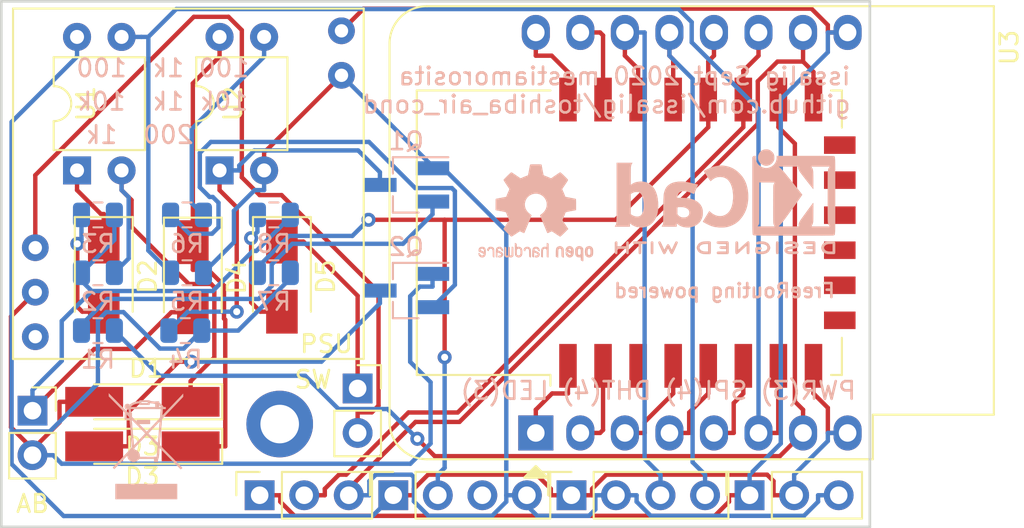
<source format=kicad_pcb>
(kicad_pcb (version 20171130) (host pcbnew 5.1.6-c6e7f7d~87~ubuntu18.04.1)

  (general
    (thickness 1.6)
    (drawings 7)
    (tracks 345)
    (zones 0)
    (modules 30)
    (nets 40)
  )

  (page A4)
  (layers
    (0 F.Cu signal)
    (31 B.Cu signal)
    (32 B.Adhes user hide)
    (33 F.Adhes user hide)
    (34 B.Paste user)
    (35 F.Paste user hide)
    (36 B.SilkS user)
    (37 F.SilkS user)
    (38 B.Mask user hide)
    (39 F.Mask user hide)
    (40 Dwgs.User user hide)
    (41 Cmts.User user hide)
    (42 Eco1.User user hide)
    (43 Eco2.User user hide)
    (44 Edge.Cuts user)
    (45 Margin user hide)
    (46 B.CrtYd user hide)
    (47 F.CrtYd user hide)
    (48 B.Fab user hide)
    (49 F.Fab user hide)
  )

  (setup
    (last_trace_width 0.25)
    (trace_clearance 0.2)
    (zone_clearance 0.508)
    (zone_45_only no)
    (trace_min 0.2)
    (via_size 0.8)
    (via_drill 0.4)
    (via_min_size 0.4)
    (via_min_drill 0.3)
    (uvia_size 0.3)
    (uvia_drill 0.1)
    (uvias_allowed no)
    (uvia_min_size 0.2)
    (uvia_min_drill 0.1)
    (edge_width 0.05)
    (segment_width 0.2)
    (pcb_text_width 0.3)
    (pcb_text_size 1.5 1.5)
    (mod_edge_width 0.12)
    (mod_text_size 1 1)
    (mod_text_width 0.15)
    (pad_size 1.524 1.524)
    (pad_drill 0.762)
    (pad_to_mask_clearance 0.05)
    (aux_axis_origin 0 0)
    (visible_elements FFFFF77F)
    (pcbplotparams
      (layerselection 0x010fc_ffffffff)
      (usegerberextensions false)
      (usegerberattributes true)
      (usegerberadvancedattributes true)
      (creategerberjobfile true)
      (excludeedgelayer true)
      (linewidth 0.100000)
      (plotframeref false)
      (viasonmask false)
      (mode 1)
      (useauxorigin false)
      (hpglpennumber 1)
      (hpglpenspeed 20)
      (hpglpendiameter 15.000000)
      (psnegative false)
      (psa4output false)
      (plotreference true)
      (plotvalue true)
      (plotinvisibletext false)
      (padsonsilk false)
      (subtractmaskfromsilk false)
      (outputformat 1)
      (mirror false)
      (drillshape 0)
      (scaleselection 1)
      (outputdirectory "gerber"))
  )

  (net 0 "")
  (net 1 B)
  (net 2 "Net-(D1-Pad1)")
  (net 3 "Net-(D2-Pad1)")
  (net 4 "Net-(D2-Pad2)")
  (net 5 "Net-(D3-Pad1)")
  (net 6 "Net-(D3-Pad2)")
  (net 7 A)
  (net 8 "Net-(D5-Pad1)")
  (net 9 "Net-(D5-Pad2)")
  (net 10 3V3)
  (net 11 GND)
  (net 12 SCL)
  (net 13 SDA)
  (net 14 5V)
  (net 15 D3)
  (net 16 ESP_TX)
  (net 17 ESP_RX)
  (net 18 D4)
  (net 19 RST)
  (net 20 A0)
  (net 21 D0)
  (net 22 D5)
  (net 23 D6)
  (net 24 D7)
  (net 25 D8)
  (net 26 "Net-(Q1-Pad2)")
  (net 27 "Net-(Q1-Pad3)")
  (net 28 "Net-(Q2-Pad2)")
  (net 29 "Net-(R6-Pad2)")
  (net 30 "Net-(U4-Pad3)")
  (net 31 "Net-(U4-Pad11)")
  (net 32 "Net-(U4-Pad12)")
  (net 33 "Net-(U4-Pad14)")
  (net 34 "Net-(U4-Pad9)")
  (net 35 "Net-(U4-Pad10)")
  (net 36 "Net-(U4-Pad13)")
  (net 37 "Net-(J2-Pad3)")
  (net 38 "Net-(J11-Pad3)")
  (net 39 "Net-(J11-Pad1)")

  (net_class Default "This is the default net class."
    (clearance 0.2)
    (trace_width 0.25)
    (via_dia 0.8)
    (via_drill 0.4)
    (uvia_dia 0.3)
    (uvia_drill 0.1)
    (add_net 3V3)
    (add_net 5V)
    (add_net A)
    (add_net A0)
    (add_net B)
    (add_net D0)
    (add_net D3)
    (add_net D4)
    (add_net D5)
    (add_net D6)
    (add_net D7)
    (add_net D8)
    (add_net ESP_RX)
    (add_net ESP_TX)
    (add_net GND)
    (add_net "Net-(D1-Pad1)")
    (add_net "Net-(D2-Pad1)")
    (add_net "Net-(D2-Pad2)")
    (add_net "Net-(D3-Pad1)")
    (add_net "Net-(D3-Pad2)")
    (add_net "Net-(D5-Pad1)")
    (add_net "Net-(D5-Pad2)")
    (add_net "Net-(J11-Pad1)")
    (add_net "Net-(J11-Pad3)")
    (add_net "Net-(J2-Pad3)")
    (add_net "Net-(Q1-Pad2)")
    (add_net "Net-(Q1-Pad3)")
    (add_net "Net-(Q2-Pad2)")
    (add_net "Net-(R6-Pad2)")
    (add_net "Net-(U4-Pad10)")
    (add_net "Net-(U4-Pad11)")
    (add_net "Net-(U4-Pad12)")
    (add_net "Net-(U4-Pad13)")
    (add_net "Net-(U4-Pad14)")
    (add_net "Net-(U4-Pad3)")
    (add_net "Net-(U4-Pad9)")
    (add_net RST)
    (add_net SCL)
    (add_net SDA)
  )

  (module MountingHole:MountingHole_2.2mm_M2_DIN965_Pad (layer F.Cu) (tedit 56D1B4CB) (tstamp 5F63D945)
    (at 66.675 38.1 90)
    (descr "Mounting Hole 2.2mm, M2, DIN965")
    (tags "mounting hole 2.2mm m2 din965")
    (attr virtual)
    (fp_text reference M1 (at 0 -2.9 90) (layer F.SilkS) hide
      (effects (font (size 1 1) (thickness 0.15)))
    )
    (fp_text value "" (at 0 2.9 90) (layer F.Fab)
      (effects (font (size 1 1) (thickness 0.15)))
    )
    (fp_text user %R (at 0.3 0 90) (layer F.Fab)
      (effects (font (size 1 1) (thickness 0.15)))
    )
    (fp_circle (center 0 0) (end 1.9 0) (layer Cmts.User) (width 0.15))
    (fp_circle (center 0 0) (end 2.15 0) (layer F.CrtYd) (width 0.05))
    (pad 1 thru_hole circle (at 0 0 90) (size 3.8 3.8) (drill 2.2) (layers *.Cu *.Mask))
  )

  (module Symbol:OSHW-Logo2_7.3x6mm_SilkScreen (layer B.Cu) (tedit 0) (tstamp 5F63C528)
    (at 81.28 26.035 180)
    (descr "Open Source Hardware Symbol")
    (tags "Logo Symbol OSHW")
    (attr virtual)
    (fp_text reference L2 (at 0 0) (layer B.SilkS) hide
      (effects (font (size 1 1) (thickness 0.15)) (justify mirror))
    )
    (fp_text value OSHW-Logo2_7.3x6mm_SilkScreen (at 0.75 0) (layer B.Fab) hide
      (effects (font (size 1 1) (thickness 0.15)) (justify mirror))
    )
    (fp_poly (pts (xy -2.400256 -1.919918) (xy -2.344799 -1.947568) (xy -2.295852 -1.99848) (xy -2.282371 -2.017338)
      (xy -2.267686 -2.042015) (xy -2.258158 -2.068816) (xy -2.252707 -2.104587) (xy -2.250253 -2.156169)
      (xy -2.249714 -2.224267) (xy -2.252148 -2.317588) (xy -2.260606 -2.387657) (xy -2.276826 -2.439931)
      (xy -2.302546 -2.479869) (xy -2.339503 -2.512929) (xy -2.342218 -2.514886) (xy -2.37864 -2.534908)
      (xy -2.422498 -2.544815) (xy -2.478276 -2.547257) (xy -2.568952 -2.547257) (xy -2.56899 -2.635283)
      (xy -2.569834 -2.684308) (xy -2.574976 -2.713065) (xy -2.588413 -2.730311) (xy -2.614142 -2.744808)
      (xy -2.620321 -2.747769) (xy -2.649236 -2.761648) (xy -2.671624 -2.770414) (xy -2.688271 -2.771171)
      (xy -2.699964 -2.761023) (xy -2.70749 -2.737073) (xy -2.711634 -2.696426) (xy -2.713185 -2.636186)
      (xy -2.712929 -2.553455) (xy -2.711651 -2.445339) (xy -2.711252 -2.413) (xy -2.709815 -2.301524)
      (xy -2.708528 -2.228603) (xy -2.569029 -2.228603) (xy -2.568245 -2.290499) (xy -2.56476 -2.330997)
      (xy -2.556876 -2.357708) (xy -2.542895 -2.378244) (xy -2.533403 -2.38826) (xy -2.494596 -2.417567)
      (xy -2.460237 -2.419952) (xy -2.424784 -2.39575) (xy -2.423886 -2.394857) (xy -2.409461 -2.376153)
      (xy -2.400687 -2.350732) (xy -2.396261 -2.311584) (xy -2.394882 -2.251697) (xy -2.394857 -2.23843)
      (xy -2.398188 -2.155901) (xy -2.409031 -2.098691) (xy -2.42866 -2.063766) (xy -2.45835 -2.048094)
      (xy -2.475509 -2.046514) (xy -2.516234 -2.053926) (xy -2.544168 -2.07833) (xy -2.560983 -2.12298)
      (xy -2.56835 -2.19113) (xy -2.569029 -2.228603) (xy -2.708528 -2.228603) (xy -2.708292 -2.215245)
      (xy -2.706323 -2.150333) (xy -2.70355 -2.102958) (xy -2.699612 -2.06929) (xy -2.694151 -2.045498)
      (xy -2.686808 -2.027753) (xy -2.677223 -2.012224) (xy -2.673113 -2.006381) (xy -2.618595 -1.951185)
      (xy -2.549664 -1.91989) (xy -2.469928 -1.911165) (xy -2.400256 -1.919918)) (layer B.SilkS) (width 0.01))
    (fp_poly (pts (xy -1.283907 -1.92778) (xy -1.237328 -1.954723) (xy -1.204943 -1.981466) (xy -1.181258 -2.009484)
      (xy -1.164941 -2.043748) (xy -1.154661 -2.089227) (xy -1.149086 -2.150892) (xy -1.146884 -2.233711)
      (xy -1.146629 -2.293246) (xy -1.146629 -2.512391) (xy -1.208314 -2.540044) (xy -1.27 -2.567697)
      (xy -1.277257 -2.32767) (xy -1.280256 -2.238028) (xy -1.283402 -2.172962) (xy -1.287299 -2.128026)
      (xy -1.292553 -2.09877) (xy -1.299769 -2.080748) (xy -1.30955 -2.069511) (xy -1.312688 -2.067079)
      (xy -1.360239 -2.048083) (xy -1.408303 -2.0556) (xy -1.436914 -2.075543) (xy -1.448553 -2.089675)
      (xy -1.456609 -2.10822) (xy -1.461729 -2.136334) (xy -1.464559 -2.179173) (xy -1.465744 -2.241895)
      (xy -1.465943 -2.307261) (xy -1.465982 -2.389268) (xy -1.467386 -2.447316) (xy -1.472086 -2.486465)
      (xy -1.482013 -2.51178) (xy -1.499097 -2.528323) (xy -1.525268 -2.541156) (xy -1.560225 -2.554491)
      (xy -1.598404 -2.569007) (xy -1.593859 -2.311389) (xy -1.592029 -2.218519) (xy -1.589888 -2.149889)
      (xy -1.586819 -2.100711) (xy -1.582206 -2.066198) (xy -1.575432 -2.041562) (xy -1.565881 -2.022016)
      (xy -1.554366 -2.00477) (xy -1.49881 -1.94968) (xy -1.43102 -1.917822) (xy -1.357287 -1.910191)
      (xy -1.283907 -1.92778)) (layer B.SilkS) (width 0.01))
    (fp_poly (pts (xy -2.958885 -1.921962) (xy -2.890855 -1.957733) (xy -2.840649 -2.015301) (xy -2.822815 -2.052312)
      (xy -2.808937 -2.107882) (xy -2.801833 -2.178096) (xy -2.80116 -2.254727) (xy -2.806573 -2.329552)
      (xy -2.81773 -2.394342) (xy -2.834286 -2.440873) (xy -2.839374 -2.448887) (xy -2.899645 -2.508707)
      (xy -2.971231 -2.544535) (xy -3.048908 -2.55502) (xy -3.127452 -2.53881) (xy -3.149311 -2.529092)
      (xy -3.191878 -2.499143) (xy -3.229237 -2.459433) (xy -3.232768 -2.454397) (xy -3.247119 -2.430124)
      (xy -3.256606 -2.404178) (xy -3.26221 -2.370022) (xy -3.264914 -2.321119) (xy -3.265701 -2.250935)
      (xy -3.265714 -2.2352) (xy -3.265678 -2.230192) (xy -3.120571 -2.230192) (xy -3.119727 -2.29643)
      (xy -3.116404 -2.340386) (xy -3.109417 -2.368779) (xy -3.097584 -2.388325) (xy -3.091543 -2.394857)
      (xy -3.056814 -2.41968) (xy -3.023097 -2.418548) (xy -2.989005 -2.397016) (xy -2.968671 -2.374029)
      (xy -2.956629 -2.340478) (xy -2.949866 -2.287569) (xy -2.949402 -2.281399) (xy -2.948248 -2.185513)
      (xy -2.960312 -2.114299) (xy -2.98543 -2.068194) (xy -3.02344 -2.047635) (xy -3.037008 -2.046514)
      (xy -3.072636 -2.052152) (xy -3.097006 -2.071686) (xy -3.111907 -2.109042) (xy -3.119125 -2.16815)
      (xy -3.120571 -2.230192) (xy -3.265678 -2.230192) (xy -3.265174 -2.160413) (xy -3.262904 -2.108159)
      (xy -3.257932 -2.071949) (xy -3.249287 -2.045299) (xy -3.235995 -2.021722) (xy -3.233057 -2.017338)
      (xy -3.183687 -1.958249) (xy -3.129891 -1.923947) (xy -3.064398 -1.910331) (xy -3.042158 -1.909665)
      (xy -2.958885 -1.921962)) (layer B.SilkS) (width 0.01))
    (fp_poly (pts (xy -1.831697 -1.931239) (xy -1.774473 -1.969735) (xy -1.730251 -2.025335) (xy -1.703833 -2.096086)
      (xy -1.69849 -2.148162) (xy -1.699097 -2.169893) (xy -1.704178 -2.186531) (xy -1.718145 -2.201437)
      (xy -1.745411 -2.217973) (xy -1.790388 -2.239498) (xy -1.857489 -2.269374) (xy -1.857829 -2.269524)
      (xy -1.919593 -2.297813) (xy -1.970241 -2.322933) (xy -2.004596 -2.342179) (xy -2.017482 -2.352848)
      (xy -2.017486 -2.352934) (xy -2.006128 -2.376166) (xy -1.979569 -2.401774) (xy -1.949077 -2.420221)
      (xy -1.93363 -2.423886) (xy -1.891485 -2.411212) (xy -1.855192 -2.379471) (xy -1.837483 -2.344572)
      (xy -1.820448 -2.318845) (xy -1.787078 -2.289546) (xy -1.747851 -2.264235) (xy -1.713244 -2.250471)
      (xy -1.706007 -2.249714) (xy -1.697861 -2.26216) (xy -1.69737 -2.293972) (xy -1.703357 -2.336866)
      (xy -1.714643 -2.382558) (xy -1.73005 -2.422761) (xy -1.730829 -2.424322) (xy -1.777196 -2.489062)
      (xy -1.837289 -2.533097) (xy -1.905535 -2.554711) (xy -1.976362 -2.552185) (xy -2.044196 -2.523804)
      (xy -2.047212 -2.521808) (xy -2.100573 -2.473448) (xy -2.13566 -2.410352) (xy -2.155078 -2.327387)
      (xy -2.157684 -2.304078) (xy -2.162299 -2.194055) (xy -2.156767 -2.142748) (xy -2.017486 -2.142748)
      (xy -2.015676 -2.174753) (xy -2.005778 -2.184093) (xy -1.981102 -2.177105) (xy -1.942205 -2.160587)
      (xy -1.898725 -2.139881) (xy -1.897644 -2.139333) (xy -1.860791 -2.119949) (xy -1.846 -2.107013)
      (xy -1.849647 -2.093451) (xy -1.865005 -2.075632) (xy -1.904077 -2.049845) (xy -1.946154 -2.04795)
      (xy -1.983897 -2.066717) (xy -2.009966 -2.102915) (xy -2.017486 -2.142748) (xy -2.156767 -2.142748)
      (xy -2.152806 -2.106027) (xy -2.12845 -2.036212) (xy -2.094544 -1.987302) (xy -2.033347 -1.937878)
      (xy -1.965937 -1.913359) (xy -1.89712 -1.911797) (xy -1.831697 -1.931239)) (layer B.SilkS) (width 0.01))
    (fp_poly (pts (xy -0.624114 -1.851289) (xy -0.619861 -1.910613) (xy -0.614975 -1.945572) (xy -0.608205 -1.96082)
      (xy -0.598298 -1.961015) (xy -0.595086 -1.959195) (xy -0.552356 -1.946015) (xy -0.496773 -1.946785)
      (xy -0.440263 -1.960333) (xy -0.404918 -1.977861) (xy -0.368679 -2.005861) (xy -0.342187 -2.037549)
      (xy -0.324001 -2.077813) (xy -0.312678 -2.131543) (xy -0.306778 -2.203626) (xy -0.304857 -2.298951)
      (xy -0.304823 -2.317237) (xy -0.3048 -2.522646) (xy -0.350509 -2.53858) (xy -0.382973 -2.54942)
      (xy -0.400785 -2.554468) (xy -0.401309 -2.554514) (xy -0.403063 -2.540828) (xy -0.404556 -2.503076)
      (xy -0.405674 -2.446224) (xy -0.406303 -2.375234) (xy -0.4064 -2.332073) (xy -0.406602 -2.246973)
      (xy -0.407642 -2.185981) (xy -0.410169 -2.144177) (xy -0.414836 -2.116642) (xy -0.422293 -2.098456)
      (xy -0.433189 -2.084698) (xy -0.439993 -2.078073) (xy -0.486728 -2.051375) (xy -0.537728 -2.049375)
      (xy -0.583999 -2.071955) (xy -0.592556 -2.080107) (xy -0.605107 -2.095436) (xy -0.613812 -2.113618)
      (xy -0.619369 -2.139909) (xy -0.622474 -2.179562) (xy -0.623824 -2.237832) (xy -0.624114 -2.318173)
      (xy -0.624114 -2.522646) (xy -0.669823 -2.53858) (xy -0.702287 -2.54942) (xy -0.720099 -2.554468)
      (xy -0.720623 -2.554514) (xy -0.721963 -2.540623) (xy -0.723172 -2.501439) (xy -0.724199 -2.4407)
      (xy -0.724998 -2.362141) (xy -0.725519 -2.269498) (xy -0.725714 -2.166509) (xy -0.725714 -1.769342)
      (xy -0.678543 -1.749444) (xy -0.631371 -1.729547) (xy -0.624114 -1.851289)) (layer B.SilkS) (width 0.01))
    (fp_poly (pts (xy 0.039744 -1.950968) (xy 0.096616 -1.972087) (xy 0.097267 -1.972493) (xy 0.13244 -1.99838)
      (xy 0.158407 -2.028633) (xy 0.17667 -2.068058) (xy 0.188732 -2.121462) (xy 0.196096 -2.193651)
      (xy 0.200264 -2.289432) (xy 0.200629 -2.303078) (xy 0.205876 -2.508842) (xy 0.161716 -2.531678)
      (xy 0.129763 -2.54711) (xy 0.11047 -2.554423) (xy 0.109578 -2.554514) (xy 0.106239 -2.541022)
      (xy 0.103587 -2.504626) (xy 0.101956 -2.451452) (xy 0.1016 -2.408393) (xy 0.101592 -2.338641)
      (xy 0.098403 -2.294837) (xy 0.087288 -2.273944) (xy 0.063501 -2.272925) (xy 0.022296 -2.288741)
      (xy -0.039914 -2.317815) (xy -0.085659 -2.341963) (xy -0.109187 -2.362913) (xy -0.116104 -2.385747)
      (xy -0.116114 -2.386877) (xy -0.104701 -2.426212) (xy -0.070908 -2.447462) (xy -0.019191 -2.450539)
      (xy 0.018061 -2.450006) (xy 0.037703 -2.460735) (xy 0.049952 -2.486505) (xy 0.057002 -2.519337)
      (xy 0.046842 -2.537966) (xy 0.043017 -2.540632) (xy 0.007001 -2.55134) (xy -0.043434 -2.552856)
      (xy -0.095374 -2.545759) (xy -0.132178 -2.532788) (xy -0.183062 -2.489585) (xy -0.211986 -2.429446)
      (xy -0.217714 -2.382462) (xy -0.213343 -2.340082) (xy -0.197525 -2.305488) (xy -0.166203 -2.274763)
      (xy -0.115322 -2.24399) (xy -0.040824 -2.209252) (xy -0.036286 -2.207288) (xy 0.030821 -2.176287)
      (xy 0.072232 -2.150862) (xy 0.089981 -2.128014) (xy 0.086107 -2.104745) (xy 0.062643 -2.078056)
      (xy 0.055627 -2.071914) (xy 0.00863 -2.0481) (xy -0.040067 -2.049103) (xy -0.082478 -2.072451)
      (xy -0.110616 -2.115675) (xy -0.113231 -2.12416) (xy -0.138692 -2.165308) (xy -0.170999 -2.185128)
      (xy -0.217714 -2.20477) (xy -0.217714 -2.15395) (xy -0.203504 -2.080082) (xy -0.161325 -2.012327)
      (xy -0.139376 -1.989661) (xy -0.089483 -1.960569) (xy -0.026033 -1.9474) (xy 0.039744 -1.950968)) (layer B.SilkS) (width 0.01))
    (fp_poly (pts (xy 0.529926 -1.949755) (xy 0.595858 -1.974084) (xy 0.649273 -2.017117) (xy 0.670164 -2.047409)
      (xy 0.692939 -2.102994) (xy 0.692466 -2.143186) (xy 0.668562 -2.170217) (xy 0.659717 -2.174813)
      (xy 0.62153 -2.189144) (xy 0.602028 -2.185472) (xy 0.595422 -2.161407) (xy 0.595086 -2.148114)
      (xy 0.582992 -2.09921) (xy 0.551471 -2.064999) (xy 0.507659 -2.048476) (xy 0.458695 -2.052634)
      (xy 0.418894 -2.074227) (xy 0.40545 -2.086544) (xy 0.395921 -2.101487) (xy 0.389485 -2.124075)
      (xy 0.385317 -2.159328) (xy 0.382597 -2.212266) (xy 0.380502 -2.287907) (xy 0.37996 -2.311857)
      (xy 0.377981 -2.39379) (xy 0.375731 -2.451455) (xy 0.372357 -2.489608) (xy 0.367006 -2.513004)
      (xy 0.358824 -2.526398) (xy 0.346959 -2.534545) (xy 0.339362 -2.538144) (xy 0.307102 -2.550452)
      (xy 0.288111 -2.554514) (xy 0.281836 -2.540948) (xy 0.278006 -2.499934) (xy 0.2766 -2.430999)
      (xy 0.277598 -2.333669) (xy 0.277908 -2.318657) (xy 0.280101 -2.229859) (xy 0.282693 -2.165019)
      (xy 0.286382 -2.119067) (xy 0.291864 -2.086935) (xy 0.299835 -2.063553) (xy 0.310993 -2.043852)
      (xy 0.31683 -2.03541) (xy 0.350296 -1.998057) (xy 0.387727 -1.969003) (xy 0.392309 -1.966467)
      (xy 0.459426 -1.946443) (xy 0.529926 -1.949755)) (layer B.SilkS) (width 0.01))
    (fp_poly (pts (xy 1.190117 -2.065358) (xy 1.189933 -2.173837) (xy 1.189219 -2.257287) (xy 1.187675 -2.319704)
      (xy 1.185001 -2.365085) (xy 1.180894 -2.397429) (xy 1.175055 -2.420733) (xy 1.167182 -2.438995)
      (xy 1.161221 -2.449418) (xy 1.111855 -2.505945) (xy 1.049264 -2.541377) (xy 0.980013 -2.55409)
      (xy 0.910668 -2.542463) (xy 0.869375 -2.521568) (xy 0.826025 -2.485422) (xy 0.796481 -2.441276)
      (xy 0.778655 -2.383462) (xy 0.770463 -2.306313) (xy 0.769302 -2.249714) (xy 0.769458 -2.245647)
      (xy 0.870857 -2.245647) (xy 0.871476 -2.31055) (xy 0.874314 -2.353514) (xy 0.88084 -2.381622)
      (xy 0.892523 -2.401953) (xy 0.906483 -2.417288) (xy 0.953365 -2.44689) (xy 1.003701 -2.449419)
      (xy 1.051276 -2.424705) (xy 1.054979 -2.421356) (xy 1.070783 -2.403935) (xy 1.080693 -2.383209)
      (xy 1.086058 -2.352362) (xy 1.088228 -2.304577) (xy 1.088571 -2.251748) (xy 1.087827 -2.185381)
      (xy 1.084748 -2.141106) (xy 1.078061 -2.112009) (xy 1.066496 -2.091173) (xy 1.057013 -2.080107)
      (xy 1.01296 -2.052198) (xy 0.962224 -2.048843) (xy 0.913796 -2.070159) (xy 0.90445 -2.078073)
      (xy 0.88854 -2.095647) (xy 0.87861 -2.116587) (xy 0.873278 -2.147782) (xy 0.871163 -2.196122)
      (xy 0.870857 -2.245647) (xy 0.769458 -2.245647) (xy 0.77281 -2.158568) (xy 0.784726 -2.090086)
      (xy 0.807135 -2.0386) (xy 0.842124 -1.998443) (xy 0.869375 -1.977861) (xy 0.918907 -1.955625)
      (xy 0.976316 -1.945304) (xy 1.029682 -1.948067) (xy 1.059543 -1.959212) (xy 1.071261 -1.962383)
      (xy 1.079037 -1.950557) (xy 1.084465 -1.918866) (xy 1.088571 -1.870593) (xy 1.093067 -1.816829)
      (xy 1.099313 -1.784482) (xy 1.110676 -1.765985) (xy 1.130528 -1.75377) (xy 1.143 -1.748362)
      (xy 1.190171 -1.728601) (xy 1.190117 -2.065358)) (layer B.SilkS) (width 0.01))
    (fp_poly (pts (xy 1.779833 -1.958663) (xy 1.782048 -1.99685) (xy 1.783784 -2.054886) (xy 1.784899 -2.12818)
      (xy 1.785257 -2.205055) (xy 1.785257 -2.465196) (xy 1.739326 -2.511127) (xy 1.707675 -2.539429)
      (xy 1.67989 -2.550893) (xy 1.641915 -2.550168) (xy 1.62684 -2.548321) (xy 1.579726 -2.542948)
      (xy 1.540756 -2.539869) (xy 1.531257 -2.539585) (xy 1.499233 -2.541445) (xy 1.453432 -2.546114)
      (xy 1.435674 -2.548321) (xy 1.392057 -2.551735) (xy 1.362745 -2.54432) (xy 1.33368 -2.521427)
      (xy 1.323188 -2.511127) (xy 1.277257 -2.465196) (xy 1.277257 -1.978602) (xy 1.314226 -1.961758)
      (xy 1.346059 -1.949282) (xy 1.364683 -1.944914) (xy 1.369458 -1.958718) (xy 1.373921 -1.997286)
      (xy 1.377775 -2.056356) (xy 1.380722 -2.131663) (xy 1.382143 -2.195286) (xy 1.386114 -2.445657)
      (xy 1.420759 -2.450556) (xy 1.452268 -2.447131) (xy 1.467708 -2.436041) (xy 1.472023 -2.415308)
      (xy 1.475708 -2.371145) (xy 1.478469 -2.309146) (xy 1.480012 -2.234909) (xy 1.480235 -2.196706)
      (xy 1.480457 -1.976783) (xy 1.526166 -1.960849) (xy 1.558518 -1.950015) (xy 1.576115 -1.944962)
      (xy 1.576623 -1.944914) (xy 1.578388 -1.958648) (xy 1.580329 -1.99673) (xy 1.582282 -2.054482)
      (xy 1.584084 -2.127227) (xy 1.585343 -2.195286) (xy 1.589314 -2.445657) (xy 1.6764 -2.445657)
      (xy 1.680396 -2.21724) (xy 1.684392 -1.988822) (xy 1.726847 -1.966868) (xy 1.758192 -1.951793)
      (xy 1.776744 -1.944951) (xy 1.777279 -1.944914) (xy 1.779833 -1.958663)) (layer B.SilkS) (width 0.01))
    (fp_poly (pts (xy 2.144876 -1.956335) (xy 2.186667 -1.975344) (xy 2.219469 -1.998378) (xy 2.243503 -2.024133)
      (xy 2.260097 -2.057358) (xy 2.270577 -2.1028) (xy 2.276271 -2.165207) (xy 2.278507 -2.249327)
      (xy 2.278743 -2.304721) (xy 2.278743 -2.520826) (xy 2.241774 -2.53767) (xy 2.212656 -2.549981)
      (xy 2.198231 -2.554514) (xy 2.195472 -2.541025) (xy 2.193282 -2.504653) (xy 2.191942 -2.451542)
      (xy 2.191657 -2.409372) (xy 2.190434 -2.348447) (xy 2.187136 -2.300115) (xy 2.182321 -2.270518)
      (xy 2.178496 -2.264229) (xy 2.152783 -2.270652) (xy 2.112418 -2.287125) (xy 2.065679 -2.309458)
      (xy 2.020845 -2.333457) (xy 1.986193 -2.35493) (xy 1.970002 -2.369685) (xy 1.969938 -2.369845)
      (xy 1.97133 -2.397152) (xy 1.983818 -2.423219) (xy 2.005743 -2.444392) (xy 2.037743 -2.451474)
      (xy 2.065092 -2.450649) (xy 2.103826 -2.450042) (xy 2.124158 -2.459116) (xy 2.136369 -2.483092)
      (xy 2.137909 -2.487613) (xy 2.143203 -2.521806) (xy 2.129047 -2.542568) (xy 2.092148 -2.552462)
      (xy 2.052289 -2.554292) (xy 1.980562 -2.540727) (xy 1.943432 -2.521355) (xy 1.897576 -2.475845)
      (xy 1.873256 -2.419983) (xy 1.871073 -2.360957) (xy 1.891629 -2.305953) (xy 1.922549 -2.271486)
      (xy 1.95342 -2.252189) (xy 2.001942 -2.227759) (xy 2.058485 -2.202985) (xy 2.06791 -2.199199)
      (xy 2.130019 -2.171791) (xy 2.165822 -2.147634) (xy 2.177337 -2.123619) (xy 2.16658 -2.096635)
      (xy 2.148114 -2.075543) (xy 2.104469 -2.049572) (xy 2.056446 -2.047624) (xy 2.012406 -2.067637)
      (xy 1.980709 -2.107551) (xy 1.976549 -2.117848) (xy 1.952327 -2.155724) (xy 1.916965 -2.183842)
      (xy 1.872343 -2.206917) (xy 1.872343 -2.141485) (xy 1.874969 -2.101506) (xy 1.88623 -2.069997)
      (xy 1.911199 -2.036378) (xy 1.935169 -2.010484) (xy 1.972441 -1.973817) (xy 2.001401 -1.954121)
      (xy 2.032505 -1.94622) (xy 2.067713 -1.944914) (xy 2.144876 -1.956335)) (layer B.SilkS) (width 0.01))
    (fp_poly (pts (xy 2.6526 -1.958752) (xy 2.669948 -1.966334) (xy 2.711356 -1.999128) (xy 2.746765 -2.046547)
      (xy 2.768664 -2.097151) (xy 2.772229 -2.122098) (xy 2.760279 -2.156927) (xy 2.734067 -2.175357)
      (xy 2.705964 -2.186516) (xy 2.693095 -2.188572) (xy 2.686829 -2.173649) (xy 2.674456 -2.141175)
      (xy 2.669028 -2.126502) (xy 2.63859 -2.075744) (xy 2.59452 -2.050427) (xy 2.53801 -2.051206)
      (xy 2.533825 -2.052203) (xy 2.503655 -2.066507) (xy 2.481476 -2.094393) (xy 2.466327 -2.139287)
      (xy 2.45725 -2.204615) (xy 2.453286 -2.293804) (xy 2.452914 -2.341261) (xy 2.45273 -2.416071)
      (xy 2.451522 -2.467069) (xy 2.448309 -2.499471) (xy 2.442109 -2.518495) (xy 2.43194 -2.529356)
      (xy 2.416819 -2.537272) (xy 2.415946 -2.53767) (xy 2.386828 -2.549981) (xy 2.372403 -2.554514)
      (xy 2.370186 -2.540809) (xy 2.368289 -2.502925) (xy 2.366847 -2.445715) (xy 2.365998 -2.374027)
      (xy 2.365829 -2.321565) (xy 2.366692 -2.220047) (xy 2.37007 -2.143032) (xy 2.377142 -2.086023)
      (xy 2.389088 -2.044526) (xy 2.40709 -2.014043) (xy 2.432327 -1.99008) (xy 2.457247 -1.973355)
      (xy 2.517171 -1.951097) (xy 2.586911 -1.946076) (xy 2.6526 -1.958752)) (layer B.SilkS) (width 0.01))
    (fp_poly (pts (xy 3.153595 -1.966966) (xy 3.211021 -2.004497) (xy 3.238719 -2.038096) (xy 3.260662 -2.099064)
      (xy 3.262405 -2.147308) (xy 3.258457 -2.211816) (xy 3.109686 -2.276934) (xy 3.037349 -2.310202)
      (xy 2.990084 -2.336964) (xy 2.965507 -2.360144) (xy 2.961237 -2.382667) (xy 2.974889 -2.407455)
      (xy 2.989943 -2.423886) (xy 3.033746 -2.450235) (xy 3.081389 -2.452081) (xy 3.125145 -2.431546)
      (xy 3.157289 -2.390752) (xy 3.163038 -2.376347) (xy 3.190576 -2.331356) (xy 3.222258 -2.312182)
      (xy 3.265714 -2.295779) (xy 3.265714 -2.357966) (xy 3.261872 -2.400283) (xy 3.246823 -2.435969)
      (xy 3.21528 -2.476943) (xy 3.210592 -2.482267) (xy 3.175506 -2.51872) (xy 3.145347 -2.538283)
      (xy 3.107615 -2.547283) (xy 3.076335 -2.55023) (xy 3.020385 -2.550965) (xy 2.980555 -2.54166)
      (xy 2.955708 -2.527846) (xy 2.916656 -2.497467) (xy 2.889625 -2.464613) (xy 2.872517 -2.423294)
      (xy 2.863238 -2.367521) (xy 2.859693 -2.291305) (xy 2.85941 -2.252622) (xy 2.860372 -2.206247)
      (xy 2.948007 -2.206247) (xy 2.949023 -2.231126) (xy 2.951556 -2.2352) (xy 2.968274 -2.229665)
      (xy 3.004249 -2.215017) (xy 3.052331 -2.19419) (xy 3.062386 -2.189714) (xy 3.123152 -2.158814)
      (xy 3.156632 -2.131657) (xy 3.16399 -2.10622) (xy 3.146391 -2.080481) (xy 3.131856 -2.069109)
      (xy 3.07941 -2.046364) (xy 3.030322 -2.050122) (xy 2.989227 -2.077884) (xy 2.960758 -2.127152)
      (xy 2.951631 -2.166257) (xy 2.948007 -2.206247) (xy 2.860372 -2.206247) (xy 2.861285 -2.162249)
      (xy 2.868196 -2.095384) (xy 2.881884 -2.046695) (xy 2.904096 -2.010849) (xy 2.936574 -1.982513)
      (xy 2.950733 -1.973355) (xy 3.015053 -1.949507) (xy 3.085473 -1.948006) (xy 3.153595 -1.966966)) (layer B.SilkS) (width 0.01))
    (fp_poly (pts (xy 0.10391 2.757652) (xy 0.182454 2.757222) (xy 0.239298 2.756058) (xy 0.278105 2.753793)
      (xy 0.302538 2.75006) (xy 0.316262 2.744494) (xy 0.32294 2.736727) (xy 0.326236 2.726395)
      (xy 0.326556 2.725057) (xy 0.331562 2.700921) (xy 0.340829 2.653299) (xy 0.353392 2.587259)
      (xy 0.368287 2.507872) (xy 0.384551 2.420204) (xy 0.385119 2.417125) (xy 0.40141 2.331211)
      (xy 0.416652 2.255304) (xy 0.429861 2.193955) (xy 0.440054 2.151718) (xy 0.446248 2.133145)
      (xy 0.446543 2.132816) (xy 0.464788 2.123747) (xy 0.502405 2.108633) (xy 0.551271 2.090738)
      (xy 0.551543 2.090642) (xy 0.613093 2.067507) (xy 0.685657 2.038035) (xy 0.754057 2.008403)
      (xy 0.757294 2.006938) (xy 0.868702 1.956374) (xy 1.115399 2.12484) (xy 1.191077 2.176197)
      (xy 1.259631 2.222111) (xy 1.317088 2.25997) (xy 1.359476 2.287163) (xy 1.382825 2.301079)
      (xy 1.385042 2.302111) (xy 1.40201 2.297516) (xy 1.433701 2.275345) (xy 1.481352 2.234553)
      (xy 1.546198 2.174095) (xy 1.612397 2.109773) (xy 1.676214 2.046388) (xy 1.733329 1.988549)
      (xy 1.780305 1.939825) (xy 1.813703 1.90379) (xy 1.830085 1.884016) (xy 1.830694 1.882998)
      (xy 1.832505 1.869428) (xy 1.825683 1.847267) (xy 1.80854 1.813522) (xy 1.779393 1.7652)
      (xy 1.736555 1.699308) (xy 1.679448 1.614483) (xy 1.628766 1.539823) (xy 1.583461 1.47286)
      (xy 1.54615 1.417484) (xy 1.519452 1.37758) (xy 1.505985 1.357038) (xy 1.505137 1.355644)
      (xy 1.506781 1.335962) (xy 1.519245 1.297707) (xy 1.540048 1.248111) (xy 1.547462 1.232272)
      (xy 1.579814 1.16171) (xy 1.614328 1.081647) (xy 1.642365 1.012371) (xy 1.662568 0.960955)
      (xy 1.678615 0.921881) (xy 1.687888 0.901459) (xy 1.689041 0.899886) (xy 1.706096 0.897279)
      (xy 1.746298 0.890137) (xy 1.804302 0.879477) (xy 1.874763 0.866315) (xy 1.952335 0.851667)
      (xy 2.031672 0.836551) (xy 2.107431 0.821982) (xy 2.174264 0.808978) (xy 2.226828 0.798555)
      (xy 2.259776 0.79173) (xy 2.267857 0.789801) (xy 2.276205 0.785038) (xy 2.282506 0.774282)
      (xy 2.287045 0.753902) (xy 2.290104 0.720266) (xy 2.291967 0.669745) (xy 2.292918 0.598708)
      (xy 2.29324 0.503524) (xy 2.293257 0.464508) (xy 2.293257 0.147201) (xy 2.217057 0.132161)
      (xy 2.174663 0.124005) (xy 2.1114 0.112101) (xy 2.034962 0.097884) (xy 1.953043 0.08279)
      (xy 1.9304 0.078645) (xy 1.854806 0.063947) (xy 1.788953 0.049495) (xy 1.738366 0.036625)
      (xy 1.708574 0.026678) (xy 1.703612 0.023713) (xy 1.691426 0.002717) (xy 1.673953 -0.037967)
      (xy 1.654577 -0.090322) (xy 1.650734 -0.1016) (xy 1.625339 -0.171523) (xy 1.593817 -0.250418)
      (xy 1.562969 -0.321266) (xy 1.562817 -0.321595) (xy 1.511447 -0.432733) (xy 1.680399 -0.681253)
      (xy 1.849352 -0.929772) (xy 1.632429 -1.147058) (xy 1.566819 -1.211726) (xy 1.506979 -1.268733)
      (xy 1.456267 -1.315033) (xy 1.418046 -1.347584) (xy 1.395675 -1.363343) (xy 1.392466 -1.364343)
      (xy 1.373626 -1.356469) (xy 1.33518 -1.334578) (xy 1.28133 -1.301267) (xy 1.216276 -1.259131)
      (xy 1.14594 -1.211943) (xy 1.074555 -1.16381) (xy 1.010908 -1.121928) (xy 0.959041 -1.088871)
      (xy 0.922995 -1.067218) (xy 0.906867 -1.059543) (xy 0.887189 -1.066037) (xy 0.849875 -1.08315)
      (xy 0.802621 -1.107326) (xy 0.797612 -1.110013) (xy 0.733977 -1.141927) (xy 0.690341 -1.157579)
      (xy 0.663202 -1.157745) (xy 0.649057 -1.143204) (xy 0.648975 -1.143) (xy 0.641905 -1.125779)
      (xy 0.625042 -1.084899) (xy 0.599695 -1.023525) (xy 0.567171 -0.944819) (xy 0.528778 -0.851947)
      (xy 0.485822 -0.748072) (xy 0.444222 -0.647502) (xy 0.398504 -0.536516) (xy 0.356526 -0.433703)
      (xy 0.319548 -0.342215) (xy 0.288827 -0.265201) (xy 0.265622 -0.205815) (xy 0.25119 -0.167209)
      (xy 0.246743 -0.1528) (xy 0.257896 -0.136272) (xy 0.287069 -0.10993) (xy 0.325971 -0.080887)
      (xy 0.436757 0.010961) (xy 0.523351 0.116241) (xy 0.584716 0.232734) (xy 0.619815 0.358224)
      (xy 0.627608 0.490493) (xy 0.621943 0.551543) (xy 0.591078 0.678205) (xy 0.53792 0.790059)
      (xy 0.465767 0.885999) (xy 0.377917 0.964924) (xy 0.277665 1.02573) (xy 0.16831 1.067313)
      (xy 0.053147 1.088572) (xy -0.064525 1.088401) (xy -0.18141 1.065699) (xy -0.294211 1.019362)
      (xy -0.399631 0.948287) (xy -0.443632 0.908089) (xy -0.528021 0.804871) (xy -0.586778 0.692075)
      (xy -0.620296 0.57299) (xy -0.628965 0.450905) (xy -0.613177 0.329107) (xy -0.573322 0.210884)
      (xy -0.509793 0.099525) (xy -0.422979 -0.001684) (xy -0.325971 -0.080887) (xy -0.285563 -0.111162)
      (xy -0.257018 -0.137219) (xy -0.246743 -0.152825) (xy -0.252123 -0.169843) (xy -0.267425 -0.2105)
      (xy -0.291388 -0.271642) (xy -0.322756 -0.350119) (xy -0.360268 -0.44278) (xy -0.402667 -0.546472)
      (xy -0.444337 -0.647526) (xy -0.49031 -0.758607) (xy -0.532893 -0.861541) (xy -0.570779 -0.953165)
      (xy -0.60266 -1.030316) (xy -0.627229 -1.089831) (xy -0.64318 -1.128544) (xy -0.64909 -1.143)
      (xy -0.663052 -1.157685) (xy -0.69006 -1.157642) (xy -0.733587 -1.142099) (xy -0.79711 -1.110284)
      (xy -0.797612 -1.110013) (xy -0.84544 -1.085323) (xy -0.884103 -1.067338) (xy -0.905905 -1.059614)
      (xy -0.906867 -1.059543) (xy -0.923279 -1.067378) (xy -0.959513 -1.089165) (xy -1.011526 -1.122328)
      (xy -1.075275 -1.164291) (xy -1.14594 -1.211943) (xy -1.217884 -1.260191) (xy -1.282726 -1.302151)
      (xy -1.336265 -1.335227) (xy -1.374303 -1.356821) (xy -1.392467 -1.364343) (xy -1.409192 -1.354457)
      (xy -1.44282 -1.326826) (xy -1.48999 -1.284495) (xy -1.547342 -1.230505) (xy -1.611516 -1.167899)
      (xy -1.632503 -1.146983) (xy -1.849501 -0.929623) (xy -1.684332 -0.68722) (xy -1.634136 -0.612781)
      (xy -1.590081 -0.545972) (xy -1.554638 -0.490665) (xy -1.530281 -0.450729) (xy -1.519478 -0.430036)
      (xy -1.519162 -0.428563) (xy -1.524857 -0.409058) (xy -1.540174 -0.369822) (xy -1.562463 -0.31743)
      (xy -1.578107 -0.282355) (xy -1.607359 -0.215201) (xy -1.634906 -0.147358) (xy -1.656263 -0.090034)
      (xy -1.662065 -0.072572) (xy -1.678548 -0.025938) (xy -1.69466 0.010095) (xy -1.70351 0.023713)
      (xy -1.72304 0.032048) (xy -1.765666 0.043863) (xy -1.825855 0.057819) (xy -1.898078 0.072578)
      (xy -1.9304 0.078645) (xy -2.012478 0.093727) (xy -2.091205 0.108331) (xy -2.158891 0.12102)
      (xy -2.20784 0.130358) (xy -2.217057 0.132161) (xy -2.293257 0.147201) (xy -2.293257 0.464508)
      (xy -2.293086 0.568846) (xy -2.292384 0.647787) (xy -2.290866 0.704962) (xy -2.288251 0.744001)
      (xy -2.284254 0.768535) (xy -2.278591 0.782195) (xy -2.27098 0.788611) (xy -2.267857 0.789801)
      (xy -2.249022 0.79402) (xy -2.207412 0.802438) (xy -2.14837 0.814039) (xy -2.077243 0.827805)
      (xy -1.999375 0.84272) (xy -1.920113 0.857768) (xy -1.844802 0.871931) (xy -1.778787 0.884194)
      (xy -1.727413 0.893539) (xy -1.696025 0.89895) (xy -1.689041 0.899886) (xy -1.682715 0.912404)
      (xy -1.66871 0.945754) (xy -1.649645 0.993623) (xy -1.642366 1.012371) (xy -1.613004 1.084805)
      (xy -1.578429 1.16483) (xy -1.547463 1.232272) (xy -1.524677 1.283841) (xy -1.509518 1.326215)
      (xy -1.504458 1.352166) (xy -1.505264 1.355644) (xy -1.515959 1.372064) (xy -1.54038 1.408583)
      (xy -1.575905 1.461313) (xy -1.619913 1.526365) (xy -1.669783 1.599849) (xy -1.679644 1.614355)
      (xy -1.737508 1.700296) (xy -1.780044 1.765739) (xy -1.808946 1.813696) (xy -1.82591 1.84718)
      (xy -1.832633 1.869205) (xy -1.83081 1.882783) (xy -1.830764 1.882869) (xy -1.816414 1.900703)
      (xy -1.784677 1.935183) (xy -1.73899 1.982732) (xy -1.682796 2.039778) (xy -1.619532 2.102745)
      (xy -1.612398 2.109773) (xy -1.53267 2.18698) (xy -1.471143 2.24367) (xy -1.426579 2.28089)
      (xy -1.397743 2.299685) (xy -1.385042 2.302111) (xy -1.366506 2.291529) (xy -1.328039 2.267084)
      (xy -1.273614 2.231388) (xy -1.207202 2.187053) (xy -1.132775 2.136689) (xy -1.115399 2.12484)
      (xy -0.868703 1.956374) (xy -0.757294 2.006938) (xy -0.689543 2.036405) (xy -0.616817 2.066041)
      (xy -0.554297 2.08967) (xy -0.551543 2.090642) (xy -0.50264 2.108543) (xy -0.464943 2.12368)
      (xy -0.446575 2.13279) (xy -0.446544 2.132816) (xy -0.440715 2.149283) (xy -0.430808 2.189781)
      (xy -0.417805 2.249758) (xy -0.402691 2.32466) (xy -0.386448 2.409936) (xy -0.385119 2.417125)
      (xy -0.368825 2.504986) (xy -0.353867 2.58474) (xy -0.341209 2.651319) (xy -0.331814 2.699653)
      (xy -0.326646 2.724675) (xy -0.326556 2.725057) (xy -0.323411 2.735701) (xy -0.317296 2.743738)
      (xy -0.304547 2.749533) (xy -0.2815 2.753453) (xy -0.244491 2.755865) (xy -0.189856 2.757135)
      (xy -0.113933 2.757629) (xy -0.013056 2.757714) (xy 0 2.757714) (xy 0.10391 2.757652)) (layer B.SilkS) (width 0.01))
  )

  (module Symbol:KiCad-Logo2_5mm_SilkScreen (layer B.Cu) (tedit 0) (tstamp 5F63C42D)
    (at 92.075 25.4 180)
    (descr "KiCad Logo")
    (tags "Logo KiCad")
    (attr virtual)
    (fp_text reference L1 (at 0 5.08) (layer B.SilkS) hide
      (effects (font (size 1 1) (thickness 0.15)) (justify mirror))
    )
    (fp_text value KiCad-Logo2_5mm_SilkScreen (at 0 -5.08) (layer B.Fab) hide
      (effects (font (size 1 1) (thickness 0.15)) (justify mirror))
    )
    (fp_poly (pts (xy -2.9464 2.510946) (xy -2.935535 2.397007) (xy -2.903918 2.289384) (xy -2.853015 2.190385)
      (xy -2.784293 2.102316) (xy -2.699219 2.027484) (xy -2.602232 1.969616) (xy -2.495964 1.929995)
      (xy -2.38895 1.911427) (xy -2.2833 1.912566) (xy -2.181125 1.93207) (xy -2.084534 1.968594)
      (xy -1.995638 2.020795) (xy -1.916546 2.087327) (xy -1.849369 2.166848) (xy -1.796217 2.258013)
      (xy -1.759199 2.359477) (xy -1.740427 2.469898) (xy -1.738489 2.519794) (xy -1.738489 2.607733)
      (xy -1.68656 2.607733) (xy -1.650253 2.604889) (xy -1.623355 2.593089) (xy -1.596249 2.569351)
      (xy -1.557867 2.530969) (xy -1.557867 0.339398) (xy -1.557876 0.077261) (xy -1.557908 -0.163241)
      (xy -1.557972 -0.383048) (xy -1.558076 -0.583101) (xy -1.558227 -0.764344) (xy -1.558434 -0.927716)
      (xy -1.558706 -1.07416) (xy -1.55905 -1.204617) (xy -1.559474 -1.320029) (xy -1.559987 -1.421338)
      (xy -1.560597 -1.509484) (xy -1.561312 -1.58541) (xy -1.56214 -1.650057) (xy -1.563089 -1.704367)
      (xy -1.564167 -1.74928) (xy -1.565383 -1.78574) (xy -1.566745 -1.814687) (xy -1.568261 -1.837063)
      (xy -1.569938 -1.853809) (xy -1.571786 -1.865868) (xy -1.573813 -1.87418) (xy -1.576025 -1.879687)
      (xy -1.577108 -1.881537) (xy -1.581271 -1.888549) (xy -1.584805 -1.894996) (xy -1.588635 -1.9009)
      (xy -1.593682 -1.906286) (xy -1.600871 -1.911178) (xy -1.611123 -1.915598) (xy -1.625364 -1.919572)
      (xy -1.644514 -1.923121) (xy -1.669499 -1.92627) (xy -1.70124 -1.929042) (xy -1.740662 -1.931461)
      (xy -1.788686 -1.933551) (xy -1.846237 -1.935335) (xy -1.914237 -1.936837) (xy -1.99361 -1.93808)
      (xy -2.085279 -1.939089) (xy -2.190166 -1.939885) (xy -2.309196 -1.940494) (xy -2.44329 -1.940939)
      (xy -2.593373 -1.941243) (xy -2.760367 -1.94143) (xy -2.945196 -1.941524) (xy -3.148783 -1.941548)
      (xy -3.37205 -1.941525) (xy -3.615922 -1.94148) (xy -3.881321 -1.941437) (xy -3.919704 -1.941432)
      (xy -4.186682 -1.941389) (xy -4.432002 -1.941318) (xy -4.656583 -1.941213) (xy -4.861345 -1.941066)
      (xy -5.047206 -1.940869) (xy -5.215088 -1.940616) (xy -5.365908 -1.9403) (xy -5.500587 -1.939913)
      (xy -5.620044 -1.939447) (xy -5.725199 -1.938897) (xy -5.816971 -1.938253) (xy -5.896279 -1.937511)
      (xy -5.964043 -1.936661) (xy -6.021182 -1.935697) (xy -6.068617 -1.934611) (xy -6.107266 -1.933397)
      (xy -6.138049 -1.932047) (xy -6.161885 -1.930555) (xy -6.179694 -1.928911) (xy -6.192395 -1.927111)
      (xy -6.200908 -1.925145) (xy -6.205266 -1.923477) (xy -6.213728 -1.919906) (xy -6.221497 -1.91727)
      (xy -6.228602 -1.914634) (xy -6.235073 -1.911062) (xy -6.240939 -1.905621) (xy -6.246229 -1.897375)
      (xy -6.250974 -1.88539) (xy -6.255202 -1.868731) (xy -6.258943 -1.846463) (xy -6.262227 -1.817652)
      (xy -6.265083 -1.781363) (xy -6.26754 -1.736661) (xy -6.269629 -1.682611) (xy -6.271378 -1.618279)
      (xy -6.272817 -1.54273) (xy -6.273976 -1.45503) (xy -6.274883 -1.354243) (xy -6.275569 -1.239434)
      (xy -6.276063 -1.10967) (xy -6.276395 -0.964015) (xy -6.276593 -0.801535) (xy -6.276687 -0.621295)
      (xy -6.276708 -0.42236) (xy -6.276685 -0.203796) (xy -6.276646 0.035332) (xy -6.276622 0.29596)
      (xy -6.276622 0.338111) (xy -6.276636 0.601008) (xy -6.276661 0.842268) (xy -6.276671 1.062835)
      (xy -6.276642 1.263648) (xy -6.276548 1.445651) (xy -6.276362 1.609784) (xy -6.276059 1.756989)
      (xy -6.275614 1.888208) (xy -6.275034 1.998133) (xy -5.972197 1.998133) (xy -5.932407 1.940289)
      (xy -5.921236 1.924521) (xy -5.911166 1.910559) (xy -5.902138 1.897216) (xy -5.894097 1.883307)
      (xy -5.886986 1.867644) (xy -5.880747 1.849042) (xy -5.875325 1.826314) (xy -5.870662 1.798273)
      (xy -5.866701 1.763733) (xy -5.863385 1.721508) (xy -5.860659 1.670411) (xy -5.858464 1.609256)
      (xy -5.856745 1.536856) (xy -5.855444 1.452025) (xy -5.854505 1.353578) (xy -5.85387 1.240326)
      (xy -5.853484 1.111084) (xy -5.853288 0.964666) (xy -5.853227 0.799884) (xy -5.853243 0.615553)
      (xy -5.85328 0.410487) (xy -5.853289 0.287867) (xy -5.853265 0.070918) (xy -5.853231 -0.124642)
      (xy -5.853243 -0.299999) (xy -5.853358 -0.456341) (xy -5.85363 -0.594857) (xy -5.854118 -0.716734)
      (xy -5.854876 -0.82316) (xy -5.855962 -0.915322) (xy -5.857431 -0.994409) (xy -5.85934 -1.061608)
      (xy -5.861744 -1.118107) (xy -5.864701 -1.165093) (xy -5.868266 -1.203755) (xy -5.872495 -1.23528)
      (xy -5.877446 -1.260855) (xy -5.883173 -1.28167) (xy -5.889733 -1.298911) (xy -5.897183 -1.313765)
      (xy -5.905579 -1.327422) (xy -5.914976 -1.341069) (xy -5.925432 -1.355893) (xy -5.931523 -1.364783)
      (xy -5.970296 -1.4224) (xy -5.438732 -1.4224) (xy -5.315483 -1.422365) (xy -5.212987 -1.422215)
      (xy -5.12942 -1.421878) (xy -5.062956 -1.421286) (xy -5.011771 -1.420367) (xy -4.974041 -1.419051)
      (xy -4.94794 -1.417269) (xy -4.931644 -1.414951) (xy -4.923328 -1.412026) (xy -4.921168 -1.408424)
      (xy -4.923339 -1.404075) (xy -4.924535 -1.402645) (xy -4.949685 -1.365573) (xy -4.975583 -1.312772)
      (xy -4.999192 -1.25077) (xy -5.007461 -1.224357) (xy -5.012078 -1.206416) (xy -5.015979 -1.185355)
      (xy -5.019248 -1.159089) (xy -5.021966 -1.125532) (xy -5.024215 -1.082599) (xy -5.026077 -1.028204)
      (xy -5.027636 -0.960262) (xy -5.028972 -0.876688) (xy -5.030169 -0.775395) (xy -5.031308 -0.6543)
      (xy -5.031685 -0.6096) (xy -5.032702 -0.484449) (xy -5.03346 -0.380082) (xy -5.033903 -0.294707)
      (xy -5.03397 -0.226533) (xy -5.033605 -0.173765) (xy -5.032748 -0.134614) (xy -5.031341 -0.107285)
      (xy -5.029325 -0.089986) (xy -5.026643 -0.080926) (xy -5.023236 -0.078312) (xy -5.019044 -0.080351)
      (xy -5.014571 -0.084667) (xy -5.004216 -0.097602) (xy -4.982158 -0.126676) (xy -4.949957 -0.169759)
      (xy -4.909174 -0.224718) (xy -4.86137 -0.289423) (xy -4.808105 -0.361742) (xy -4.75094 -0.439544)
      (xy -4.691437 -0.520698) (xy -4.631155 -0.603072) (xy -4.571655 -0.684536) (xy -4.514498 -0.762957)
      (xy -4.461245 -0.836204) (xy -4.413457 -0.902147) (xy -4.372693 -0.958654) (xy -4.340516 -1.003593)
      (xy -4.318485 -1.034834) (xy -4.313917 -1.041466) (xy -4.290996 -1.078369) (xy -4.264188 -1.126359)
      (xy -4.238789 -1.175897) (xy -4.235568 -1.182577) (xy -4.21389 -1.230772) (xy -4.201304 -1.268334)
      (xy -4.195574 -1.30416) (xy -4.194456 -1.3462) (xy -4.19509 -1.4224) (xy -3.040651 -1.4224)
      (xy -3.131815 -1.328669) (xy -3.178612 -1.278775) (xy -3.228899 -1.222295) (xy -3.274944 -1.168026)
      (xy -3.295369 -1.142673) (xy -3.325807 -1.103128) (xy -3.365862 -1.049916) (xy -3.414361 -0.984667)
      (xy -3.470135 -0.909011) (xy -3.532011 -0.824577) (xy -3.598819 -0.732994) (xy -3.669387 -0.635892)
      (xy -3.742545 -0.534901) (xy -3.817121 -0.43165) (xy -3.891944 -0.327768) (xy -3.965843 -0.224885)
      (xy -4.037646 -0.124631) (xy -4.106184 -0.028636) (xy -4.170284 0.061473) (xy -4.228775 0.144064)
      (xy -4.280486 0.217508) (xy -4.324247 0.280176) (xy -4.358885 0.330439) (xy -4.38323 0.366666)
      (xy -4.396111 0.387229) (xy -4.397869 0.391332) (xy -4.38991 0.402658) (xy -4.369115 0.429838)
      (xy -4.336847 0.471171) (xy -4.29447 0.524956) (xy -4.243347 0.589494) (xy -4.184841 0.663082)
      (xy -4.120314 0.744022) (xy -4.051131 0.830612) (xy -3.978653 0.921152) (xy -3.904246 1.01394)
      (xy -3.844517 1.088298) (xy -2.833511 1.088298) (xy -2.827602 1.075341) (xy -2.813272 1.053092)
      (xy -2.812225 1.051609) (xy -2.793438 1.021456) (xy -2.773791 0.984625) (xy -2.769892 0.976489)
      (xy -2.766356 0.96806) (xy -2.76323 0.957941) (xy -2.760486 0.94474) (xy -2.758092 0.927062)
      (xy -2.756019 0.903516) (xy -2.754235 0.872707) (xy -2.752712 0.833243) (xy -2.751419 0.783731)
      (xy -2.750326 0.722777) (xy -2.749403 0.648989) (xy -2.748619 0.560972) (xy -2.747945 0.457335)
      (xy -2.74735 0.336684) (xy -2.746805 0.197626) (xy -2.746279 0.038768) (xy -2.745745 -0.140089)
      (xy -2.745206 -0.325207) (xy -2.744772 -0.489145) (xy -2.744509 -0.633303) (xy -2.744484 -0.759079)
      (xy -2.744765 -0.867871) (xy -2.745419 -0.961077) (xy -2.746514 -1.040097) (xy -2.748118 -1.106328)
      (xy -2.750297 -1.16117) (xy -2.753119 -1.206021) (xy -2.756651 -1.242278) (xy -2.760961 -1.271341)
      (xy -2.766117 -1.294609) (xy -2.772185 -1.313479) (xy -2.779233 -1.329351) (xy -2.787329 -1.343622)
      (xy -2.79654 -1.357691) (xy -2.80504 -1.370158) (xy -2.822176 -1.396452) (xy -2.832322 -1.414037)
      (xy -2.833511 -1.417257) (xy -2.822604 -1.418334) (xy -2.791411 -1.419335) (xy -2.742223 -1.420235)
      (xy -2.677333 -1.42101) (xy -2.59903 -1.421637) (xy -2.509607 -1.422091) (xy -2.411356 -1.422349)
      (xy -2.342445 -1.4224) (xy -2.237452 -1.42218) (xy -2.14061 -1.421548) (xy -2.054107 -1.420549)
      (xy -1.980132 -1.419227) (xy -1.920874 -1.417626) (xy -1.87852 -1.415791) (xy -1.85526 -1.413765)
      (xy -1.851378 -1.412493) (xy -1.859076 -1.397591) (xy -1.867074 -1.38956) (xy -1.880246 -1.372434)
      (xy -1.897485 -1.342183) (xy -1.909407 -1.317622) (xy -1.936045 -1.258711) (xy -1.93912 -0.081845)
      (xy -1.942195 1.095022) (xy -2.387853 1.095022) (xy -2.48567 1.094858) (xy -2.576064 1.094389)
      (xy -2.65663 1.093653) (xy -2.724962 1.092684) (xy -2.778656 1.09152) (xy -2.815305 1.090197)
      (xy -2.832504 1.088751) (xy -2.833511 1.088298) (xy -3.844517 1.088298) (xy -3.82927 1.107278)
      (xy -3.75509 1.199463) (xy -3.683069 1.288796) (xy -3.614569 1.373576) (xy -3.550955 1.452102)
      (xy -3.493588 1.522674) (xy -3.443833 1.583591) (xy -3.403052 1.633153) (xy -3.385888 1.653822)
      (xy -3.299596 1.754484) (xy -3.222997 1.837741) (xy -3.154183 1.905562) (xy -3.091248 1.959911)
      (xy -3.081867 1.967278) (xy -3.042356 1.997883) (xy -4.174116 1.998133) (xy -4.168827 1.950156)
      (xy -4.17213 1.892812) (xy -4.193661 1.824537) (xy -4.233635 1.744788) (xy -4.278943 1.672505)
      (xy -4.295161 1.64986) (xy -4.323214 1.612304) (xy -4.36143 1.561979) (xy -4.408137 1.501027)
      (xy -4.461661 1.431589) (xy -4.520331 1.355806) (xy -4.582475 1.27582) (xy -4.646421 1.193772)
      (xy -4.710495 1.111804) (xy -4.773027 1.032057) (xy -4.832343 0.956673) (xy -4.886771 0.887793)
      (xy -4.934639 0.827558) (xy -4.974275 0.778111) (xy -5.004006 0.741592) (xy -5.022161 0.720142)
      (xy -5.02522 0.716844) (xy -5.028079 0.724851) (xy -5.030293 0.755145) (xy -5.031857 0.807444)
      (xy -5.032767 0.881469) (xy -5.03302 0.976937) (xy -5.032613 1.093566) (xy -5.031704 1.213555)
      (xy -5.030382 1.345667) (xy -5.028857 1.457406) (xy -5.026881 1.550975) (xy -5.024206 1.628581)
      (xy -5.020582 1.692426) (xy -5.015761 1.744717) (xy -5.009494 1.787656) (xy -5.001532 1.823449)
      (xy -4.991627 1.8543) (xy -4.979531 1.882414) (xy -4.964993 1.909995) (xy -4.950311 1.935034)
      (xy -4.912314 1.998133) (xy -5.972197 1.998133) (xy -6.275034 1.998133) (xy -6.275001 2.004383)
      (xy -6.274195 2.106456) (xy -6.27317 2.195367) (xy -6.2719 2.272059) (xy -6.27036 2.337473)
      (xy -6.268524 2.392551) (xy -6.266367 2.438235) (xy -6.263863 2.475466) (xy -6.260987 2.505187)
      (xy -6.257713 2.528338) (xy -6.254015 2.545861) (xy -6.249869 2.558699) (xy -6.245247 2.567792)
      (xy -6.240126 2.574082) (xy -6.234478 2.578512) (xy -6.228279 2.582022) (xy -6.221504 2.585555)
      (xy -6.215508 2.589124) (xy -6.210275 2.5917) (xy -6.202099 2.594028) (xy -6.189886 2.596122)
      (xy -6.172541 2.597993) (xy -6.148969 2.599653) (xy -6.118077 2.601116) (xy -6.078768 2.602392)
      (xy -6.02995 2.603496) (xy -5.970527 2.604439) (xy -5.899404 2.605233) (xy -5.815488 2.605891)
      (xy -5.717683 2.606425) (xy -5.604894 2.606847) (xy -5.476029 2.607171) (xy -5.329991 2.607408)
      (xy -5.165686 2.60757) (xy -4.98202 2.60767) (xy -4.777897 2.60772) (xy -4.566753 2.607733)
      (xy -2.9464 2.607733) (xy -2.9464 2.510946)) (layer B.SilkS) (width 0.01))
    (fp_poly (pts (xy 0.328429 2.050929) (xy 0.48857 2.029755) (xy 0.65251 1.989615) (xy 0.822313 1.930111)
      (xy 1.000043 1.850846) (xy 1.01131 1.845301) (xy 1.069005 1.817275) (xy 1.120552 1.793198)
      (xy 1.162191 1.774751) (xy 1.190162 1.763614) (xy 1.199733 1.761067) (xy 1.21895 1.756059)
      (xy 1.223561 1.751853) (xy 1.218458 1.74142) (xy 1.202418 1.715132) (xy 1.177288 1.675743)
      (xy 1.144914 1.626009) (xy 1.107143 1.568685) (xy 1.065822 1.506524) (xy 1.022798 1.442282)
      (xy 0.979917 1.378715) (xy 0.939026 1.318575) (xy 0.901971 1.26462) (xy 0.8706 1.219603)
      (xy 0.846759 1.186279) (xy 0.832294 1.167403) (xy 0.830309 1.165213) (xy 0.820191 1.169862)
      (xy 0.79785 1.187038) (xy 0.76728 1.21356) (xy 0.751536 1.228036) (xy 0.655047 1.303318)
      (xy 0.548336 1.358759) (xy 0.432832 1.393859) (xy 0.309962 1.40812) (xy 0.240561 1.406949)
      (xy 0.119423 1.389788) (xy 0.010205 1.353906) (xy -0.087418 1.299041) (xy -0.173772 1.22493)
      (xy -0.249185 1.131312) (xy -0.313982 1.017924) (xy -0.351399 0.931333) (xy -0.395252 0.795634)
      (xy -0.427572 0.64815) (xy -0.448443 0.492686) (xy -0.457949 0.333044) (xy -0.456173 0.173027)
      (xy -0.443197 0.016439) (xy -0.419106 -0.132918) (xy -0.383982 -0.27124) (xy -0.337908 -0.394724)
      (xy -0.321627 -0.428978) (xy -0.25338 -0.543064) (xy -0.172921 -0.639557) (xy -0.08143 -0.71767)
      (xy 0.019911 -0.776617) (xy 0.12992 -0.815612) (xy 0.247415 -0.833868) (xy 0.288883 -0.835211)
      (xy 0.410441 -0.82429) (xy 0.530878 -0.791474) (xy 0.648666 -0.737439) (xy 0.762277 -0.662865)
      (xy 0.853685 -0.584539) (xy 0.900215 -0.540008) (xy 1.081483 -0.837271) (xy 1.12658 -0.911433)
      (xy 1.167819 -0.979646) (xy 1.203735 -1.039459) (xy 1.232866 -1.08842) (xy 1.25375 -1.124079)
      (xy 1.264924 -1.143984) (xy 1.266375 -1.147079) (xy 1.258146 -1.156718) (xy 1.232567 -1.173999)
      (xy 1.192873 -1.197283) (xy 1.142297 -1.224934) (xy 1.084074 -1.255315) (xy 1.021437 -1.28679)
      (xy 0.957621 -1.317722) (xy 0.89586 -1.346473) (xy 0.839388 -1.371408) (xy 0.791438 -1.390889)
      (xy 0.767986 -1.399318) (xy 0.634221 -1.437133) (xy 0.496327 -1.462136) (xy 0.348622 -1.47514)
      (xy 0.221833 -1.477468) (xy 0.153878 -1.476373) (xy 0.088277 -1.474275) (xy 0.030847 -1.471434)
      (xy -0.012597 -1.468106) (xy -0.026702 -1.466422) (xy -0.165716 -1.437587) (xy -0.307243 -1.392468)
      (xy -0.444725 -1.33375) (xy -0.571606 -1.26412) (xy -0.649111 -1.211441) (xy -0.776519 -1.103239)
      (xy -0.894822 -0.976671) (xy -1.001828 -0.834866) (xy -1.095348 -0.680951) (xy -1.17319 -0.518053)
      (xy -1.217044 -0.400756) (xy -1.267292 -0.217128) (xy -1.300791 -0.022581) (xy -1.317551 0.178675)
      (xy -1.317584 0.382432) (xy -1.300899 0.584479) (xy -1.267507 0.780608) (xy -1.21742 0.966609)
      (xy -1.213603 0.978197) (xy -1.150719 1.14025) (xy -1.073972 1.288168) (xy -0.980758 1.426135)
      (xy -0.868473 1.558339) (xy -0.824608 1.603601) (xy -0.688466 1.727543) (xy -0.548509 1.830085)
      (xy -0.402589 1.912344) (xy -0.248558 1.975436) (xy -0.084268 2.020477) (xy 0.011289 2.037967)
      (xy 0.170023 2.053534) (xy 0.328429 2.050929)) (layer B.SilkS) (width 0.01))
    (fp_poly (pts (xy 2.673574 1.133448) (xy 2.825492 1.113433) (xy 2.960756 1.079798) (xy 3.080239 1.032275)
      (xy 3.184815 0.970595) (xy 3.262424 0.907035) (xy 3.331265 0.832901) (xy 3.385006 0.753129)
      (xy 3.42791 0.660909) (xy 3.443384 0.617839) (xy 3.456244 0.578858) (xy 3.467446 0.542711)
      (xy 3.47712 0.507566) (xy 3.485396 0.47159) (xy 3.492403 0.43295) (xy 3.498272 0.389815)
      (xy 3.503131 0.340351) (xy 3.50711 0.282727) (xy 3.51034 0.215109) (xy 3.512949 0.135666)
      (xy 3.515067 0.042564) (xy 3.516824 -0.066027) (xy 3.518349 -0.191942) (xy 3.519772 -0.337012)
      (xy 3.521025 -0.479778) (xy 3.522351 -0.635968) (xy 3.523556 -0.771239) (xy 3.524766 -0.887246)
      (xy 3.526106 -0.985645) (xy 3.5277 -1.068093) (xy 3.529675 -1.136246) (xy 3.532156 -1.19176)
      (xy 3.535269 -1.236292) (xy 3.539138 -1.271498) (xy 3.543889 -1.299034) (xy 3.549648 -1.320556)
      (xy 3.556539 -1.337722) (xy 3.564689 -1.352186) (xy 3.574223 -1.365606) (xy 3.585266 -1.379638)
      (xy 3.589566 -1.385071) (xy 3.605386 -1.40791) (xy 3.612422 -1.423463) (xy 3.612444 -1.423922)
      (xy 3.601567 -1.426121) (xy 3.570582 -1.428147) (xy 3.521957 -1.429942) (xy 3.458163 -1.431451)
      (xy 3.381669 -1.432616) (xy 3.294944 -1.43338) (xy 3.200457 -1.433686) (xy 3.18955 -1.433689)
      (xy 2.766657 -1.433689) (xy 2.763395 -1.337622) (xy 2.760133 -1.241556) (xy 2.698044 -1.292543)
      (xy 2.600714 -1.360057) (xy 2.490813 -1.414749) (xy 2.404349 -1.444978) (xy 2.335278 -1.459666)
      (xy 2.251925 -1.469659) (xy 2.162159 -1.474646) (xy 2.073845 -1.474313) (xy 1.994851 -1.468351)
      (xy 1.958622 -1.462638) (xy 1.818603 -1.424776) (xy 1.692178 -1.369932) (xy 1.58026 -1.298924)
      (xy 1.483762 -1.212568) (xy 1.4036 -1.111679) (xy 1.340687 -0.997076) (xy 1.296312 -0.870984)
      (xy 1.283978 -0.814401) (xy 1.276368 -0.752202) (xy 1.272739 -0.677363) (xy 1.272245 -0.643467)
      (xy 1.27231 -0.640282) (xy 2.032248 -0.640282) (xy 2.041541 -0.715333) (xy 2.069728 -0.77916)
      (xy 2.118197 -0.834798) (xy 2.123254 -0.839211) (xy 2.171548 -0.874037) (xy 2.223257 -0.89662)
      (xy 2.283989 -0.90854) (xy 2.359352 -0.911383) (xy 2.377459 -0.910978) (xy 2.431278 -0.908325)
      (xy 2.471308 -0.902909) (xy 2.506324 -0.892745) (xy 2.545103 -0.87585) (xy 2.555745 -0.870672)
      (xy 2.616396 -0.834844) (xy 2.663215 -0.792212) (xy 2.675952 -0.776973) (xy 2.720622 -0.720462)
      (xy 2.720622 -0.524586) (xy 2.720086 -0.445939) (xy 2.718396 -0.387988) (xy 2.715428 -0.348875)
      (xy 2.711057 -0.326741) (xy 2.706972 -0.320274) (xy 2.691047 -0.317111) (xy 2.657264 -0.314488)
      (xy 2.61034 -0.312655) (xy 2.554993 -0.311857) (xy 2.546106 -0.311842) (xy 2.42533 -0.317096)
      (xy 2.32266 -0.333263) (xy 2.236106 -0.360961) (xy 2.163681 -0.400808) (xy 2.108751 -0.447758)
      (xy 2.064204 -0.505645) (xy 2.03948 -0.568693) (xy 2.032248 -0.640282) (xy 1.27231 -0.640282)
      (xy 1.274178 -0.549712) (xy 1.282522 -0.470812) (xy 1.298768 -0.39959) (xy 1.324405 -0.328864)
      (xy 1.348401 -0.276493) (xy 1.40702 -0.181196) (xy 1.485117 -0.09317) (xy 1.580315 -0.014017)
      (xy 1.690238 0.05466) (xy 1.81251 0.111259) (xy 1.944755 0.154179) (xy 2.009422 0.169118)
      (xy 2.145604 0.191223) (xy 2.294049 0.205806) (xy 2.445505 0.212187) (xy 2.572064 0.210555)
      (xy 2.73395 0.203776) (xy 2.72653 0.262755) (xy 2.707238 0.361908) (xy 2.676104 0.442628)
      (xy 2.632269 0.505534) (xy 2.574871 0.551244) (xy 2.503048 0.580378) (xy 2.415941 0.593553)
      (xy 2.312686 0.591389) (xy 2.274711 0.587388) (xy 2.13352 0.56222) (xy 1.996707 0.521186)
      (xy 1.902178 0.483185) (xy 1.857018 0.46381) (xy 1.818585 0.44824) (xy 1.792234 0.438595)
      (xy 1.784546 0.436548) (xy 1.774802 0.445626) (xy 1.758083 0.474595) (xy 1.734232 0.523783)
      (xy 1.703093 0.593516) (xy 1.664507 0.684121) (xy 1.65791 0.699911) (xy 1.627853 0.772228)
      (xy 1.600874 0.837575) (xy 1.578136 0.893094) (xy 1.560806 0.935928) (xy 1.550048 0.963219)
      (xy 1.546941 0.972058) (xy 1.55694 0.976813) (xy 1.583217 0.98209) (xy 1.611489 0.985769)
      (xy 1.641646 0.990526) (xy 1.689433 0.999972) (xy 1.750612 1.01318) (xy 1.820946 1.029224)
      (xy 1.896194 1.04718) (xy 1.924755 1.054203) (xy 2.029816 1.079791) (xy 2.11748 1.099853)
      (xy 2.192068 1.115031) (xy 2.257903 1.125965) (xy 2.319307 1.133296) (xy 2.380602 1.137665)
      (xy 2.44611 1.139713) (xy 2.504128 1.140111) (xy 2.673574 1.133448)) (layer B.SilkS) (width 0.01))
    (fp_poly (pts (xy 6.186507 0.527755) (xy 6.186526 0.293338) (xy 6.186552 0.080397) (xy 6.186625 -0.112168)
      (xy 6.186782 -0.285459) (xy 6.187064 -0.440576) (xy 6.187509 -0.57862) (xy 6.188156 -0.700692)
      (xy 6.189045 -0.807894) (xy 6.190213 -0.901326) (xy 6.191701 -0.98209) (xy 6.193546 -1.051286)
      (xy 6.195789 -1.110015) (xy 6.198469 -1.159379) (xy 6.201623 -1.200478) (xy 6.205292 -1.234413)
      (xy 6.209513 -1.262286) (xy 6.214327 -1.285198) (xy 6.219773 -1.304249) (xy 6.225888 -1.32054)
      (xy 6.232712 -1.335173) (xy 6.240285 -1.349249) (xy 6.248645 -1.363868) (xy 6.253839 -1.372974)
      (xy 6.288104 -1.433689) (xy 5.429955 -1.433689) (xy 5.429955 -1.337733) (xy 5.429224 -1.29437)
      (xy 5.427272 -1.261205) (xy 5.424463 -1.243424) (xy 5.423221 -1.241778) (xy 5.411799 -1.248662)
      (xy 5.389084 -1.266505) (xy 5.366385 -1.285879) (xy 5.3118 -1.326614) (xy 5.242321 -1.367617)
      (xy 5.16527 -1.405123) (xy 5.087965 -1.435364) (xy 5.057113 -1.445012) (xy 4.988616 -1.459578)
      (xy 4.905764 -1.469539) (xy 4.816371 -1.474583) (xy 4.728248 -1.474396) (xy 4.649207 -1.468666)
      (xy 4.611511 -1.462858) (xy 4.473414 -1.424797) (xy 4.346113 -1.367073) (xy 4.230292 -1.290211)
      (xy 4.126637 -1.194739) (xy 4.035833 -1.081179) (xy 3.969031 -0.970381) (xy 3.914164 -0.853625)
      (xy 3.872163 -0.734276) (xy 3.842167 -0.608283) (xy 3.823311 -0.471594) (xy 3.814732 -0.320158)
      (xy 3.814006 -0.242711) (xy 3.8161 -0.185934) (xy 4.645217 -0.185934) (xy 4.645424 -0.279002)
      (xy 4.648337 -0.366692) (xy 4.654 -0.443772) (xy 4.662455 -0.505009) (xy 4.665038 -0.51735)
      (xy 4.69684 -0.624633) (xy 4.738498 -0.711658) (xy 4.790363 -0.778642) (xy 4.852781 -0.825805)
      (xy 4.9261 -0.853365) (xy 5.010669 -0.861541) (xy 5.106835 -0.850551) (xy 5.170311 -0.834829)
      (xy 5.219454 -0.816639) (xy 5.273583 -0.790791) (xy 5.314244 -0.767089) (xy 5.3848 -0.720721)
      (xy 5.3848 0.42947) (xy 5.317392 0.473038) (xy 5.238867 0.51396) (xy 5.154681 0.540611)
      (xy 5.069557 0.552535) (xy 4.988216 0.549278) (xy 4.91538 0.530385) (xy 4.883426 0.514816)
      (xy 4.825501 0.471819) (xy 4.776544 0.415047) (xy 4.73539 0.342425) (xy 4.700874 0.251879)
      (xy 4.671833 0.141334) (xy 4.670552 0.135467) (xy 4.660381 0.073212) (xy 4.652739 -0.004594)
      (xy 4.64767 -0.09272) (xy 4.645217 -0.185934) (xy 3.8161 -0.185934) (xy 3.821857 -0.029895)
      (xy 3.843802 0.165941) (xy 3.879786 0.344668) (xy 3.929759 0.506155) (xy 3.993668 0.650274)
      (xy 4.071462 0.776894) (xy 4.163089 0.885885) (xy 4.268497 0.977117) (xy 4.313662 1.008068)
      (xy 4.414611 1.064215) (xy 4.517901 1.103826) (xy 4.627989 1.127986) (xy 4.74933 1.137781)
      (xy 4.841836 1.136735) (xy 4.97149 1.125769) (xy 5.084084 1.103954) (xy 5.182875 1.070286)
      (xy 5.271121 1.023764) (xy 5.319986 0.989552) (xy 5.349353 0.967638) (xy 5.371043 0.952667)
      (xy 5.379253 0.948267) (xy 5.380868 0.959096) (xy 5.382159 0.989749) (xy 5.383138 1.037474)
      (xy 5.383817 1.099521) (xy 5.38421 1.173138) (xy 5.38433 1.255573) (xy 5.384188 1.344075)
      (xy 5.383797 1.435893) (xy 5.383171 1.528276) (xy 5.38232 1.618472) (xy 5.38126 1.703729)
      (xy 5.380001 1.781297) (xy 5.378556 1.848424) (xy 5.376938 1.902359) (xy 5.375161 1.94035)
      (xy 5.374669 1.947333) (xy 5.367092 2.017749) (xy 5.355531 2.072898) (xy 5.337792 2.120019)
      (xy 5.311682 2.166353) (xy 5.305415 2.175933) (xy 5.280983 2.212622) (xy 6.186311 2.212622)
      (xy 6.186507 0.527755)) (layer B.SilkS) (width 0.01))
    (fp_poly (pts (xy -2.273043 2.973429) (xy -2.176768 2.949191) (xy -2.090184 2.906359) (xy -2.015373 2.846581)
      (xy -1.954418 2.771506) (xy -1.909399 2.68278) (xy -1.883136 2.58647) (xy -1.877286 2.489205)
      (xy -1.89214 2.395346) (xy -1.92584 2.307489) (xy -1.976528 2.22823) (xy -2.042345 2.160164)
      (xy -2.121434 2.105888) (xy -2.211934 2.067998) (xy -2.2632 2.055574) (xy -2.307698 2.048053)
      (xy -2.341999 2.045081) (xy -2.37496 2.046906) (xy -2.415434 2.053775) (xy -2.448531 2.06075)
      (xy -2.541947 2.092259) (xy -2.625619 2.143383) (xy -2.697665 2.212571) (xy -2.7562 2.298272)
      (xy -2.770148 2.325511) (xy -2.786586 2.361878) (xy -2.796894 2.392418) (xy -2.80246 2.42455)
      (xy -2.804669 2.465693) (xy -2.804948 2.511778) (xy -2.800861 2.596135) (xy -2.787446 2.665414)
      (xy -2.762256 2.726039) (xy -2.722846 2.784433) (xy -2.684298 2.828698) (xy -2.612406 2.894516)
      (xy -2.537313 2.939947) (xy -2.454562 2.96715) (xy -2.376928 2.977424) (xy -2.273043 2.973429)) (layer B.SilkS) (width 0.01))
    (fp_poly (pts (xy -6.121371 -2.269066) (xy -6.081889 -2.269467) (xy -5.9662 -2.272259) (xy -5.869311 -2.28055)
      (xy -5.787919 -2.295232) (xy -5.718723 -2.317193) (xy -5.65842 -2.347322) (xy -5.603708 -2.38651)
      (xy -5.584167 -2.403532) (xy -5.55175 -2.443363) (xy -5.52252 -2.497413) (xy -5.499991 -2.557323)
      (xy -5.487679 -2.614739) (xy -5.4864 -2.635956) (xy -5.494417 -2.694769) (xy -5.515899 -2.759013)
      (xy -5.546999 -2.819821) (xy -5.583866 -2.86833) (xy -5.589854 -2.874182) (xy -5.640579 -2.915321)
      (xy -5.696125 -2.947435) (xy -5.759696 -2.971365) (xy -5.834494 -2.987953) (xy -5.923722 -2.998041)
      (xy -6.030582 -3.002469) (xy -6.079528 -3.002845) (xy -6.141762 -3.002545) (xy -6.185528 -3.001292)
      (xy -6.214931 -2.998554) (xy -6.234079 -2.993801) (xy -6.247077 -2.986501) (xy -6.254045 -2.980267)
      (xy -6.260626 -2.972694) (xy -6.265788 -2.962924) (xy -6.269703 -2.94834) (xy -6.272543 -2.926326)
      (xy -6.27448 -2.894264) (xy -6.275684 -2.849536) (xy -6.276328 -2.789526) (xy -6.276583 -2.711617)
      (xy -6.276622 -2.635956) (xy -6.27687 -2.535041) (xy -6.276817 -2.454427) (xy -6.275857 -2.415822)
      (xy -6.129867 -2.415822) (xy -6.129867 -2.856089) (xy -6.036734 -2.856004) (xy -5.980693 -2.854396)
      (xy -5.921999 -2.850256) (xy -5.873028 -2.844464) (xy -5.871538 -2.844226) (xy -5.792392 -2.82509)
      (xy -5.731002 -2.795287) (xy -5.684305 -2.752878) (xy -5.654635 -2.706961) (xy -5.636353 -2.656026)
      (xy -5.637771 -2.6082) (xy -5.658988 -2.556933) (xy -5.700489 -2.503899) (xy -5.757998 -2.4646)
      (xy -5.83275 -2.438331) (xy -5.882708 -2.429035) (xy -5.939416 -2.422507) (xy -5.999519 -2.417782)
      (xy -6.050639 -2.415817) (xy -6.053667 -2.415808) (xy -6.129867 -2.415822) (xy -6.275857 -2.415822)
      (xy -6.27526 -2.391851) (xy -6.270998 -2.345055) (xy -6.26283 -2.311778) (xy -6.249556 -2.289759)
      (xy -6.229974 -2.276739) (xy -6.202883 -2.270457) (xy -6.167082 -2.268653) (xy -6.121371 -2.269066)) (layer B.SilkS) (width 0.01))
    (fp_poly (pts (xy -4.712794 -2.269146) (xy -4.643386 -2.269518) (xy -4.590997 -2.270385) (xy -4.552847 -2.271946)
      (xy -4.526159 -2.274403) (xy -4.508153 -2.277957) (xy -4.496049 -2.28281) (xy -4.487069 -2.289161)
      (xy -4.483818 -2.292084) (xy -4.464043 -2.323142) (xy -4.460482 -2.358828) (xy -4.473491 -2.39051)
      (xy -4.479506 -2.396913) (xy -4.489235 -2.403121) (xy -4.504901 -2.40791) (xy -4.529408 -2.411514)
      (xy -4.565661 -2.414164) (xy -4.616565 -2.416095) (xy -4.685026 -2.417539) (xy -4.747617 -2.418418)
      (xy -4.995334 -2.421467) (xy -4.998719 -2.486378) (xy -5.002105 -2.551289) (xy -4.833958 -2.551289)
      (xy -4.760959 -2.551919) (xy -4.707517 -2.554553) (xy -4.670628 -2.560309) (xy -4.647288 -2.570304)
      (xy -4.634494 -2.585656) (xy -4.629242 -2.607482) (xy -4.628445 -2.627738) (xy -4.630923 -2.652592)
      (xy -4.640277 -2.670906) (xy -4.659383 -2.683637) (xy -4.691118 -2.691741) (xy -4.738359 -2.696176)
      (xy -4.803983 -2.697899) (xy -4.839801 -2.698045) (xy -5.000978 -2.698045) (xy -5.000978 -2.856089)
      (xy -4.752622 -2.856089) (xy -4.671213 -2.856202) (xy -4.609342 -2.856712) (xy -4.563968 -2.85787)
      (xy -4.532054 -2.85993) (xy -4.510559 -2.863146) (xy -4.496443 -2.867772) (xy -4.486668 -2.874059)
      (xy -4.481689 -2.878667) (xy -4.46461 -2.90556) (xy -4.459111 -2.929467) (xy -4.466963 -2.958667)
      (xy -4.481689 -2.980267) (xy -4.489546 -2.987066) (xy -4.499688 -2.992346) (xy -4.514844 -2.996298)
      (xy -4.537741 -2.999113) (xy -4.571109 -3.000982) (xy -4.617675 -3.002098) (xy -4.680167 -3.002651)
      (xy -4.761314 -3.002833) (xy -4.803422 -3.002845) (xy -4.893598 -3.002765) (xy -4.963924 -3.002398)
      (xy -5.017129 -3.001552) (xy -5.05594 -3.000036) (xy -5.083087 -2.997659) (xy -5.101298 -2.994229)
      (xy -5.1133 -2.989554) (xy -5.121822 -2.983444) (xy -5.125156 -2.980267) (xy -5.131755 -2.97267)
      (xy -5.136927 -2.96287) (xy -5.140846 -2.948239) (xy -5.143684 -2.926152) (xy -5.145615 -2.893982)
      (xy -5.146812 -2.849103) (xy -5.147448 -2.788889) (xy -5.147697 -2.710713) (xy -5.147734 -2.637923)
      (xy -5.1477 -2.544707) (xy -5.147465 -2.471431) (xy -5.14683 -2.415458) (xy -5.145594 -2.374151)
      (xy -5.143556 -2.344872) (xy -5.140517 -2.324984) (xy -5.136277 -2.31185) (xy -5.130635 -2.302832)
      (xy -5.123391 -2.295293) (xy -5.121606 -2.293612) (xy -5.112945 -2.286172) (xy -5.102882 -2.280409)
      (xy -5.088625 -2.276112) (xy -5.067383 -2.273064) (xy -5.036364 -2.271051) (xy -4.992777 -2.26986)
      (xy -4.933831 -2.269275) (xy -4.856734 -2.269083) (xy -4.802001 -2.269067) (xy -4.712794 -2.269146)) (layer B.SilkS) (width 0.01))
    (fp_poly (pts (xy -3.691703 -2.270351) (xy -3.616888 -2.275581) (xy -3.547306 -2.28375) (xy -3.487002 -2.29455)
      (xy -3.44002 -2.307673) (xy -3.410406 -2.322813) (xy -3.40586 -2.327269) (xy -3.390054 -2.36185)
      (xy -3.394847 -2.397351) (xy -3.419364 -2.427725) (xy -3.420534 -2.428596) (xy -3.434954 -2.437954)
      (xy -3.450008 -2.442876) (xy -3.471005 -2.443473) (xy -3.503257 -2.439861) (xy -3.552073 -2.432154)
      (xy -3.556 -2.431505) (xy -3.628739 -2.422569) (xy -3.707217 -2.418161) (xy -3.785927 -2.418119)
      (xy -3.859361 -2.422279) (xy -3.922011 -2.430479) (xy -3.96837 -2.442557) (xy -3.971416 -2.443771)
      (xy -4.005048 -2.462615) (xy -4.016864 -2.481685) (xy -4.007614 -2.500439) (xy -3.978047 -2.518337)
      (xy -3.928911 -2.534837) (xy -3.860957 -2.549396) (xy -3.815645 -2.556406) (xy -3.721456 -2.569889)
      (xy -3.646544 -2.582214) (xy -3.587717 -2.594449) (xy -3.541785 -2.607661) (xy -3.505555 -2.622917)
      (xy -3.475838 -2.641285) (xy -3.449442 -2.663831) (xy -3.42823 -2.685971) (xy -3.403065 -2.716819)
      (xy -3.390681 -2.743345) (xy -3.386808 -2.776026) (xy -3.386667 -2.787995) (xy -3.389576 -2.827712)
      (xy -3.401202 -2.857259) (xy -3.421323 -2.883486) (xy -3.462216 -2.923576) (xy -3.507817 -2.954149)
      (xy -3.561513 -2.976203) (xy -3.626692 -2.990735) (xy -3.706744 -2.998741) (xy -3.805057 -3.001218)
      (xy -3.821289 -3.001177) (xy -3.886849 -2.999818) (xy -3.951866 -2.99673) (xy -4.009252 -2.992356)
      (xy -4.051922 -2.98714) (xy -4.055372 -2.986541) (xy -4.097796 -2.976491) (xy -4.13378 -2.963796)
      (xy -4.15415 -2.95219) (xy -4.173107 -2.921572) (xy -4.174427 -2.885918) (xy -4.158085 -2.854144)
      (xy -4.154429 -2.850551) (xy -4.139315 -2.839876) (xy -4.120415 -2.835276) (xy -4.091162 -2.836059)
      (xy -4.055651 -2.840127) (xy -4.01597 -2.843762) (xy -3.960345 -2.846828) (xy -3.895406 -2.849053)
      (xy -3.827785 -2.850164) (xy -3.81 -2.850237) (xy -3.742128 -2.849964) (xy -3.692454 -2.848646)
      (xy -3.65661 -2.845827) (xy -3.630224 -2.84105) (xy -3.608926 -2.833857) (xy -3.596126 -2.827867)
      (xy -3.568 -2.811233) (xy -3.550068 -2.796168) (xy -3.547447 -2.791897) (xy -3.552976 -2.774263)
      (xy -3.57926 -2.757192) (xy -3.624478 -2.741458) (xy -3.686808 -2.727838) (xy -3.705171 -2.724804)
      (xy -3.80109 -2.709738) (xy -3.877641 -2.697146) (xy -3.93778 -2.686111) (xy -3.98446 -2.67572)
      (xy -4.020637 -2.665056) (xy -4.049265 -2.653205) (xy -4.073298 -2.639251) (xy -4.095692 -2.622281)
      (xy -4.119402 -2.601378) (xy -4.12738 -2.594049) (xy -4.155353 -2.566699) (xy -4.17016 -2.545029)
      (xy -4.175952 -2.520232) (xy -4.176889 -2.488983) (xy -4.166575 -2.427705) (xy -4.135752 -2.37564)
      (xy -4.084595 -2.332958) (xy -4.013283 -2.299825) (xy -3.9624 -2.284964) (xy -3.9071 -2.275366)
      (xy -3.840853 -2.269936) (xy -3.767706 -2.268367) (xy -3.691703 -2.270351)) (layer B.SilkS) (width 0.01))
    (fp_poly (pts (xy -2.923822 -2.291645) (xy -2.917242 -2.299218) (xy -2.912079 -2.308987) (xy -2.908164 -2.323571)
      (xy -2.905324 -2.345585) (xy -2.903387 -2.377648) (xy -2.902183 -2.422375) (xy -2.901539 -2.482385)
      (xy -2.901284 -2.560294) (xy -2.901245 -2.635956) (xy -2.901314 -2.729802) (xy -2.901638 -2.803689)
      (xy -2.902386 -2.860232) (xy -2.903732 -2.902049) (xy -2.905846 -2.931757) (xy -2.9089 -2.951973)
      (xy -2.913066 -2.965314) (xy -2.918516 -2.974398) (xy -2.923822 -2.980267) (xy -2.956826 -2.999947)
      (xy -2.991991 -2.998181) (xy -3.023455 -2.976717) (xy -3.030684 -2.968337) (xy -3.036334 -2.958614)
      (xy -3.040599 -2.944861) (xy -3.043673 -2.924389) (xy -3.045752 -2.894512) (xy -3.04703 -2.852541)
      (xy -3.047701 -2.795789) (xy -3.047959 -2.721567) (xy -3.048 -2.637537) (xy -3.048 -2.324485)
      (xy -3.020291 -2.296776) (xy -2.986137 -2.273463) (xy -2.953006 -2.272623) (xy -2.923822 -2.291645)) (layer B.SilkS) (width 0.01))
    (fp_poly (pts (xy -1.950081 -2.274599) (xy -1.881565 -2.286095) (xy -1.828943 -2.303967) (xy -1.794708 -2.327499)
      (xy -1.785379 -2.340924) (xy -1.775893 -2.372148) (xy -1.782277 -2.400395) (xy -1.80243 -2.427182)
      (xy -1.833745 -2.439713) (xy -1.879183 -2.438696) (xy -1.914326 -2.431906) (xy -1.992419 -2.418971)
      (xy -2.072226 -2.417742) (xy -2.161555 -2.428241) (xy -2.186229 -2.43269) (xy -2.269291 -2.456108)
      (xy -2.334273 -2.490945) (xy -2.380461 -2.536604) (xy -2.407145 -2.592494) (xy -2.412663 -2.621388)
      (xy -2.409051 -2.680012) (xy -2.385729 -2.731879) (xy -2.344824 -2.775978) (xy -2.288459 -2.811299)
      (xy -2.21876 -2.836829) (xy -2.137852 -2.851559) (xy -2.04786 -2.854478) (xy -1.95091 -2.844575)
      (xy -1.945436 -2.843641) (xy -1.906875 -2.836459) (xy -1.885494 -2.829521) (xy -1.876227 -2.819227)
      (xy -1.874006 -2.801976) (xy -1.873956 -2.792841) (xy -1.873956 -2.754489) (xy -1.942431 -2.754489)
      (xy -2.0029 -2.750347) (xy -2.044165 -2.737147) (xy -2.068175 -2.71373) (xy -2.076877 -2.678936)
      (xy -2.076983 -2.674394) (xy -2.071892 -2.644654) (xy -2.054433 -2.623419) (xy -2.021939 -2.609366)
      (xy -1.971743 -2.601173) (xy -1.923123 -2.598161) (xy -1.852456 -2.596433) (xy -1.801198 -2.59907)
      (xy -1.766239 -2.6088) (xy -1.74447 -2.628353) (xy -1.73278 -2.660456) (xy -1.72806 -2.707838)
      (xy -1.7272 -2.770071) (xy -1.728609 -2.839535) (xy -1.732848 -2.886786) (xy -1.739936 -2.912012)
      (xy -1.741311 -2.913988) (xy -1.780228 -2.945508) (xy -1.837286 -2.97047) (xy -1.908869 -2.98834)
      (xy -1.991358 -2.998586) (xy -2.081139 -3.000673) (xy -2.174592 -2.994068) (xy -2.229556 -2.985956)
      (xy -2.315766 -2.961554) (xy -2.395892 -2.921662) (xy -2.462977 -2.869887) (xy -2.473173 -2.859539)
      (xy -2.506302 -2.816035) (xy -2.536194 -2.762118) (xy -2.559357 -2.705592) (xy -2.572298 -2.654259)
      (xy -2.573858 -2.634544) (xy -2.567218 -2.593419) (xy -2.549568 -2.542252) (xy -2.524297 -2.488394)
      (xy -2.494789 -2.439195) (xy -2.468719 -2.406334) (xy -2.407765 -2.357452) (xy -2.328969 -2.318545)
      (xy -2.235157 -2.290494) (xy -2.12915 -2.274179) (xy -2.032 -2.270192) (xy -1.950081 -2.274599)) (layer B.SilkS) (width 0.01))
    (fp_poly (pts (xy -1.300114 -2.273448) (xy -1.276548 -2.287273) (xy -1.245735 -2.309881) (xy -1.206078 -2.342338)
      (xy -1.15598 -2.385708) (xy -1.093843 -2.441058) (xy -1.018072 -2.509451) (xy -0.931334 -2.588084)
      (xy -0.750711 -2.751878) (xy -0.745067 -2.532029) (xy -0.743029 -2.456351) (xy -0.741063 -2.399994)
      (xy -0.738734 -2.359706) (xy -0.735606 -2.332235) (xy -0.731245 -2.314329) (xy -0.725216 -2.302737)
      (xy -0.717084 -2.294208) (xy -0.712772 -2.290623) (xy -0.678241 -2.27167) (xy -0.645383 -2.274441)
      (xy -0.619318 -2.290633) (xy -0.592667 -2.312199) (xy -0.589352 -2.627151) (xy -0.588435 -2.719779)
      (xy -0.587968 -2.792544) (xy -0.588113 -2.848161) (xy -0.589032 -2.889342) (xy -0.590887 -2.918803)
      (xy -0.593839 -2.939255) (xy -0.59805 -2.953413) (xy -0.603682 -2.963991) (xy -0.609927 -2.972474)
      (xy -0.623439 -2.988207) (xy -0.636883 -2.998636) (xy -0.652124 -3.002639) (xy -0.671026 -2.999094)
      (xy -0.695455 -2.986879) (xy -0.727273 -2.964871) (xy -0.768348 -2.931949) (xy -0.820542 -2.886991)
      (xy -0.885722 -2.828875) (xy -0.959556 -2.762099) (xy -1.224845 -2.521458) (xy -1.230489 -2.740589)
      (xy -1.232531 -2.816128) (xy -1.234502 -2.872354) (xy -1.236839 -2.912524) (xy -1.239981 -2.939896)
      (xy -1.244364 -2.957728) (xy -1.250424 -2.969279) (xy -1.2586 -2.977807) (xy -1.262784 -2.981282)
      (xy -1.299765 -3.000372) (xy -1.334708 -2.997493) (xy -1.365136 -2.9731) (xy -1.372097 -2.963286)
      (xy -1.377523 -2.951826) (xy -1.381603 -2.935968) (xy -1.384529 -2.912963) (xy -1.386492 -2.880062)
      (xy -1.387683 -2.834516) (xy -1.388292 -2.773573) (xy -1.388511 -2.694486) (xy -1.388534 -2.635956)
      (xy -1.38846 -2.544407) (xy -1.388113 -2.472687) (xy -1.387301 -2.418045) (xy -1.385833 -2.377732)
      (xy -1.383519 -2.348998) (xy -1.380167 -2.329093) (xy -1.375588 -2.315268) (xy -1.369589 -2.304772)
      (xy -1.365136 -2.298811) (xy -1.35385 -2.284691) (xy -1.343301 -2.274029) (xy -1.331893 -2.267892)
      (xy -1.31803 -2.267343) (xy -1.300114 -2.273448)) (layer B.SilkS) (width 0.01))
    (fp_poly (pts (xy 0.230343 -2.26926) (xy 0.306701 -2.270174) (xy 0.365217 -2.272311) (xy 0.408255 -2.276175)
      (xy 0.438183 -2.282267) (xy 0.457368 -2.29109) (xy 0.468176 -2.303146) (xy 0.472973 -2.318939)
      (xy 0.474127 -2.33897) (xy 0.474133 -2.341335) (xy 0.473131 -2.363992) (xy 0.468396 -2.381503)
      (xy 0.457333 -2.394574) (xy 0.437348 -2.403913) (xy 0.405846 -2.410227) (xy 0.360232 -2.414222)
      (xy 0.297913 -2.416606) (xy 0.216293 -2.418086) (xy 0.191277 -2.418414) (xy -0.0508 -2.421467)
      (xy -0.054186 -2.486378) (xy -0.057571 -2.551289) (xy 0.110576 -2.551289) (xy 0.176266 -2.551531)
      (xy 0.223172 -2.552556) (xy 0.255083 -2.554811) (xy 0.275791 -2.558742) (xy 0.289084 -2.564798)
      (xy 0.298755 -2.573424) (xy 0.298817 -2.573493) (xy 0.316356 -2.607112) (xy 0.315722 -2.643448)
      (xy 0.297314 -2.674423) (xy 0.293671 -2.677607) (xy 0.280741 -2.685812) (xy 0.263024 -2.691521)
      (xy 0.23657 -2.695162) (xy 0.197432 -2.697167) (xy 0.141662 -2.697964) (xy 0.105994 -2.698045)
      (xy -0.056445 -2.698045) (xy -0.056445 -2.856089) (xy 0.190161 -2.856089) (xy 0.27158 -2.856231)
      (xy 0.33341 -2.856814) (xy 0.378637 -2.858068) (xy 0.410248 -2.860227) (xy 0.431231 -2.863523)
      (xy 0.444573 -2.868189) (xy 0.453261 -2.874457) (xy 0.45545 -2.876733) (xy 0.471614 -2.90828)
      (xy 0.472797 -2.944168) (xy 0.459536 -2.975285) (xy 0.449043 -2.985271) (xy 0.438129 -2.990769)
      (xy 0.421217 -2.995022) (xy 0.395633 -2.99818) (xy 0.358701 -3.000392) (xy 0.307746 -3.001806)
      (xy 0.240094 -3.002572) (xy 0.153069 -3.002838) (xy 0.133394 -3.002845) (xy 0.044911 -3.002787)
      (xy -0.023773 -3.002467) (xy -0.075436 -3.001667) (xy -0.112855 -3.000167) (xy -0.13881 -2.997749)
      (xy -0.156078 -2.994194) (xy -0.167438 -2.989282) (xy -0.175668 -2.982795) (xy -0.180183 -2.978138)
      (xy -0.186979 -2.969889) (xy -0.192288 -2.959669) (xy -0.196294 -2.9448) (xy -0.199179 -2.922602)
      (xy -0.201126 -2.890393) (xy -0.202319 -2.845496) (xy -0.202939 -2.785228) (xy -0.203171 -2.706911)
      (xy -0.2032 -2.640994) (xy -0.203129 -2.548628) (xy -0.202792 -2.476117) (xy -0.202002 -2.420737)
      (xy -0.200574 -2.379765) (xy -0.198321 -2.350478) (xy -0.195057 -2.330153) (xy -0.190596 -2.316066)
      (xy -0.184752 -2.305495) (xy -0.179803 -2.298811) (xy -0.156406 -2.269067) (xy 0.133774 -2.269067)
      (xy 0.230343 -2.26926)) (layer B.SilkS) (width 0.01))
    (fp_poly (pts (xy 1.018309 -2.269275) (xy 1.147288 -2.273636) (xy 1.256991 -2.286861) (xy 1.349226 -2.309741)
      (xy 1.425802 -2.34307) (xy 1.488527 -2.387638) (xy 1.539212 -2.444236) (xy 1.579663 -2.513658)
      (xy 1.580459 -2.515351) (xy 1.604601 -2.577483) (xy 1.613203 -2.632509) (xy 1.606231 -2.687887)
      (xy 1.583654 -2.751073) (xy 1.579372 -2.760689) (xy 1.550172 -2.816966) (xy 1.517356 -2.860451)
      (xy 1.475002 -2.897417) (xy 1.41719 -2.934135) (xy 1.413831 -2.936052) (xy 1.363504 -2.960227)
      (xy 1.306621 -2.978282) (xy 1.239527 -2.990839) (xy 1.158565 -2.998522) (xy 1.060082 -3.001953)
      (xy 1.025286 -3.002251) (xy 0.859594 -3.002845) (xy 0.836197 -2.9731) (xy 0.829257 -2.963319)
      (xy 0.823842 -2.951897) (xy 0.819765 -2.936095) (xy 0.816837 -2.913175) (xy 0.814867 -2.880396)
      (xy 0.814225 -2.856089) (xy 0.970844 -2.856089) (xy 1.064726 -2.856089) (xy 1.119664 -2.854483)
      (xy 1.17606 -2.850255) (xy 1.222345 -2.844292) (xy 1.225139 -2.84379) (xy 1.307348 -2.821736)
      (xy 1.371114 -2.7886) (xy 1.418452 -2.742847) (xy 1.451382 -2.682939) (xy 1.457108 -2.667061)
      (xy 1.462721 -2.642333) (xy 1.460291 -2.617902) (xy 1.448467 -2.5854) (xy 1.44134 -2.569434)
      (xy 1.418 -2.527006) (xy 1.38988 -2.49724) (xy 1.35894 -2.476511) (xy 1.296966 -2.449537)
      (xy 1.217651 -2.429998) (xy 1.125253 -2.418746) (xy 1.058333 -2.41627) (xy 0.970844 -2.415822)
      (xy 0.970844 -2.856089) (xy 0.814225 -2.856089) (xy 0.813668 -2.835021) (xy 0.81305 -2.774311)
      (xy 0.812825 -2.695526) (xy 0.8128 -2.63392) (xy 0.8128 -2.324485) (xy 0.840509 -2.296776)
      (xy 0.852806 -2.285544) (xy 0.866103 -2.277853) (xy 0.884672 -2.27304) (xy 0.912786 -2.270446)
      (xy 0.954717 -2.26941) (xy 1.014737 -2.26927) (xy 1.018309 -2.269275)) (layer B.SilkS) (width 0.01))
    (fp_poly (pts (xy 3.744665 -2.271034) (xy 3.764255 -2.278035) (xy 3.76501 -2.278377) (xy 3.791613 -2.298678)
      (xy 3.80627 -2.319561) (xy 3.809138 -2.329352) (xy 3.808996 -2.342361) (xy 3.804961 -2.360895)
      (xy 3.796146 -2.387257) (xy 3.781669 -2.423752) (xy 3.760645 -2.472687) (xy 3.732188 -2.536365)
      (xy 3.695415 -2.617093) (xy 3.675175 -2.661216) (xy 3.638625 -2.739985) (xy 3.604315 -2.812423)
      (xy 3.573552 -2.87588) (xy 3.547648 -2.927708) (xy 3.52791 -2.965259) (xy 3.51565 -2.985884)
      (xy 3.513224 -2.988733) (xy 3.482183 -3.001302) (xy 3.447121 -2.999619) (xy 3.419 -2.984332)
      (xy 3.417854 -2.983089) (xy 3.406668 -2.966154) (xy 3.387904 -2.93317) (xy 3.363875 -2.88838)
      (xy 3.336897 -2.836032) (xy 3.327201 -2.816742) (xy 3.254014 -2.67015) (xy 3.17424 -2.829393)
      (xy 3.145767 -2.884415) (xy 3.11935 -2.932132) (xy 3.097148 -2.968893) (xy 3.081319 -2.991044)
      (xy 3.075954 -2.995741) (xy 3.034257 -3.002102) (xy 2.999849 -2.988733) (xy 2.989728 -2.974446)
      (xy 2.972214 -2.942692) (xy 2.948735 -2.896597) (xy 2.92072 -2.839285) (xy 2.889599 -2.77388)
      (xy 2.856799 -2.703507) (xy 2.82375 -2.631291) (xy 2.791881 -2.560355) (xy 2.762619 -2.493825)
      (xy 2.737395 -2.434826) (xy 2.717636 -2.386481) (xy 2.704772 -2.351915) (xy 2.700231 -2.334253)
      (xy 2.700277 -2.333613) (xy 2.711326 -2.311388) (xy 2.73341 -2.288753) (xy 2.73471 -2.287768)
      (xy 2.761853 -2.272425) (xy 2.786958 -2.272574) (xy 2.796368 -2.275466) (xy 2.807834 -2.281718)
      (xy 2.82001 -2.294014) (xy 2.834357 -2.314908) (xy 2.852336 -2.346949) (xy 2.875407 -2.392688)
      (xy 2.90503 -2.454677) (xy 2.931745 -2.511898) (xy 2.96248 -2.578226) (xy 2.990021 -2.637874)
      (xy 3.012938 -2.687725) (xy 3.029798 -2.724664) (xy 3.039173 -2.745573) (xy 3.04054 -2.748845)
      (xy 3.046689 -2.743497) (xy 3.060822 -2.721109) (xy 3.081057 -2.684946) (xy 3.105515 -2.638277)
      (xy 3.115248 -2.619022) (xy 3.148217 -2.554004) (xy 3.173643 -2.506654) (xy 3.193612 -2.474219)
      (xy 3.21021 -2.453946) (xy 3.225524 -2.443082) (xy 3.24164 -2.438875) (xy 3.252143 -2.4384)
      (xy 3.27067 -2.440042) (xy 3.286904 -2.446831) (xy 3.303035 -2.461566) (xy 3.321251 -2.487044)
      (xy 3.343739 -2.526061) (xy 3.372689 -2.581414) (xy 3.388662 -2.612903) (xy 3.41457 -2.663087)
      (xy 3.437167 -2.704704) (xy 3.454458 -2.734242) (xy 3.46445 -2.748189) (xy 3.465809 -2.74877)
      (xy 3.472261 -2.737793) (xy 3.486708 -2.70929) (xy 3.507703 -2.666244) (xy 3.533797 -2.611638)
      (xy 3.563546 -2.548454) (xy 3.57818 -2.517071) (xy 3.61625 -2.436078) (xy 3.646905 -2.373756)
      (xy 3.671737 -2.328071) (xy 3.692337 -2.296989) (xy 3.710298 -2.278478) (xy 3.72721 -2.270504)
      (xy 3.744665 -2.271034)) (layer B.SilkS) (width 0.01))
    (fp_poly (pts (xy 4.188614 -2.275877) (xy 4.212327 -2.290647) (xy 4.238978 -2.312227) (xy 4.238978 -2.633773)
      (xy 4.238893 -2.72783) (xy 4.238529 -2.801932) (xy 4.237724 -2.858704) (xy 4.236313 -2.900768)
      (xy 4.234133 -2.930748) (xy 4.231021 -2.951267) (xy 4.226814 -2.964949) (xy 4.221348 -2.974416)
      (xy 4.217472 -2.979082) (xy 4.186034 -2.999575) (xy 4.150233 -2.998739) (xy 4.118873 -2.981264)
      (xy 4.092222 -2.959684) (xy 4.092222 -2.312227) (xy 4.118873 -2.290647) (xy 4.144594 -2.274949)
      (xy 4.1656 -2.269067) (xy 4.188614 -2.275877)) (layer B.SilkS) (width 0.01))
    (fp_poly (pts (xy 4.963065 -2.269163) (xy 5.041772 -2.269542) (xy 5.102863 -2.270333) (xy 5.148817 -2.27167)
      (xy 5.182114 -2.273683) (xy 5.205236 -2.276506) (xy 5.220662 -2.280269) (xy 5.230871 -2.285105)
      (xy 5.235813 -2.288822) (xy 5.261457 -2.321358) (xy 5.264559 -2.355138) (xy 5.248711 -2.385826)
      (xy 5.238348 -2.398089) (xy 5.227196 -2.40645) (xy 5.211035 -2.411657) (xy 5.185642 -2.414457)
      (xy 5.146798 -2.415596) (xy 5.09028 -2.415821) (xy 5.07918 -2.415822) (xy 4.933244 -2.415822)
      (xy 4.933244 -2.686756) (xy 4.933148 -2.772154) (xy 4.932711 -2.837864) (xy 4.931712 -2.886774)
      (xy 4.929928 -2.921773) (xy 4.927137 -2.945749) (xy 4.923117 -2.961593) (xy 4.917645 -2.972191)
      (xy 4.910666 -2.980267) (xy 4.877734 -3.000112) (xy 4.843354 -2.998548) (xy 4.812176 -2.975906)
      (xy 4.809886 -2.9731) (xy 4.802429 -2.962492) (xy 4.796747 -2.950081) (xy 4.792601 -2.93285)
      (xy 4.78975 -2.907784) (xy 4.787954 -2.871867) (xy 4.786972 -2.822083) (xy 4.786564 -2.755417)
      (xy 4.786489 -2.679589) (xy 4.786489 -2.415822) (xy 4.647127 -2.415822) (xy 4.587322 -2.415418)
      (xy 4.545918 -2.41384) (xy 4.518748 -2.410547) (xy 4.501646 -2.404992) (xy 4.490443 -2.396631)
      (xy 4.489083 -2.395178) (xy 4.472725 -2.361939) (xy 4.474172 -2.324362) (xy 4.492978 -2.291645)
      (xy 4.50025 -2.285298) (xy 4.509627 -2.280266) (xy 4.523609 -2.276396) (xy 4.544696 -2.273537)
      (xy 4.575389 -2.271535) (xy 4.618189 -2.270239) (xy 4.675595 -2.269498) (xy 4.75011 -2.269158)
      (xy 4.844233 -2.269068) (xy 4.86426 -2.269067) (xy 4.963065 -2.269163)) (layer B.SilkS) (width 0.01))
    (fp_poly (pts (xy 6.228823 -2.274533) (xy 6.260202 -2.296776) (xy 6.287911 -2.324485) (xy 6.287911 -2.63392)
      (xy 6.287838 -2.725799) (xy 6.287495 -2.79784) (xy 6.286692 -2.85278) (xy 6.285241 -2.89336)
      (xy 6.282952 -2.922317) (xy 6.279636 -2.942391) (xy 6.275105 -2.956321) (xy 6.269169 -2.966845)
      (xy 6.264514 -2.9731) (xy 6.233783 -2.997673) (xy 6.198496 -3.000341) (xy 6.166245 -2.985271)
      (xy 6.155588 -2.976374) (xy 6.148464 -2.964557) (xy 6.144167 -2.945526) (xy 6.141991 -2.914992)
      (xy 6.141228 -2.868662) (xy 6.141155 -2.832871) (xy 6.141155 -2.698045) (xy 5.644444 -2.698045)
      (xy 5.644444 -2.8207) (xy 5.643931 -2.876787) (xy 5.641876 -2.915333) (xy 5.637508 -2.941361)
      (xy 5.630056 -2.959897) (xy 5.621047 -2.9731) (xy 5.590144 -2.997604) (xy 5.555196 -3.000506)
      (xy 5.521738 -2.983089) (xy 5.512604 -2.973959) (xy 5.506152 -2.961855) (xy 5.501897 -2.943001)
      (xy 5.499352 -2.91362) (xy 5.498029 -2.869937) (xy 5.497443 -2.808175) (xy 5.497375 -2.794)
      (xy 5.496891 -2.677631) (xy 5.496641 -2.581727) (xy 5.496723 -2.504177) (xy 5.497231 -2.442869)
      (xy 5.498262 -2.39569) (xy 5.499913 -2.36053) (xy 5.502279 -2.335276) (xy 5.505457 -2.317817)
      (xy 5.509544 -2.306041) (xy 5.514634 -2.297835) (xy 5.520266 -2.291645) (xy 5.552128 -2.271844)
      (xy 5.585357 -2.274533) (xy 5.616735 -2.296776) (xy 5.629433 -2.311126) (xy 5.637526 -2.326978)
      (xy 5.642042 -2.349554) (xy 5.644006 -2.384078) (xy 5.644444 -2.435776) (xy 5.644444 -2.551289)
      (xy 6.141155 -2.551289) (xy 6.141155 -2.432756) (xy 6.141662 -2.378148) (xy 6.143698 -2.341275)
      (xy 6.148035 -2.317307) (xy 6.155447 -2.301415) (xy 6.163733 -2.291645) (xy 6.195594 -2.271844)
      (xy 6.228823 -2.274533)) (layer B.SilkS) (width 0.01))
  )

  (module Symbol:WEEE-Logo_4.2x6mm_SilkScreen (layer B.Cu) (tedit 0) (tstamp 5F6492EE)
    (at 59.055 39.37 180)
    (descr "Waste Electrical and Electronic Equipment Directive")
    (tags "Logo WEEE")
    (attr virtual)
    (fp_text reference L3 (at 0 0) (layer B.SilkS) hide
      (effects (font (size 1 1) (thickness 0.15)) (justify mirror))
    )
    (fp_text value WEEE-Logo_4.2x6mm_SilkScreen (at 0.75 0) (layer B.Fab) hide
      (effects (font (size 1 1) (thickness 0.15)) (justify mirror))
    )
    (fp_poly (pts (xy 2.12443 2.935152) (xy 2.123811 2.848069) (xy 1.672086 2.389109) (xy 1.220361 1.930148)
      (xy 1.220032 1.719529) (xy 1.219703 1.508911) (xy 0.94461 1.508911) (xy 0.937522 1.45547)
      (xy 0.934838 1.431112) (xy 0.930313 1.385241) (xy 0.924191 1.320595) (xy 0.916712 1.239909)
      (xy 0.908119 1.145919) (xy 0.898654 1.041363) (xy 0.888558 0.928975) (xy 0.878074 0.811493)
      (xy 0.867444 0.691652) (xy 0.856909 0.572189) (xy 0.846713 0.455841) (xy 0.837095 0.345343)
      (xy 0.8283 0.243431) (xy 0.820568 0.152842) (xy 0.814142 0.076313) (xy 0.809263 0.016579)
      (xy 0.806175 -0.023624) (xy 0.805117 -0.041559) (xy 0.805118 -0.041644) (xy 0.812827 -0.056035)
      (xy 0.835981 -0.085748) (xy 0.874895 -0.131131) (xy 0.929884 -0.192529) (xy 1.001264 -0.270288)
      (xy 1.089349 -0.364754) (xy 1.194454 -0.476272) (xy 1.316895 -0.605188) (xy 1.35131 -0.641287)
      (xy 1.897137 -1.213416) (xy 1.808881 -1.301436) (xy 1.737485 -1.223758) (xy 1.711366 -1.195686)
      (xy 1.670566 -1.152274) (xy 1.617777 -1.096366) (xy 1.555691 -1.030808) (xy 1.487 -0.958441)
      (xy 1.414396 -0.882112) (xy 1.37096 -0.836524) (xy 1.289416 -0.751119) (xy 1.223504 -0.68271)
      (xy 1.171544 -0.630053) (xy 1.131855 -0.591905) (xy 1.102757 -0.56702) (xy 1.082569 -0.554156)
      (xy 1.06961 -0.552068) (xy 1.0622 -0.559513) (xy 1.058658 -0.575246) (xy 1.057303 -0.598023)
      (xy 1.057121 -0.604239) (xy 1.047703 -0.647061) (xy 1.024497 -0.698819) (xy 0.992136 -0.751328)
      (xy 0.955252 -0.796403) (xy 0.940493 -0.810328) (xy 0.864767 -0.859047) (xy 0.776308 -0.886306)
      (xy 0.6981 -0.892773) (xy 0.609468 -0.880576) (xy 0.527612 -0.844813) (xy 0.455164 -0.786722)
      (xy 0.441797 -0.772262) (xy 0.392918 -0.716733) (xy -0.452674 -0.716733) (xy -0.452674 -0.892773)
      (xy -0.67901 -0.892773) (xy -0.67901 -0.810531) (xy -0.68185 -0.754386) (xy -0.691393 -0.715416)
      (xy -0.702991 -0.694219) (xy -0.711277 -0.679052) (xy -0.718373 -0.657062) (xy -0.724748 -0.624987)
      (xy -0.730872 -0.579569) (xy -0.737216 -0.517548) (xy -0.74425 -0.435662) (xy -0.749066 -0.374746)
      (xy -0.771161 -0.089343) (xy -1.313565 -0.638805) (xy -1.411637 -0.738228) (xy -1.505784 -0.833815)
      (xy -1.594285 -0.92381) (xy -1.67542 -1.006457) (xy -1.747469 -1.080001) (xy -1.808712 -1.142684)
      (xy -1.857427 -1.192752) (xy -1.891896 -1.228448) (xy -1.910379 -1.247995) (xy -1.940743 -1.278944)
      (xy -1.966071 -1.30053) (xy -1.979695 -1.307723) (xy -1.997095 -1.299297) (xy -2.02246 -1.278245)
      (xy -2.031058 -1.269671) (xy -2.067514 -1.23162) (xy -1.866802 -1.027658) (xy -1.815596 -0.975699)
      (xy -1.749569 -0.90882) (xy -1.671618 -0.82995) (xy -1.584638 -0.742014) (xy -1.491526 -0.647941)
      (xy -1.395179 -0.550658) (xy -1.298492 -0.453093) (xy -1.229134 -0.383145) (xy -1.123703 -0.27655)
      (xy -1.035129 -0.186307) (xy -0.962281 -0.111192) (xy -0.904023 -0.049986) (xy -0.859225 -0.001466)
      (xy -0.837021 0.023871) (xy -0.658724 0.023871) (xy -0.636401 -0.261555) (xy -0.629669 -0.345219)
      (xy -0.623157 -0.421727) (xy -0.617234 -0.487081) (xy -0.612268 -0.537281) (xy -0.608629 -0.568329)
      (xy -0.607458 -0.575273) (xy -0.600838 -0.603565) (xy 0.348636 -0.603565) (xy 0.354974 -0.524606)
      (xy 0.37411 -0.431315) (xy 0.414154 -0.348791) (xy 0.472582 -0.280038) (xy 0.546871 -0.228063)
      (xy 0.630252 -0.196863) (xy 0.657302 -0.182228) (xy 0.670844 -0.150819) (xy 0.671128 -0.149434)
      (xy 0.672753 -0.136174) (xy 0.670744 -0.122595) (xy 0.663142 -0.106181) (xy 0.647984 -0.084411)
      (xy 0.623312 -0.054767) (xy 0.587164 -0.014732) (xy 0.53758 0.038215) (xy 0.472599 0.106591)
      (xy 0.468401 0.110995) (xy 0.398507 0.184389) (xy 0.3242 0.262563) (xy 0.250586 0.340136)
      (xy 0.182771 0.411725) (xy 0.12586 0.471949) (xy 0.113168 0.485413) (xy 0.064513 0.53618)
      (xy 0.021291 0.579625) (xy -0.013395 0.612759) (xy -0.036444 0.632595) (xy -0.044182 0.636954)
      (xy -0.055722 0.62783) (xy -0.08271 0.6028) (xy -0.123021 0.563948) (xy -0.174529 0.513357)
      (xy -0.235109 0.453112) (xy -0.302636 0.385296) (xy -0.357826 0.329435) (xy -0.658724 0.023871)
      (xy -0.837021 0.023871) (xy -0.826751 0.035589) (xy -0.805471 0.062401) (xy -0.794251 0.080192)
      (xy -0.791754 0.08843) (xy -0.7927 0.10641) (xy -0.795573 0.147108) (xy -0.800187 0.208181)
      (xy -0.806358 0.287287) (xy -0.813898 0.382086) (xy -0.822621 0.490233) (xy -0.832343 0.609388)
      (xy -0.842876 0.737209) (xy -0.851365 0.839365) (xy -0.899396 1.415326) (xy -0.775805 1.415326)
      (xy -0.775273 1.402896) (xy -0.772769 1.36789) (xy -0.768496 1.312785) (xy -0.762653 1.240057)
      (xy -0.755443 1.152186) (xy -0.747066 1.051649) (xy -0.737723 0.940923) (xy -0.728758 0.835795)
      (xy -0.718602 0.716517) (xy -0.709142 0.60392) (xy -0.700596 0.500695) (xy -0.693179 0.409527)
      (xy -0.687108 0.333105) (xy -0.682601 0.274117) (xy -0.679873 0.235251) (xy -0.679116 0.220156)
      (xy -0.677935 0.210762) (xy -0.673256 0.207034) (xy -0.663276 0.210529) (xy -0.64619 0.222801)
      (xy -0.620196 0.245406) (xy -0.58349 0.2799) (xy -0.534267 0.327838) (xy -0.470726 0.390776)
      (xy -0.403305 0.458032) (xy -0.127601 0.733523) (xy -0.129533 0.735594) (xy 0.05271 0.735594)
      (xy 0.061016 0.72422) (xy 0.084267 0.697437) (xy 0.120135 0.657708) (xy 0.166287 0.607493)
      (xy 0.220394 0.549254) (xy 0.280126 0.485453) (xy 0.343152 0.418551) (xy 0.407142 0.35101)
      (xy 0.469764 0.28529) (xy 0.52869 0.223854) (xy 0.581588 0.169163) (xy 0.626128 0.123678)
      (xy 0.65998 0.089862) (xy 0.680812 0.070174) (xy 0.686494 0.066163) (xy 0.688366 0.079109)
      (xy 0.692254 0.114866) (xy 0.697943 0.171196) (xy 0.705219 0.24586) (xy 0.713869 0.33662)
      (xy 0.723678 0.441238) (xy 0.734434 0.557474) (xy 0.745921 0.683092) (xy 0.755093 0.784382)
      (xy 0.766826 0.915721) (xy 0.777665 1.039448) (xy 0.78743 1.153319) (xy 0.795937 1.255089)
      (xy 0.803005 1.342513) (xy 0.808451 1.413347) (xy 0.812092 1.465347) (xy 0.813747 1.496268)
      (xy 0.813558 1.504297) (xy 0.803666 1.497146) (xy 0.778476 1.474159) (xy 0.74019 1.437561)
      (xy 0.691011 1.389578) (xy 0.633139 1.332434) (xy 0.568778 1.268353) (xy 0.500129 1.199562)
      (xy 0.429395 1.128284) (xy 0.358778 1.056745) (xy 0.29048 0.98717) (xy 0.226704 0.921783)
      (xy 0.16965 0.862809) (xy 0.121522 0.812473) (xy 0.084522 0.773001) (xy 0.060852 0.746617)
      (xy 0.05271 0.735594) (xy -0.129533 0.735594) (xy -0.230409 0.843705) (xy -0.282768 0.899623)
      (xy -0.341535 0.962052) (xy -0.404385 1.028557) (xy -0.468995 1.096702) (xy -0.533042 1.164052)
      (xy -0.594203 1.228172) (xy -0.650153 1.286628) (xy -0.69857 1.336982) (xy -0.73713 1.376802)
      (xy -0.763509 1.40365) (xy -0.775384 1.415092) (xy -0.775805 1.415326) (xy -0.899396 1.415326)
      (xy -0.911401 1.559274) (xy -1.511938 2.190842) (xy -2.112475 2.822411) (xy -2.112034 2.910685)
      (xy -2.111592 2.99896) (xy -2.014583 2.895334) (xy -1.960291 2.837537) (xy -1.896192 2.769632)
      (xy -1.824016 2.693428) (xy -1.745492 2.610731) (xy -1.662349 2.523347) (xy -1.576319 2.433085)
      (xy -1.48913 2.34175) (xy -1.402513 2.251151) (xy -1.318197 2.163093) (xy -1.237912 2.079385)
      (xy -1.163387 2.001833) (xy -1.096354 1.932243) (xy -1.038541 1.872424) (xy -0.991679 1.824182)
      (xy -0.957496 1.789324) (xy -0.937724 1.769657) (xy -0.93339 1.765884) (xy -0.933092 1.779008)
      (xy -0.934731 1.812611) (xy -0.938023 1.86212) (xy -0.942682 1.922963) (xy -0.944682 1.947268)
      (xy -0.959577 2.125049) (xy -0.842955 2.125049) (xy -0.836934 2.096757) (xy -0.833863 2.074382)
      (xy -0.829548 2.032283) (xy -0.824488 1.975822) (xy -0.819181 1.910365) (xy -0.817344 1.886138)
      (xy -0.811927 1.816579) (xy -0.806459 1.751982) (xy -0.801488 1.698452) (xy -0.797561 1.66209)
      (xy -0.796675 1.655491) (xy -0.793334 1.641944) (xy -0.786101 1.626086) (xy -0.77344 1.606139)
      (xy -0.753811 1.580327) (xy -0.725678 1.546871) (xy -0.687502 1.503993) (xy -0.637746 1.449917)
      (xy -0.574871 1.382864) (xy -0.497341 1.301057) (xy -0.418251 1.21805) (xy -0.339564 1.135906)
      (xy -0.266112 1.059831) (xy -0.199724 0.991675) (xy -0.142227 0.933288) (xy -0.095451 0.886519)
      (xy -0.061224 0.853218) (xy -0.041373 0.835233) (xy -0.03714 0.832558) (xy -0.026003 0.842259)
      (xy 0.000029 0.867559) (xy 0.03843 0.905918) (xy 0.086672 0.9548) (xy 0.14223 1.011666)
      (xy 0.182408 1.053094) (xy 0.392169 1.27) (xy -0.226337 1.27) (xy -0.226337 1.508911)
      (xy 0.528119 1.508911) (xy 0.528119 1.402458) (xy 0.666435 1.540346) (xy 0.764553 1.63816)
      (xy 0.955643 1.63816) (xy 0.957471 1.62273) (xy 0.966723 1.614133) (xy 0.98905 1.610387)
      (xy 1.030105 1.609511) (xy 1.037376 1.609505) (xy 1.119109 1.609505) (xy 1.119109 1.828828)
      (xy 1.037376 1.747821) (xy 0.99127 1.698572) (xy 0.963694 1.660841) (xy 0.955643 1.63816)
      (xy 0.764553 1.63816) (xy 0.804752 1.678234) (xy 0.804752 1.801048) (xy 0.805137 1.85755)
      (xy 0.8069 1.893495) (xy 0.81095 1.91347) (xy 0.818199 1.922063) (xy 0.82913 1.923861)
      (xy 0.841288 1.926502) (xy 0.850273 1.937088) (xy 0.857174 1.959619) (xy 0.863076 1.998091)
      (xy 0.869065 2.056502) (xy 0.870987 2.077896) (xy 0.875148 2.125049) (xy -0.842955 2.125049)
      (xy -0.959577 2.125049) (xy -1.119109 2.125049) (xy -1.119109 2.238218) (xy -1.051314 2.238218)
      (xy -1.011662 2.239304) (xy -0.990116 2.244546) (xy -0.98748 2.247666) (xy -0.848616 2.247666)
      (xy -0.841308 2.240538) (xy -0.815993 2.238338) (xy -0.798908 2.238218) (xy -0.741881 2.238218)
      (xy -0.529221 2.238218) (xy 0.885302 2.238218) (xy 0.837458 2.287214) (xy 0.76315 2.347676)
      (xy 0.671184 2.394309) (xy 0.560002 2.427751) (xy 0.449529 2.446247) (xy 0.377227 2.454878)
      (xy 0.377227 2.36396) (xy -0.201188 2.36396) (xy -0.201188 2.467107) (xy -0.286065 2.458504)
      (xy -0.345368 2.451244) (xy -0.408551 2.441621) (xy -0.446386 2.434748) (xy -0.521832 2.419593)
      (xy -0.525526 2.328905) (xy -0.529221 2.238218) (xy -0.741881 2.238218) (xy -0.741881 2.288515)
      (xy -0.743544 2.320024) (xy -0.747697 2.337537) (xy -0.749371 2.338812) (xy -0.767987 2.330746)
      (xy -0.795183 2.31118) (xy -0.822448 2.287056) (xy -0.841267 2.265318) (xy -0.842943 2.262492)
      (xy -0.848616 2.247666) (xy -0.98748 2.247666) (xy -0.979662 2.256919) (xy -0.975442 2.270396)
      (xy -0.958219 2.305373) (xy -0.925138 2.347421) (xy -0.881893 2.390644) (xy -0.834174 2.429146)
      (xy -0.80283 2.449199) (xy -0.767123 2.471149) (xy -0.748819 2.489589) (xy -0.742388 2.511332)
      (xy -0.741894 2.524282) (xy -0.741894 2.527425) (xy -0.100594 2.527425) (xy -0.100594 2.464554)
      (xy 0.276633 2.464554) (xy 0.276633 2.527425) (xy -0.100594 2.527425) (xy -0.741894 2.527425)
      (xy -0.741881 2.565148) (xy -0.636048 2.565148) (xy -0.587355 2.563971) (xy -0.549405 2.560835)
      (xy -0.528308 2.556329) (xy -0.526023 2.554505) (xy -0.512641 2.551705) (xy -0.480074 2.552852)
      (xy -0.433916 2.557607) (xy -0.402376 2.561997) (xy -0.345188 2.570622) (xy -0.292886 2.578409)
      (xy -0.253582 2.584153) (xy -0.242055 2.585785) (xy -0.211937 2.595112) (xy -0.201188 2.609728)
      (xy -0.19792 2.61568) (xy -0.18623 2.620222) (xy -0.163288 2.62353) (xy -0.126265 2.625785)
      (xy -0.072332 2.627166) (xy 0.00134 2.62785) (xy 0.08802 2.62802) (xy 0.180529 2.627923)
      (xy 0.250906 2.62747) (xy 0.302164 2.62641) (xy 0.33732 2.624497) (xy 0.359389 2.621481)
      (xy 0.371385 2.617115) (xy 0.376324 2.611151) (xy 0.377227 2.604216) (xy 0.384921 2.582205)
      (xy 0.410121 2.569679) (xy 0.456009 2.565212) (xy 0.464264 2.565148) (xy 0.541973 2.557132)
      (xy 0.630233 2.535064) (xy 0.721085 2.501916) (xy 0.80657 2.460661) (xy 0.878726 2.414269)
      (xy 0.888072 2.406918) (xy 0.918533 2.383002) (xy 0.936572 2.373424) (xy 0.949169 2.37652)
      (xy 0.9621 2.389296) (xy 1.000293 2.414322) (xy 1.049998 2.423929) (xy 1.103524 2.418933)
      (xy 1.153178 2.400149) (xy 1.191267 2.368394) (xy 1.194025 2.364703) (xy 1.222526 2.305425)
      (xy 1.227828 2.244066) (xy 1.210518 2.185573) (xy 1.17118 2.134896) (xy 1.16637 2.130711)
      (xy 1.13844 2.110833) (xy 1.110102 2.102079) (xy 1.070263 2.101447) (xy 1.060311 2.102008)
      (xy 1.021332 2.103438) (xy 1.001254 2.100161) (xy 0.993985 2.090272) (xy 0.99324 2.081039)
      (xy 0.991716 2.054256) (xy 0.987935 2.013975) (xy 0.985218 1.989876) (xy 0.981277 1.951599)
      (xy 0.982916 1.932004) (xy 0.992421 1.924842) (xy 1.009351 1.923861) (xy 1.019392 1.927099)
      (xy 1.03559 1.93758) (xy 1.059145 1.956452) (xy 1.091257 1.984865) (xy 1.133128 2.023965)
      (xy 1.185957 2.074903) (xy 1.250945 2.138827) (xy 1.329291 2.216886) (xy 1.422197 2.310228)
      (xy 1.530863 2.420002) (xy 1.583231 2.473048) (xy 2.125049 3.022233) (xy 2.12443 2.935152)) (layer B.SilkS) (width 0.01))
    (fp_poly (pts (xy 1.747822 -3.017822) (xy -1.772971 -3.017822) (xy -1.772971 -2.150198) (xy 1.747822 -2.150198)
      (xy 1.747822 -3.017822)) (layer B.SilkS) (width 0.01))
  )

  (module airpcb_smd:HW-108 (layer F.Cu) (tedit 5F637BF7) (tstamp 5F63D978)
    (at 61.468 24.384)
    (path /5F689FE4)
    (fp_text reference J11 (at 2.667 9.271) (layer F.SilkS) hide
      (effects (font (size 1 1) (thickness 0.15)))
    )
    (fp_text value PSU (at 7.874 9.144) (layer F.SilkS)
      (effects (font (size 1 1) (thickness 0.15)))
    )
    (fp_line (start 10 10) (end 10 -10) (layer F.SilkS) (width 0.12))
    (fp_line (start -10 -10) (end -10 10) (layer F.SilkS) (width 0.12))
    (fp_line (start -10 10) (end 10 10) (layer F.SilkS) (width 0.12))
    (fp_line (start -10 -10) (end 10 -10) (layer F.SilkS) (width 0.12))
    (pad 5 thru_hole circle (at 8.73 -6.19) (size 1.524 1.524) (drill 0.762) (layers *.Cu *.Mask)
      (net 11 GND))
    (pad 4 thru_hole circle (at 8.73 -8.73) (size 1.524 1.524) (drill 0.762) (layers *.Cu *.Mask)
      (net 14 5V))
    (pad 3 thru_hole circle (at -8.73 3.65) (size 1.524 1.524) (drill 0.762) (layers *.Cu *.Mask)
      (net 38 "Net-(J11-Pad3)"))
    (pad 2 thru_hole circle (at -8.73 6.19) (size 1.524 1.524) (drill 0.762) (layers *.Cu *.Mask)
      (net 1 B))
    (pad 1 thru_hole circle (at -8.73 8.73) (size 1.524 1.524) (drill 0.762) (layers *.Cu *.Mask)
      (net 39 "Net-(J11-Pad1)"))
  )

  (module Module:WEMOS_D1_mini_light (layer F.Cu) (tedit 5BBFB1CE) (tstamp 5F638568)
    (at 81.28 38.608 90)
    (descr "16-pin module, column spacing 22.86 mm (900 mils), https://wiki.wemos.cc/products:d1:d1_mini, https://c1.staticflickr.com/1/734/31400410271_f278b087db_z.jpg")
    (tags "ESP8266 WiFi microcontroller")
    (path /5F5DC37A)
    (fp_text reference U3 (at 22 27 90) (layer F.SilkS)
      (effects (font (size 1 1) (thickness 0.15)))
    )
    (fp_text value WeMos_D1_mini (at 11.7 0.635 90) (layer F.Fab)
      (effects (font (size 1 1) (thickness 0.15)))
    )
    (fp_line (start 1.04 19.22) (end 1.04 26.12) (layer F.SilkS) (width 0.12))
    (fp_line (start -1.5 19.22) (end 1.04 19.22) (layer F.SilkS) (width 0.12))
    (fp_line (start -0.37 0) (end -1.37 -1) (layer F.Fab) (width 0.1))
    (fp_line (start -1.37 1) (end -0.37 0) (layer F.Fab) (width 0.1))
    (fp_line (start -1.37 -6.21) (end -1.37 -1) (layer F.Fab) (width 0.1))
    (fp_line (start 1.17 19.09) (end 1.17 25.99) (layer F.Fab) (width 0.1))
    (fp_line (start -1.37 19.09) (end 1.17 19.09) (layer F.Fab) (width 0.1))
    (fp_line (start -1.35 -7.4) (end -0.55 -8.2) (layer Dwgs.User) (width 0.1))
    (fp_line (start -1.3 -5.45) (end 1.45 -8.2) (layer Dwgs.User) (width 0.1))
    (fp_line (start -1.35 -3.4) (end 3.45 -8.2) (layer Dwgs.User) (width 0.1))
    (fp_line (start 22.65 -1.4) (end 24.25 -3) (layer Dwgs.User) (width 0.1))
    (fp_line (start 20.65 -1.4) (end 24.25 -5) (layer Dwgs.User) (width 0.1))
    (fp_line (start 18.65 -1.4) (end 24.25 -7) (layer Dwgs.User) (width 0.1))
    (fp_line (start 16.65 -1.4) (end 23.45 -8.2) (layer Dwgs.User) (width 0.1))
    (fp_line (start 14.65 -1.4) (end 21.45 -8.2) (layer Dwgs.User) (width 0.1))
    (fp_line (start 12.65 -1.4) (end 19.45 -8.2) (layer Dwgs.User) (width 0.1))
    (fp_line (start 10.65 -1.4) (end 17.45 -8.2) (layer Dwgs.User) (width 0.1))
    (fp_line (start 8.65 -1.4) (end 15.45 -8.2) (layer Dwgs.User) (width 0.1))
    (fp_line (start 6.65 -1.4) (end 13.45 -8.2) (layer Dwgs.User) (width 0.1))
    (fp_line (start 4.65 -1.4) (end 11.45 -8.2) (layer Dwgs.User) (width 0.1))
    (fp_line (start 2.65 -1.4) (end 9.45 -8.2) (layer Dwgs.User) (width 0.1))
    (fp_line (start 0.65 -1.4) (end 7.45 -8.2) (layer Dwgs.User) (width 0.1))
    (fp_line (start -1.35 -1.4) (end 5.45 -8.2) (layer Dwgs.User) (width 0.1))
    (fp_line (start -1.35 -8.2) (end -1.35 -1.4) (layer Dwgs.User) (width 0.1))
    (fp_line (start 24.25 -8.2) (end -1.35 -8.2) (layer Dwgs.User) (width 0.1))
    (fp_line (start 24.25 -1.4) (end 24.25 -8.2) (layer Dwgs.User) (width 0.1))
    (fp_line (start -1.35 -1.4) (end 24.25 -1.4) (layer Dwgs.User) (width 0.1))
    (fp_poly (pts (xy -2.54 -0.635) (xy -2.54 0.635) (xy -1.905 0)) (layer F.SilkS) (width 0.15))
    (fp_line (start -1.62 26.24) (end -1.62 -8.46) (layer F.CrtYd) (width 0.05))
    (fp_line (start 24.48 26.24) (end -1.62 26.24) (layer F.CrtYd) (width 0.05))
    (fp_line (start 24.48 -8.41) (end 24.48 26.24) (layer F.CrtYd) (width 0.05))
    (fp_line (start -1.62 -8.46) (end 24.48 -8.46) (layer F.CrtYd) (width 0.05))
    (fp_line (start -1.37 1) (end -1.37 19.09) (layer F.Fab) (width 0.1))
    (fp_line (start 22.23 -8.21) (end 0.63 -8.21) (layer F.Fab) (width 0.1))
    (fp_line (start 24.23 25.99) (end 24.23 -6.21) (layer F.Fab) (width 0.1))
    (fp_line (start 1.17 25.99) (end 24.23 25.99) (layer F.Fab) (width 0.1))
    (fp_line (start 22.24 -8.34) (end 0.63 -8.34) (layer F.SilkS) (width 0.12))
    (fp_line (start 24.36 26.12) (end 24.36 -6.21) (layer F.SilkS) (width 0.12))
    (fp_line (start -1.5 19.22) (end -1.5 -6.21) (layer F.SilkS) (width 0.12))
    (fp_line (start 1.04 26.12) (end 24.36 26.12) (layer F.SilkS) (width 0.12))
    (fp_text user "No copper" (at 11.43 -3.81 90) (layer Cmts.User)
      (effects (font (size 1 1) (thickness 0.15)))
    )
    (fp_text user "KEEP OUT" (at 11.43 -6.35 90) (layer Cmts.User)
      (effects (font (size 1 1) (thickness 0.15)))
    )
    (fp_arc (start 22.23 -6.21) (end 24.36 -6.21) (angle -90) (layer F.SilkS) (width 0.12))
    (fp_arc (start 0.63 -6.21) (end 0.63 -8.34) (angle -90) (layer F.SilkS) (width 0.12))
    (fp_arc (start 22.23 -6.21) (end 24.23 -6.19) (angle -90) (layer F.Fab) (width 0.1))
    (fp_arc (start 0.63 -6.21) (end 0.63 -8.21) (angle -90) (layer F.Fab) (width 0.1))
    (fp_text user %R (at 11.43 10 90) (layer F.Fab)
      (effects (font (size 1 1) (thickness 0.15)))
    )
    (pad 16 thru_hole oval (at 22.86 0 90) (size 2 1.6) (drill 1) (layers *.Cu *.Mask)
      (net 16 ESP_TX))
    (pad 15 thru_hole oval (at 22.86 2.54 90) (size 2 1.6) (drill 1) (layers *.Cu *.Mask)
      (net 17 ESP_RX))
    (pad 14 thru_hole oval (at 22.86 5.08 90) (size 2 1.6) (drill 1) (layers *.Cu *.Mask)
      (net 12 SCL))
    (pad 13 thru_hole oval (at 22.86 7.62 90) (size 2 1.6) (drill 1) (layers *.Cu *.Mask)
      (net 13 SDA))
    (pad 12 thru_hole oval (at 22.86 10.16 90) (size 2 1.6) (drill 1) (layers *.Cu *.Mask)
      (net 15 D3))
    (pad 11 thru_hole oval (at 22.86 12.7 90) (size 2 1.6) (drill 1) (layers *.Cu *.Mask)
      (net 18 D4))
    (pad 10 thru_hole oval (at 22.86 15.24 90) (size 2 1.6) (drill 1) (layers *.Cu *.Mask)
      (net 11 GND))
    (pad 9 thru_hole oval (at 22.86 17.78 90) (size 2 1.6) (drill 1) (layers *.Cu *.Mask)
      (net 14 5V))
    (pad 8 thru_hole oval (at 0 17.78 90) (size 2 1.6) (drill 1) (layers *.Cu *.Mask)
      (net 10 3V3))
    (pad 7 thru_hole oval (at 0 15.24 90) (size 2 1.6) (drill 1) (layers *.Cu *.Mask)
      (net 25 D8))
    (pad 6 thru_hole oval (at 0 12.7 90) (size 2 1.6) (drill 1) (layers *.Cu *.Mask)
      (net 24 D7))
    (pad 5 thru_hole oval (at 0 10.16 90) (size 2 1.6) (drill 1) (layers *.Cu *.Mask)
      (net 23 D6))
    (pad 4 thru_hole oval (at 0 7.62 90) (size 2 1.6) (drill 1) (layers *.Cu *.Mask)
      (net 22 D5))
    (pad 3 thru_hole oval (at 0 5.08 90) (size 2 1.6) (drill 1) (layers *.Cu *.Mask)
      (net 21 D0))
    (pad 1 thru_hole rect (at 0 0 90) (size 2 2) (drill 1) (layers *.Cu *.Mask)
      (net 19 RST))
    (pad 2 thru_hole oval (at 0 2.54 90) (size 2 1.6) (drill 1) (layers *.Cu *.Mask)
      (net 20 A0))
    (model ${KISYS3DMOD}/Module.3dshapes/WEMOS_D1_mini_light.wrl
      (at (xyz 0 0 0))
      (scale (xyz 1 1 1))
      (rotate (xyz 0 0 0))
    )
    (model ${KISYS3DMOD}/Connector_PinHeader_2.54mm.3dshapes/PinHeader_1x08_P2.54mm_Vertical.wrl
      (offset (xyz 0 0 9.5))
      (scale (xyz 1 1 1))
      (rotate (xyz 0 -180 0))
    )
    (model ${KISYS3DMOD}/Connector_PinHeader_2.54mm.3dshapes/PinHeader_1x08_P2.54mm_Vertical.wrl
      (offset (xyz 22.86 0 9.5))
      (scale (xyz 1 1 1))
      (rotate (xyz 0 -180 0))
    )
    (model ${KISYS3DMOD}/Connector_PinSocket_2.54mm.3dshapes/PinSocket_1x08_P2.54mm_Vertical.wrl
      (at (xyz 0 0 0))
      (scale (xyz 1 1 1))
      (rotate (xyz 0 0 0))
    )
    (model ${KISYS3DMOD}/Connector_PinSocket_2.54mm.3dshapes/PinSocket_1x08_P2.54mm_Vertical.wrl
      (offset (xyz 22.86 0 0))
      (scale (xyz 1 1 1))
      (rotate (xyz 0 0 0))
    )
  )

  (module RF_Module:ESP-12E (layer F.Cu) (tedit 5A030172) (tstamp 5F55D9CE)
    (at 86.614 27.178 90)
    (descr "Wi-Fi Module, http://wiki.ai-thinker.com/_media/esp8266/docs/aithinker_esp_12f_datasheet_en.pdf")
    (tags "Wi-Fi Module")
    (path /5F622C8F)
    (attr smd)
    (fp_text reference U4 (at -10.56 -5.26 90) (layer F.SilkS) hide
      (effects (font (size 1 1) (thickness 0.15)))
    )
    (fp_text value ESP-12E (at -0.06 -12.78 90) (layer F.Fab)
      (effects (font (size 1 1) (thickness 0.15)))
    )
    (fp_line (start 5.56 -4.8) (end 8.12 -7.36) (layer Dwgs.User) (width 0.12))
    (fp_line (start 2.56 -4.8) (end 8.12 -10.36) (layer Dwgs.User) (width 0.12))
    (fp_line (start -0.44 -4.8) (end 6.88 -12.12) (layer Dwgs.User) (width 0.12))
    (fp_line (start -3.44 -4.8) (end 3.88 -12.12) (layer Dwgs.User) (width 0.12))
    (fp_line (start -6.44 -4.8) (end 0.88 -12.12) (layer Dwgs.User) (width 0.12))
    (fp_line (start -8.12 -6.12) (end -2.12 -12.12) (layer Dwgs.User) (width 0.12))
    (fp_line (start -8.12 -9.12) (end -5.12 -12.12) (layer Dwgs.User) (width 0.12))
    (fp_line (start -8.12 -4.8) (end -8.12 -12.12) (layer Dwgs.User) (width 0.12))
    (fp_line (start 8.12 -4.8) (end -8.12 -4.8) (layer Dwgs.User) (width 0.12))
    (fp_line (start 8.12 -12.12) (end 8.12 -4.8) (layer Dwgs.User) (width 0.12))
    (fp_line (start -8.12 -12.12) (end 8.12 -12.12) (layer Dwgs.User) (width 0.12))
    (fp_line (start -8.12 -4.5) (end -8.73 -4.5) (layer F.SilkS) (width 0.12))
    (fp_line (start -8.12 -4.5) (end -8.12 -12.12) (layer F.SilkS) (width 0.12))
    (fp_line (start -8.12 12.12) (end -8.12 11.5) (layer F.SilkS) (width 0.12))
    (fp_line (start -6 12.12) (end -8.12 12.12) (layer F.SilkS) (width 0.12))
    (fp_line (start 8.12 12.12) (end 6 12.12) (layer F.SilkS) (width 0.12))
    (fp_line (start 8.12 11.5) (end 8.12 12.12) (layer F.SilkS) (width 0.12))
    (fp_line (start 8.12 -12.12) (end 8.12 -4.5) (layer F.SilkS) (width 0.12))
    (fp_line (start -8.12 -12.12) (end 8.12 -12.12) (layer F.SilkS) (width 0.12))
    (fp_line (start -9.05 13.1) (end -9.05 -12.2) (layer F.CrtYd) (width 0.05))
    (fp_line (start 9.05 13.1) (end -9.05 13.1) (layer F.CrtYd) (width 0.05))
    (fp_line (start 9.05 -12.2) (end 9.05 13.1) (layer F.CrtYd) (width 0.05))
    (fp_line (start -9.05 -12.2) (end 9.05 -12.2) (layer F.CrtYd) (width 0.05))
    (fp_line (start -8 -4) (end -8 -12) (layer F.Fab) (width 0.12))
    (fp_line (start -7.5 -3.5) (end -8 -4) (layer F.Fab) (width 0.12))
    (fp_line (start -8 -3) (end -7.5 -3.5) (layer F.Fab) (width 0.12))
    (fp_line (start -8 12) (end -8 -3) (layer F.Fab) (width 0.12))
    (fp_line (start 8 12) (end -8 12) (layer F.Fab) (width 0.12))
    (fp_line (start 8 -12) (end 8 12) (layer F.Fab) (width 0.12))
    (fp_line (start -8 -12) (end 8 -12) (layer F.Fab) (width 0.12))
    (fp_text user %R (at 0.49 -0.8 90) (layer F.Fab)
      (effects (font (size 1 1) (thickness 0.15)))
    )
    (fp_text user "KEEP-OUT ZONE" (at 0.03 -9.55 270) (layer Cmts.User)
      (effects (font (size 1 1) (thickness 0.15)))
    )
    (fp_text user Antenna (at -0.06 -7 270) (layer Cmts.User)
      (effects (font (size 1 1) (thickness 0.15)))
    )
    (pad 22 smd rect (at 7.6 -3.5 90) (size 2.5 1) (layers F.Cu F.Paste F.Mask)
      (net 16 ESP_TX))
    (pad 21 smd rect (at 7.6 -1.5 90) (size 2.5 1) (layers F.Cu F.Paste F.Mask)
      (net 17 ESP_RX))
    (pad 20 smd rect (at 7.6 0.5 90) (size 2.5 1) (layers F.Cu F.Paste F.Mask)
      (net 12 SCL))
    (pad 19 smd rect (at 7.6 2.5 90) (size 2.5 1) (layers F.Cu F.Paste F.Mask)
      (net 13 SDA))
    (pad 18 smd rect (at 7.6 4.5 90) (size 2.5 1) (layers F.Cu F.Paste F.Mask)
      (net 15 D3))
    (pad 17 smd rect (at 7.6 6.5 90) (size 2.5 1) (layers F.Cu F.Paste F.Mask)
      (net 18 D4))
    (pad 16 smd rect (at 7.6 8.5 90) (size 2.5 1) (layers F.Cu F.Paste F.Mask)
      (net 25 D8))
    (pad 15 smd rect (at 7.6 10.5 90) (size 2.5 1) (layers F.Cu F.Paste F.Mask)
      (net 11 GND))
    (pad 14 smd rect (at 5 12 90) (size 1 1.8) (layers F.Cu F.Paste F.Mask)
      (net 33 "Net-(U4-Pad14)"))
    (pad 13 smd rect (at 3 12 90) (size 1 1.8) (layers F.Cu F.Paste F.Mask)
      (net 36 "Net-(U4-Pad13)"))
    (pad 12 smd rect (at 1 12 90) (size 1 1.8) (layers F.Cu F.Paste F.Mask)
      (net 32 "Net-(U4-Pad12)"))
    (pad 11 smd rect (at -1 12 90) (size 1 1.8) (layers F.Cu F.Paste F.Mask)
      (net 31 "Net-(U4-Pad11)"))
    (pad 10 smd rect (at -3 12 90) (size 1 1.8) (layers F.Cu F.Paste F.Mask)
      (net 35 "Net-(U4-Pad10)"))
    (pad 9 smd rect (at -5 12 90) (size 1 1.8) (layers F.Cu F.Paste F.Mask)
      (net 34 "Net-(U4-Pad9)"))
    (pad 8 smd rect (at -7.6 10.5 90) (size 2.5 1) (layers F.Cu F.Paste F.Mask)
      (net 10 3V3))
    (pad 7 smd rect (at -7.6 8.5 90) (size 2.5 1) (layers F.Cu F.Paste F.Mask)
      (net 24 D7))
    (pad 6 smd rect (at -7.6 6.5 90) (size 2.5 1) (layers F.Cu F.Paste F.Mask)
      (net 23 D6))
    (pad 5 smd rect (at -7.6 4.5 90) (size 2.5 1) (layers F.Cu F.Paste F.Mask)
      (net 22 D5))
    (pad 4 smd rect (at -7.6 2.5 90) (size 2.5 1) (layers F.Cu F.Paste F.Mask)
      (net 21 D0))
    (pad 3 smd rect (at -7.6 0.5 90) (size 2.5 1) (layers F.Cu F.Paste F.Mask)
      (net 30 "Net-(U4-Pad3)"))
    (pad 2 smd rect (at -7.6 -1.5 90) (size 2.5 1) (layers F.Cu F.Paste F.Mask)
      (net 20 A0))
    (pad 1 smd rect (at -7.6 -3.5 90) (size 2.5 1) (layers F.Cu F.Paste F.Mask)
      (net 19 RST))
    (model ${KISYS3DMOD}/RF_Module.3dshapes/ESP-12E.wrl
      (at (xyz 0 0 0))
      (scale (xyz 1 1 1))
      (rotate (xyz 0 0 0))
    )
  )

  (module Diode_SMD:D_SMA (layer F.Cu) (tedit 586432E5) (tstamp 5F644D40)
    (at 56.642 29.686 270)
    (descr "Diode SMA (DO-214AC)")
    (tags "Diode SMA (DO-214AC)")
    (path /5F563589)
    (attr smd)
    (fp_text reference D2 (at 0 -2.5 90) (layer F.SilkS)
      (effects (font (size 1 1) (thickness 0.15)))
    )
    (fp_text value 1N4001 (at 0 2.6 90) (layer F.Fab)
      (effects (font (size 1 1) (thickness 0.15)))
    )
    (fp_line (start -3.4 -1.65) (end 2 -1.65) (layer F.SilkS) (width 0.12))
    (fp_line (start -3.4 1.65) (end 2 1.65) (layer F.SilkS) (width 0.12))
    (fp_line (start -0.64944 0.00102) (end 0.50118 -0.79908) (layer F.Fab) (width 0.1))
    (fp_line (start -0.64944 0.00102) (end 0.50118 0.75032) (layer F.Fab) (width 0.1))
    (fp_line (start 0.50118 0.75032) (end 0.50118 -0.79908) (layer F.Fab) (width 0.1))
    (fp_line (start -0.64944 -0.79908) (end -0.64944 0.80112) (layer F.Fab) (width 0.1))
    (fp_line (start 0.50118 0.00102) (end 1.4994 0.00102) (layer F.Fab) (width 0.1))
    (fp_line (start -0.64944 0.00102) (end -1.55114 0.00102) (layer F.Fab) (width 0.1))
    (fp_line (start -3.5 1.75) (end -3.5 -1.75) (layer F.CrtYd) (width 0.05))
    (fp_line (start 3.5 1.75) (end -3.5 1.75) (layer F.CrtYd) (width 0.05))
    (fp_line (start 3.5 -1.75) (end 3.5 1.75) (layer F.CrtYd) (width 0.05))
    (fp_line (start -3.5 -1.75) (end 3.5 -1.75) (layer F.CrtYd) (width 0.05))
    (fp_line (start 2.3 -1.5) (end -2.3 -1.5) (layer F.Fab) (width 0.1))
    (fp_line (start 2.3 -1.5) (end 2.3 1.5) (layer F.Fab) (width 0.1))
    (fp_line (start -2.3 1.5) (end -2.3 -1.5) (layer F.Fab) (width 0.1))
    (fp_line (start 2.3 1.5) (end -2.3 1.5) (layer F.Fab) (width 0.1))
    (fp_line (start -3.4 -1.65) (end -3.4 1.65) (layer F.SilkS) (width 0.12))
    (fp_text user %R (at 0 -2.5 90) (layer F.Fab)
      (effects (font (size 1 1) (thickness 0.15)))
    )
    (pad 2 smd rect (at 2 0 270) (size 2.5 1.8) (layers F.Cu F.Paste F.Mask)
      (net 4 "Net-(D2-Pad2)"))
    (pad 1 smd rect (at -2 0 270) (size 2.5 1.8) (layers F.Cu F.Paste F.Mask)
      (net 3 "Net-(D2-Pad1)"))
    (model ${KISYS3DMOD}/Diode_SMD.3dshapes/D_SMA.wrl
      (at (xyz 0 0 0))
      (scale (xyz 1 1 1))
      (rotate (xyz 0 0 0))
    )
  )

  (module Diode_SMD:D_SMA (layer F.Cu) (tedit 586432E5) (tstamp 5F644D68)
    (at 61.722 29.718 270)
    (descr "Diode SMA (DO-214AC)")
    (tags "Diode SMA (DO-214AC)")
    (path /5F57281A)
    (attr smd)
    (fp_text reference D4 (at 0 -2.5 90) (layer F.SilkS)
      (effects (font (size 1 1) (thickness 0.15)))
    )
    (fp_text value 1N4001 (at 0 2.6 90) (layer F.Fab)
      (effects (font (size 1 1) (thickness 0.15)))
    )
    (fp_line (start -3.4 -1.65) (end -3.4 1.65) (layer F.SilkS) (width 0.12))
    (fp_line (start 2.3 1.5) (end -2.3 1.5) (layer F.Fab) (width 0.1))
    (fp_line (start -2.3 1.5) (end -2.3 -1.5) (layer F.Fab) (width 0.1))
    (fp_line (start 2.3 -1.5) (end 2.3 1.5) (layer F.Fab) (width 0.1))
    (fp_line (start 2.3 -1.5) (end -2.3 -1.5) (layer F.Fab) (width 0.1))
    (fp_line (start -3.5 -1.75) (end 3.5 -1.75) (layer F.CrtYd) (width 0.05))
    (fp_line (start 3.5 -1.75) (end 3.5 1.75) (layer F.CrtYd) (width 0.05))
    (fp_line (start 3.5 1.75) (end -3.5 1.75) (layer F.CrtYd) (width 0.05))
    (fp_line (start -3.5 1.75) (end -3.5 -1.75) (layer F.CrtYd) (width 0.05))
    (fp_line (start -0.64944 0.00102) (end -1.55114 0.00102) (layer F.Fab) (width 0.1))
    (fp_line (start 0.50118 0.00102) (end 1.4994 0.00102) (layer F.Fab) (width 0.1))
    (fp_line (start -0.64944 -0.79908) (end -0.64944 0.80112) (layer F.Fab) (width 0.1))
    (fp_line (start 0.50118 0.75032) (end 0.50118 -0.79908) (layer F.Fab) (width 0.1))
    (fp_line (start -0.64944 0.00102) (end 0.50118 0.75032) (layer F.Fab) (width 0.1))
    (fp_line (start -0.64944 0.00102) (end 0.50118 -0.79908) (layer F.Fab) (width 0.1))
    (fp_line (start -3.4 1.65) (end 2 1.65) (layer F.SilkS) (width 0.12))
    (fp_line (start -3.4 -1.65) (end 2 -1.65) (layer F.SilkS) (width 0.12))
    (fp_text user %R (at 0 -2.5 90) (layer F.Fab)
      (effects (font (size 1 1) (thickness 0.15)))
    )
    (pad 1 smd rect (at -2 0 270) (size 2.5 1.8) (layers F.Cu F.Paste F.Mask)
      (net 5 "Net-(D3-Pad1)"))
    (pad 2 smd rect (at 2 0 270) (size 2.5 1.8) (layers F.Cu F.Paste F.Mask)
      (net 7 A))
    (model ${KISYS3DMOD}/Diode_SMD.3dshapes/D_SMA.wrl
      (at (xyz 0 0 0))
      (scale (xyz 1 1 1))
      (rotate (xyz 0 0 0))
    )
  )

  (module Diode_SMD:D_SMA (layer F.Cu) (tedit 586432E5) (tstamp 5F644D80)
    (at 66.802 29.686 270)
    (descr "Diode SMA (DO-214AC)")
    (tags "Diode SMA (DO-214AC)")
    (path /5F5E3E56)
    (attr smd)
    (fp_text reference D5 (at 0 -2.5 90) (layer F.SilkS)
      (effects (font (size 1 1) (thickness 0.15)))
    )
    (fp_text value 1N4001 (at 0 2.6 90) (layer F.Fab)
      (effects (font (size 1 1) (thickness 0.15)))
    )
    (fp_line (start -3.4 -1.65) (end -3.4 1.65) (layer F.SilkS) (width 0.12))
    (fp_line (start 2.3 1.5) (end -2.3 1.5) (layer F.Fab) (width 0.1))
    (fp_line (start -2.3 1.5) (end -2.3 -1.5) (layer F.Fab) (width 0.1))
    (fp_line (start 2.3 -1.5) (end 2.3 1.5) (layer F.Fab) (width 0.1))
    (fp_line (start 2.3 -1.5) (end -2.3 -1.5) (layer F.Fab) (width 0.1))
    (fp_line (start -3.5 -1.75) (end 3.5 -1.75) (layer F.CrtYd) (width 0.05))
    (fp_line (start 3.5 -1.75) (end 3.5 1.75) (layer F.CrtYd) (width 0.05))
    (fp_line (start 3.5 1.75) (end -3.5 1.75) (layer F.CrtYd) (width 0.05))
    (fp_line (start -3.5 1.75) (end -3.5 -1.75) (layer F.CrtYd) (width 0.05))
    (fp_line (start -0.64944 0.00102) (end -1.55114 0.00102) (layer F.Fab) (width 0.1))
    (fp_line (start 0.50118 0.00102) (end 1.4994 0.00102) (layer F.Fab) (width 0.1))
    (fp_line (start -0.64944 -0.79908) (end -0.64944 0.80112) (layer F.Fab) (width 0.1))
    (fp_line (start 0.50118 0.75032) (end 0.50118 -0.79908) (layer F.Fab) (width 0.1))
    (fp_line (start -0.64944 0.00102) (end 0.50118 0.75032) (layer F.Fab) (width 0.1))
    (fp_line (start -0.64944 0.00102) (end 0.50118 -0.79908) (layer F.Fab) (width 0.1))
    (fp_line (start -3.4 1.65) (end 2 1.65) (layer F.SilkS) (width 0.12))
    (fp_line (start -3.4 -1.65) (end 2 -1.65) (layer F.SilkS) (width 0.12))
    (fp_text user %R (at 0 -2.5 90) (layer F.Fab)
      (effects (font (size 1 1) (thickness 0.15)))
    )
    (pad 1 smd rect (at -2 0 270) (size 2.5 1.8) (layers F.Cu F.Paste F.Mask)
      (net 8 "Net-(D5-Pad1)"))
    (pad 2 smd rect (at 2 0 270) (size 2.5 1.8) (layers F.Cu F.Paste F.Mask)
      (net 9 "Net-(D5-Pad2)"))
    (model ${KISYS3DMOD}/Diode_SMD.3dshapes/D_SMA.wrl
      (at (xyz 0 0 0))
      (scale (xyz 1 1 1))
      (rotate (xyz 0 0 0))
    )
  )

  (module Connector_PinSocket_2.54mm:PinSocket_1x04_P2.54mm_Vertical (layer F.Cu) (tedit 5A19A429) (tstamp 5F644D98)
    (at 83.312 42.164 90)
    (descr "Through hole straight socket strip, 1x04, 2.54mm pitch, single row (from Kicad 4.0.7), script generated")
    (tags "Through hole socket strip THT 1x04 2.54mm single row")
    (path /5F5F93C3)
    (fp_text reference J1 (at 0 -2.77 90) (layer F.SilkS) hide
      (effects (font (size 1 1) (thickness 0.15)))
    )
    (fp_text value SPI (at -3.429 8.128 180) (layer F.Fab)
      (effects (font (size 1 1) (thickness 0.15)))
    )
    (fp_line (start -1.27 -1.27) (end 0.635 -1.27) (layer F.Fab) (width 0.1))
    (fp_line (start 0.635 -1.27) (end 1.27 -0.635) (layer F.Fab) (width 0.1))
    (fp_line (start 1.27 -0.635) (end 1.27 8.89) (layer F.Fab) (width 0.1))
    (fp_line (start 1.27 8.89) (end -1.27 8.89) (layer F.Fab) (width 0.1))
    (fp_line (start -1.27 8.89) (end -1.27 -1.27) (layer F.Fab) (width 0.1))
    (fp_line (start -1.33 1.27) (end 1.33 1.27) (layer F.SilkS) (width 0.12))
    (fp_line (start -1.33 1.27) (end -1.33 8.95) (layer F.SilkS) (width 0.12))
    (fp_line (start -1.33 8.95) (end 1.33 8.95) (layer F.SilkS) (width 0.12))
    (fp_line (start 1.33 1.27) (end 1.33 8.95) (layer F.SilkS) (width 0.12))
    (fp_line (start 1.33 -1.33) (end 1.33 0) (layer F.SilkS) (width 0.12))
    (fp_line (start 0 -1.33) (end 1.33 -1.33) (layer F.SilkS) (width 0.12))
    (fp_line (start -1.8 -1.8) (end 1.75 -1.8) (layer F.CrtYd) (width 0.05))
    (fp_line (start 1.75 -1.8) (end 1.75 9.4) (layer F.CrtYd) (width 0.05))
    (fp_line (start 1.75 9.4) (end -1.8 9.4) (layer F.CrtYd) (width 0.05))
    (fp_line (start -1.8 9.4) (end -1.8 -1.8) (layer F.CrtYd) (width 0.05))
    (fp_text user %R (at 0 3.81) (layer F.Fab)
      (effects (font (size 1 1) (thickness 0.15)))
    )
    (pad 1 thru_hole rect (at 0 0 90) (size 1.7 1.7) (drill 1) (layers *.Cu *.Mask)
      (net 10 3V3))
    (pad 2 thru_hole oval (at 0 2.54 90) (size 1.7 1.7) (drill 1) (layers *.Cu *.Mask)
      (net 11 GND))
    (pad 3 thru_hole oval (at 0 5.08 90) (size 1.7 1.7) (drill 1) (layers *.Cu *.Mask)
      (net 12 SCL))
    (pad 4 thru_hole oval (at 0 7.62 90) (size 1.7 1.7) (drill 1) (layers *.Cu *.Mask)
      (net 13 SDA))
    (model ${KISYS3DMOD}/Connector_PinSocket_2.54mm.3dshapes/PinSocket_1x04_P2.54mm_Vertical.wrl
      (at (xyz 0 0 0))
      (scale (xyz 1 1 1))
      (rotate (xyz 0 0 0))
    )
  )

  (module Connector_PinSocket_2.54mm:PinSocket_1x04_P2.54mm_Vertical (layer F.Cu) (tedit 5A19A429) (tstamp 5F644DB0)
    (at 73.152 42.164 90)
    (descr "Through hole straight socket strip, 1x04, 2.54mm pitch, single row (from Kicad 4.0.7), script generated")
    (tags "Through hole socket strip THT 1x04 2.54mm single row")
    (path /5F5E8FD1)
    (fp_text reference J2 (at 0 -2.77 90) (layer F.SilkS) hide
      (effects (font (size 1 1) (thickness 0.15)))
    )
    (fp_text value DHT (at -3.429 8.128 180) (layer F.Fab)
      (effects (font (size 1 1) (thickness 0.15)))
    )
    (fp_line (start -1.8 9.4) (end -1.8 -1.8) (layer F.CrtYd) (width 0.05))
    (fp_line (start 1.75 9.4) (end -1.8 9.4) (layer F.CrtYd) (width 0.05))
    (fp_line (start 1.75 -1.8) (end 1.75 9.4) (layer F.CrtYd) (width 0.05))
    (fp_line (start -1.8 -1.8) (end 1.75 -1.8) (layer F.CrtYd) (width 0.05))
    (fp_line (start 0 -1.33) (end 1.33 -1.33) (layer F.SilkS) (width 0.12))
    (fp_line (start 1.33 -1.33) (end 1.33 0) (layer F.SilkS) (width 0.12))
    (fp_line (start 1.33 1.27) (end 1.33 8.95) (layer F.SilkS) (width 0.12))
    (fp_line (start -1.33 8.95) (end 1.33 8.95) (layer F.SilkS) (width 0.12))
    (fp_line (start -1.33 1.27) (end -1.33 8.95) (layer F.SilkS) (width 0.12))
    (fp_line (start -1.33 1.27) (end 1.33 1.27) (layer F.SilkS) (width 0.12))
    (fp_line (start -1.27 8.89) (end -1.27 -1.27) (layer F.Fab) (width 0.1))
    (fp_line (start 1.27 8.89) (end -1.27 8.89) (layer F.Fab) (width 0.1))
    (fp_line (start 1.27 -0.635) (end 1.27 8.89) (layer F.Fab) (width 0.1))
    (fp_line (start 0.635 -1.27) (end 1.27 -0.635) (layer F.Fab) (width 0.1))
    (fp_line (start -1.27 -1.27) (end 0.635 -1.27) (layer F.Fab) (width 0.1))
    (fp_text user %R (at 0 3.81) (layer F.Fab)
      (effects (font (size 1 1) (thickness 0.15)))
    )
    (pad 4 thru_hole oval (at 0 7.62 90) (size 1.7 1.7) (drill 1) (layers *.Cu *.Mask)
      (net 11 GND))
    (pad 3 thru_hole oval (at 0 5.08 90) (size 1.7 1.7) (drill 1) (layers *.Cu *.Mask)
      (net 37 "Net-(J2-Pad3)"))
    (pad 2 thru_hole oval (at 0 2.54 90) (size 1.7 1.7) (drill 1) (layers *.Cu *.Mask)
      (net 15 D3))
    (pad 1 thru_hole rect (at 0 0 90) (size 1.7 1.7) (drill 1) (layers *.Cu *.Mask)
      (net 10 3V3))
    (model ${KISYS3DMOD}/Connector_PinSocket_2.54mm.3dshapes/PinSocket_1x04_P2.54mm_Vertical.wrl
      (at (xyz 0 0 0))
      (scale (xyz 1 1 1))
      (rotate (xyz 0 0 0))
    )
  )

  (module Connector_PinSocket_2.54mm:PinSocket_1x02_P2.54mm_Vertical (layer F.Cu) (tedit 5A19A420) (tstamp 5F645B05)
    (at 71.12 36.068)
    (descr "Through hole straight socket strip, 1x02, 2.54mm pitch, single row (from Kicad 4.0.7), script generated")
    (tags "Through hole socket strip THT 1x02 2.54mm single row")
    (path /5F563401)
    (fp_text reference J3 (at 0 -2.77) (layer F.SilkS) hide
      (effects (font (size 1 1) (thickness 0.15)))
    )
    (fp_text value SW (at -2.54 -0.508) (layer F.SilkS)
      (effects (font (size 1 1) (thickness 0.15)))
    )
    (fp_line (start -1.27 -1.27) (end 0.635 -1.27) (layer F.Fab) (width 0.1))
    (fp_line (start 0.635 -1.27) (end 1.27 -0.635) (layer F.Fab) (width 0.1))
    (fp_line (start 1.27 -0.635) (end 1.27 3.81) (layer F.Fab) (width 0.1))
    (fp_line (start 1.27 3.81) (end -1.27 3.81) (layer F.Fab) (width 0.1))
    (fp_line (start -1.27 3.81) (end -1.27 -1.27) (layer F.Fab) (width 0.1))
    (fp_line (start -1.33 1.27) (end 1.33 1.27) (layer F.SilkS) (width 0.12))
    (fp_line (start -1.33 1.27) (end -1.33 3.87) (layer F.SilkS) (width 0.12))
    (fp_line (start -1.33 3.87) (end 1.33 3.87) (layer F.SilkS) (width 0.12))
    (fp_line (start 1.33 1.27) (end 1.33 3.87) (layer F.SilkS) (width 0.12))
    (fp_line (start 1.33 -1.33) (end 1.33 0) (layer F.SilkS) (width 0.12))
    (fp_line (start 0 -1.33) (end 1.33 -1.33) (layer F.SilkS) (width 0.12))
    (fp_line (start -1.8 -1.8) (end 1.75 -1.8) (layer F.CrtYd) (width 0.05))
    (fp_line (start 1.75 -1.8) (end 1.75 4.3) (layer F.CrtYd) (width 0.05))
    (fp_line (start 1.75 4.3) (end -1.8 4.3) (layer F.CrtYd) (width 0.05))
    (fp_line (start -1.8 4.3) (end -1.8 -1.8) (layer F.CrtYd) (width 0.05))
    (fp_text user %R (at 0 1.27 90) (layer F.Fab)
      (effects (font (size 1 1) (thickness 0.15)))
    )
    (pad 1 thru_hole rect (at 0 0) (size 1.7 1.7) (drill 1) (layers *.Cu *.Mask)
      (net 8 "Net-(D5-Pad1)"))
    (pad 2 thru_hole oval (at 0 2.54) (size 1.7 1.7) (drill 1) (layers *.Cu *.Mask)
      (net 38 "Net-(J11-Pad3)"))
    (model ${KISYS3DMOD}/Connector_PinSocket_2.54mm.3dshapes/PinSocket_1x02_P2.54mm_Vertical.wrl
      (at (xyz 0 0 0))
      (scale (xyz 1 1 1))
      (rotate (xyz 0 0 0))
    )
  )

  (module Connector_PinSocket_2.54mm:PinSocket_1x02_P2.54mm_Vertical (layer F.Cu) (tedit 5A19A420) (tstamp 5F64566B)
    (at 52.578 37.338)
    (descr "Through hole straight socket strip, 1x02, 2.54mm pitch, single row (from Kicad 4.0.7), script generated")
    (tags "Through hole socket strip THT 1x02 2.54mm single row")
    (path /5F5E144A)
    (fp_text reference J4 (at 0 -2.77) (layer F.SilkS) hide
      (effects (font (size 1 1) (thickness 0.15)))
    )
    (fp_text value AB (at 0 5.31) (layer F.SilkS)
      (effects (font (size 1 1) (thickness 0.15)))
    )
    (fp_line (start -1.8 4.3) (end -1.8 -1.8) (layer F.CrtYd) (width 0.05))
    (fp_line (start 1.75 4.3) (end -1.8 4.3) (layer F.CrtYd) (width 0.05))
    (fp_line (start 1.75 -1.8) (end 1.75 4.3) (layer F.CrtYd) (width 0.05))
    (fp_line (start -1.8 -1.8) (end 1.75 -1.8) (layer F.CrtYd) (width 0.05))
    (fp_line (start 0 -1.33) (end 1.33 -1.33) (layer F.SilkS) (width 0.12))
    (fp_line (start 1.33 -1.33) (end 1.33 0) (layer F.SilkS) (width 0.12))
    (fp_line (start 1.33 1.27) (end 1.33 3.87) (layer F.SilkS) (width 0.12))
    (fp_line (start -1.33 3.87) (end 1.33 3.87) (layer F.SilkS) (width 0.12))
    (fp_line (start -1.33 1.27) (end -1.33 3.87) (layer F.SilkS) (width 0.12))
    (fp_line (start -1.33 1.27) (end 1.33 1.27) (layer F.SilkS) (width 0.12))
    (fp_line (start -1.27 3.81) (end -1.27 -1.27) (layer F.Fab) (width 0.1))
    (fp_line (start 1.27 3.81) (end -1.27 3.81) (layer F.Fab) (width 0.1))
    (fp_line (start 1.27 -0.635) (end 1.27 3.81) (layer F.Fab) (width 0.1))
    (fp_line (start 0.635 -1.27) (end 1.27 -0.635) (layer F.Fab) (width 0.1))
    (fp_line (start -1.27 -1.27) (end 0.635 -1.27) (layer F.Fab) (width 0.1))
    (fp_text user %R (at 0.762 2.286 90) (layer F.Fab)
      (effects (font (size 1 1) (thickness 0.15)))
    )
    (pad 2 thru_hole oval (at 0 2.54) (size 1.7 1.7) (drill 1) (layers *.Cu *.Mask)
      (net 1 B))
    (pad 1 thru_hole rect (at 0 0) (size 1.7 1.7) (drill 1) (layers *.Cu *.Mask)
      (net 7 A))
    (model ${KISYS3DMOD}/Connector_PinSocket_2.54mm.3dshapes/PinSocket_1x02_P2.54mm_Vertical.wrl
      (at (xyz 0 0 0))
      (scale (xyz 1 1 1))
      (rotate (xyz 0 0 0))
    )
  )

  (module Connector_PinSocket_2.54mm:PinSocket_1x03_P2.54mm_Vertical (layer F.Cu) (tedit 5A19A429) (tstamp 5F63EA03)
    (at 93.472 42.164 90)
    (descr "Through hole straight socket strip, 1x03, 2.54mm pitch, single row (from Kicad 4.0.7), script generated")
    (tags "Through hole socket strip THT 1x03 2.54mm single row")
    (path /5F6377E8)
    (fp_text reference J7 (at 0 -2.77 90) (layer F.SilkS) hide
      (effects (font (size 1 1) (thickness 0.15)))
    )
    (fp_text value PWR (at -3.429 4.826 180) (layer F.Fab)
      (effects (font (size 1 1) (thickness 0.15)))
    )
    (fp_line (start -1.27 -1.27) (end 0.635 -1.27) (layer F.Fab) (width 0.1))
    (fp_line (start 0.635 -1.27) (end 1.27 -0.635) (layer F.Fab) (width 0.1))
    (fp_line (start 1.27 -0.635) (end 1.27 6.35) (layer F.Fab) (width 0.1))
    (fp_line (start 1.27 6.35) (end -1.27 6.35) (layer F.Fab) (width 0.1))
    (fp_line (start -1.27 6.35) (end -1.27 -1.27) (layer F.Fab) (width 0.1))
    (fp_line (start -1.33 1.27) (end 1.33 1.27) (layer F.SilkS) (width 0.12))
    (fp_line (start -1.33 1.27) (end -1.33 6.41) (layer F.SilkS) (width 0.12))
    (fp_line (start -1.33 6.41) (end 1.33 6.41) (layer F.SilkS) (width 0.12))
    (fp_line (start 1.33 1.27) (end 1.33 6.41) (layer F.SilkS) (width 0.12))
    (fp_line (start 1.33 -1.33) (end 1.33 0) (layer F.SilkS) (width 0.12))
    (fp_line (start 0 -1.33) (end 1.33 -1.33) (layer F.SilkS) (width 0.12))
    (fp_line (start -1.8 -1.8) (end 1.75 -1.8) (layer F.CrtYd) (width 0.05))
    (fp_line (start 1.75 -1.8) (end 1.75 6.85) (layer F.CrtYd) (width 0.05))
    (fp_line (start 1.75 6.85) (end -1.8 6.85) (layer F.CrtYd) (width 0.05))
    (fp_line (start -1.8 6.85) (end -1.8 -1.8) (layer F.CrtYd) (width 0.05))
    (fp_text user %R (at 0 2.54) (layer F.Fab)
      (effects (font (size 1 1) (thickness 0.15)))
    )
    (pad 1 thru_hole rect (at 0 0 90) (size 1.7 1.7) (drill 1) (layers *.Cu *.Mask)
      (net 14 5V))
    (pad 2 thru_hole oval (at 0 2.54 90) (size 1.7 1.7) (drill 1) (layers *.Cu *.Mask)
      (net 10 3V3))
    (pad 3 thru_hole oval (at 0 5.08 90) (size 1.7 1.7) (drill 1) (layers *.Cu *.Mask)
      (net 11 GND))
    (model ${KISYS3DMOD}/Connector_PinSocket_2.54mm.3dshapes/PinSocket_1x03_P2.54mm_Vertical.wrl
      (at (xyz 0 0 0))
      (scale (xyz 1 1 1))
      (rotate (xyz 0 0 0))
    )
  )

  (module Connector_PinSocket_2.54mm:PinSocket_1x03_P2.54mm_Vertical (layer F.Cu) (tedit 5A19A429) (tstamp 5F644E0A)
    (at 65.532 42.164 90)
    (descr "Through hole straight socket strip, 1x03, 2.54mm pitch, single row (from Kicad 4.0.7), script generated")
    (tags "Through hole socket strip THT 1x03 2.54mm single row")
    (path /5F5D0080)
    (fp_text reference J8 (at 0 -2.77 90) (layer F.SilkS) hide
      (effects (font (size 1 1) (thickness 0.15)))
    )
    (fp_text value WS2812 (at -2.794 4.318) (layer F.Fab)
      (effects (font (size 1 1) (thickness 0.15)))
    )
    (fp_line (start -1.8 6.85) (end -1.8 -1.8) (layer F.CrtYd) (width 0.05))
    (fp_line (start 1.75 6.85) (end -1.8 6.85) (layer F.CrtYd) (width 0.05))
    (fp_line (start 1.75 -1.8) (end 1.75 6.85) (layer F.CrtYd) (width 0.05))
    (fp_line (start -1.8 -1.8) (end 1.75 -1.8) (layer F.CrtYd) (width 0.05))
    (fp_line (start 0 -1.33) (end 1.33 -1.33) (layer F.SilkS) (width 0.12))
    (fp_line (start 1.33 -1.33) (end 1.33 0) (layer F.SilkS) (width 0.12))
    (fp_line (start 1.33 1.27) (end 1.33 6.41) (layer F.SilkS) (width 0.12))
    (fp_line (start -1.33 6.41) (end 1.33 6.41) (layer F.SilkS) (width 0.12))
    (fp_line (start -1.33 1.27) (end -1.33 6.41) (layer F.SilkS) (width 0.12))
    (fp_line (start -1.33 1.27) (end 1.33 1.27) (layer F.SilkS) (width 0.12))
    (fp_line (start -1.27 6.35) (end -1.27 -1.27) (layer F.Fab) (width 0.1))
    (fp_line (start 1.27 6.35) (end -1.27 6.35) (layer F.Fab) (width 0.1))
    (fp_line (start 1.27 -0.635) (end 1.27 6.35) (layer F.Fab) (width 0.1))
    (fp_line (start 0.635 -1.27) (end 1.27 -0.635) (layer F.Fab) (width 0.1))
    (fp_line (start -1.27 -1.27) (end 0.635 -1.27) (layer F.Fab) (width 0.1))
    (fp_text user %R (at 0 2.54) (layer F.Fab)
      (effects (font (size 1 1) (thickness 0.15)))
    )
    (pad 3 thru_hole oval (at 0 5.08 90) (size 1.7 1.7) (drill 1) (layers *.Cu *.Mask)
      (net 11 GND))
    (pad 2 thru_hole oval (at 0 2.54 90) (size 1.7 1.7) (drill 1) (layers *.Cu *.Mask)
      (net 18 D4))
    (pad 1 thru_hole rect (at 0 0 90) (size 1.7 1.7) (drill 1) (layers *.Cu *.Mask)
      (net 14 5V))
    (model ${KISYS3DMOD}/Connector_PinSocket_2.54mm.3dshapes/PinSocket_1x03_P2.54mm_Vertical.wrl
      (at (xyz 0 0 0))
      (scale (xyz 1 1 1))
      (rotate (xyz 0 0 0))
    )
  )

  (module Package_TO_SOT_SMD:SOT-23_Handsoldering (layer B.Cu) (tedit 5A0AB76C) (tstamp 5F644E57)
    (at 73.89 24.45 180)
    (descr "SOT-23, Handsoldering")
    (tags SOT-23)
    (path /5F584BBB)
    (attr smd)
    (fp_text reference Q1 (at 0 2.5 180) (layer B.SilkS)
      (effects (font (size 1 1) (thickness 0.15)) (justify mirror))
    )
    (fp_text value PN2222A (at 0 -2.5 180) (layer B.Fab)
      (effects (font (size 1 1) (thickness 0.15)) (justify mirror))
    )
    (fp_line (start 0.76 -1.58) (end -0.7 -1.58) (layer B.SilkS) (width 0.12))
    (fp_line (start -0.7 -1.52) (end 0.7 -1.52) (layer B.Fab) (width 0.1))
    (fp_line (start 0.7 1.52) (end 0.7 -1.52) (layer B.Fab) (width 0.1))
    (fp_line (start -0.7 0.95) (end -0.15 1.52) (layer B.Fab) (width 0.1))
    (fp_line (start -0.15 1.52) (end 0.7 1.52) (layer B.Fab) (width 0.1))
    (fp_line (start -0.7 0.95) (end -0.7 -1.5) (layer B.Fab) (width 0.1))
    (fp_line (start 0.76 1.58) (end -2.4 1.58) (layer B.SilkS) (width 0.12))
    (fp_line (start -2.7 -1.75) (end -2.7 1.75) (layer B.CrtYd) (width 0.05))
    (fp_line (start 2.7 -1.75) (end -2.7 -1.75) (layer B.CrtYd) (width 0.05))
    (fp_line (start 2.7 1.75) (end 2.7 -1.75) (layer B.CrtYd) (width 0.05))
    (fp_line (start -2.7 1.75) (end 2.7 1.75) (layer B.CrtYd) (width 0.05))
    (fp_line (start 0.76 1.58) (end 0.76 0.65) (layer B.SilkS) (width 0.12))
    (fp_line (start 0.76 -1.58) (end 0.76 -0.65) (layer B.SilkS) (width 0.12))
    (fp_text user %R (at 0 0 90) (layer B.Fab)
      (effects (font (size 0.5 0.5) (thickness 0.075)) (justify mirror))
    )
    (pad 3 smd rect (at 1.5 0 180) (size 1.9 0.8) (layers B.Cu B.Paste B.Mask)
      (net 27 "Net-(Q1-Pad3)"))
    (pad 2 smd rect (at -1.5 -0.95 180) (size 1.9 0.8) (layers B.Cu B.Paste B.Mask)
      (net 26 "Net-(Q1-Pad2)"))
    (pad 1 smd rect (at -1.5 0.95 180) (size 1.9 0.8) (layers B.Cu B.Paste B.Mask)
      (net 11 GND))
    (model ${KISYS3DMOD}/Package_TO_SOT_SMD.3dshapes/SOT-23.wrl
      (at (xyz 0 0 0))
      (scale (xyz 1 1 1))
      (rotate (xyz 0 0 0))
    )
  )

  (module Package_TO_SOT_SMD:SOT-23_Handsoldering (layer B.Cu) (tedit 5A0AB76C) (tstamp 5F644E6C)
    (at 73.89 30.48 180)
    (descr "SOT-23, Handsoldering")
    (tags SOT-23)
    (path /5F571ED4)
    (attr smd)
    (fp_text reference Q2 (at 0 2.5 180) (layer B.SilkS)
      (effects (font (size 1 1) (thickness 0.15)) (justify mirror))
    )
    (fp_text value PN2222A (at 0 -2.5 180) (layer B.Fab)
      (effects (font (size 1 1) (thickness 0.15)) (justify mirror))
    )
    (fp_line (start 0.76 -1.58) (end 0.76 -0.65) (layer B.SilkS) (width 0.12))
    (fp_line (start 0.76 1.58) (end 0.76 0.65) (layer B.SilkS) (width 0.12))
    (fp_line (start -2.7 1.75) (end 2.7 1.75) (layer B.CrtYd) (width 0.05))
    (fp_line (start 2.7 1.75) (end 2.7 -1.75) (layer B.CrtYd) (width 0.05))
    (fp_line (start 2.7 -1.75) (end -2.7 -1.75) (layer B.CrtYd) (width 0.05))
    (fp_line (start -2.7 -1.75) (end -2.7 1.75) (layer B.CrtYd) (width 0.05))
    (fp_line (start 0.76 1.58) (end -2.4 1.58) (layer B.SilkS) (width 0.12))
    (fp_line (start -0.7 0.95) (end -0.7 -1.5) (layer B.Fab) (width 0.1))
    (fp_line (start -0.15 1.52) (end 0.7 1.52) (layer B.Fab) (width 0.1))
    (fp_line (start -0.7 0.95) (end -0.15 1.52) (layer B.Fab) (width 0.1))
    (fp_line (start 0.7 1.52) (end 0.7 -1.52) (layer B.Fab) (width 0.1))
    (fp_line (start -0.7 -1.52) (end 0.7 -1.52) (layer B.Fab) (width 0.1))
    (fp_line (start 0.76 -1.58) (end -0.7 -1.58) (layer B.SilkS) (width 0.12))
    (fp_text user %R (at 0 0 90) (layer B.Fab)
      (effects (font (size 0.5 0.5) (thickness 0.075)) (justify mirror))
    )
    (pad 1 smd rect (at -1.5 0.95 180) (size 1.9 0.8) (layers B.Cu B.Paste B.Mask)
      (net 1 B))
    (pad 2 smd rect (at -1.5 -0.95 180) (size 1.9 0.8) (layers B.Cu B.Paste B.Mask)
      (net 28 "Net-(Q2-Pad2)"))
    (pad 3 smd rect (at 1.5 0 180) (size 1.9 0.8) (layers B.Cu B.Paste B.Mask)
      (net 6 "Net-(D3-Pad2)"))
    (model ${KISYS3DMOD}/Package_TO_SOT_SMD.3dshapes/SOT-23.wrl
      (at (xyz 0 0 0))
      (scale (xyz 1 1 1))
      (rotate (xyz 0 0 0))
    )
  )

  (module Resistor_SMD:R_0805_2012Metric (layer B.Cu) (tedit 5B36C52B) (tstamp 5F644E7D)
    (at 56.3095 32.766)
    (descr "Resistor SMD 0805 (2012 Metric), square (rectangular) end terminal, IPC_7351 nominal, (Body size source: https://docs.google.com/spreadsheets/d/1BsfQQcO9C6DZCsRaXUlFlo91Tg2WpOkGARC1WS5S8t0/edit?usp=sharing), generated with kicad-footprint-generator")
    (tags resistor)
    (path /5F5701AE)
    (attr smd)
    (fp_text reference R1 (at 0 1.65) (layer B.SilkS)
      (effects (font (size 1 1) (thickness 0.15)) (justify mirror))
    )
    (fp_text value 1k (at 0.2055 -11.176) (layer B.SilkS)
      (effects (font (size 1 1) (thickness 0.15)) (justify mirror))
    )
    (fp_line (start 1.68 -0.95) (end -1.68 -0.95) (layer B.CrtYd) (width 0.05))
    (fp_line (start 1.68 0.95) (end 1.68 -0.95) (layer B.CrtYd) (width 0.05))
    (fp_line (start -1.68 0.95) (end 1.68 0.95) (layer B.CrtYd) (width 0.05))
    (fp_line (start -1.68 -0.95) (end -1.68 0.95) (layer B.CrtYd) (width 0.05))
    (fp_line (start -0.258578 -0.71) (end 0.258578 -0.71) (layer B.SilkS) (width 0.12))
    (fp_line (start -0.258578 0.71) (end 0.258578 0.71) (layer B.SilkS) (width 0.12))
    (fp_line (start 1 -0.6) (end -1 -0.6) (layer B.Fab) (width 0.1))
    (fp_line (start 1 0.6) (end 1 -0.6) (layer B.Fab) (width 0.1))
    (fp_line (start -1 0.6) (end 1 0.6) (layer B.Fab) (width 0.1))
    (fp_line (start -1 -0.6) (end -1 0.6) (layer B.Fab) (width 0.1))
    (fp_text user %R (at 0 0) (layer B.Fab)
      (effects (font (size 0.5 0.5) (thickness 0.08)) (justify mirror))
    )
    (pad 2 smd roundrect (at 0.9375 0) (size 0.975 1.4) (layers B.Cu B.Paste B.Mask) (roundrect_rratio 0.25)
      (net 25 D8))
    (pad 1 smd roundrect (at -0.9375 0) (size 0.975 1.4) (layers B.Cu B.Paste B.Mask) (roundrect_rratio 0.25)
      (net 26 "Net-(Q1-Pad2)"))
    (model ${KISYS3DMOD}/Resistor_SMD.3dshapes/R_0805_2012Metric.wrl
      (at (xyz 0 0 0))
      (scale (xyz 1 1 1))
      (rotate (xyz 0 0 0))
    )
  )

  (module Resistor_SMD:R_0805_2012Metric (layer B.Cu) (tedit 5B36C52B) (tstamp 5F644E8E)
    (at 56.3095 29.464)
    (descr "Resistor SMD 0805 (2012 Metric), square (rectangular) end terminal, IPC_7351 nominal, (Body size source: https://docs.google.com/spreadsheets/d/1BsfQQcO9C6DZCsRaXUlFlo91Tg2WpOkGARC1WS5S8t0/edit?usp=sharing), generated with kicad-footprint-generator")
    (tags resistor)
    (path /5F560E22)
    (attr smd)
    (fp_text reference R2 (at 0 1.65) (layer B.SilkS)
      (effects (font (size 1 1) (thickness 0.15)) (justify mirror))
    )
    (fp_text value 10k (at 0.2055 -9.779) (layer B.SilkS)
      (effects (font (size 1 1) (thickness 0.15)) (justify mirror))
    )
    (fp_line (start -1 -0.6) (end -1 0.6) (layer B.Fab) (width 0.1))
    (fp_line (start -1 0.6) (end 1 0.6) (layer B.Fab) (width 0.1))
    (fp_line (start 1 0.6) (end 1 -0.6) (layer B.Fab) (width 0.1))
    (fp_line (start 1 -0.6) (end -1 -0.6) (layer B.Fab) (width 0.1))
    (fp_line (start -0.258578 0.71) (end 0.258578 0.71) (layer B.SilkS) (width 0.12))
    (fp_line (start -0.258578 -0.71) (end 0.258578 -0.71) (layer B.SilkS) (width 0.12))
    (fp_line (start -1.68 -0.95) (end -1.68 0.95) (layer B.CrtYd) (width 0.05))
    (fp_line (start -1.68 0.95) (end 1.68 0.95) (layer B.CrtYd) (width 0.05))
    (fp_line (start 1.68 0.95) (end 1.68 -0.95) (layer B.CrtYd) (width 0.05))
    (fp_line (start 1.68 -0.95) (end -1.68 -0.95) (layer B.CrtYd) (width 0.05))
    (fp_text user %R (at 0 0) (layer B.Fab)
      (effects (font (size 0.5 0.5) (thickness 0.08)) (justify mirror))
    )
    (pad 1 smd roundrect (at -0.9375 0) (size 0.975 1.4) (layers B.Cu B.Paste B.Mask) (roundrect_rratio 0.25)
      (net 7 A))
    (pad 2 smd roundrect (at 0.9375 0) (size 0.975 1.4) (layers B.Cu B.Paste B.Mask) (roundrect_rratio 0.25)
      (net 2 "Net-(D1-Pad1)"))
    (model ${KISYS3DMOD}/Resistor_SMD.3dshapes/R_0805_2012Metric.wrl
      (at (xyz 0 0 0))
      (scale (xyz 1 1 1))
      (rotate (xyz 0 0 0))
    )
  )

  (module Resistor_SMD:R_0805_2012Metric (layer B.Cu) (tedit 5B36C52B) (tstamp 5F644E9F)
    (at 56.3095 26.162)
    (descr "Resistor SMD 0805 (2012 Metric), square (rectangular) end terminal, IPC_7351 nominal, (Body size source: https://docs.google.com/spreadsheets/d/1BsfQQcO9C6DZCsRaXUlFlo91Tg2WpOkGARC1WS5S8t0/edit?usp=sharing), generated with kicad-footprint-generator")
    (tags resistor)
    (path /5F561166)
    (attr smd)
    (fp_text reference R3 (at 0 1.65) (layer B.SilkS)
      (effects (font (size 1 1) (thickness 0.15)) (justify mirror))
    )
    (fp_text value 100 (at 0.2055 -8.382) (layer B.SilkS)
      (effects (font (size 1 1) (thickness 0.15)) (justify mirror))
    )
    (fp_line (start -1 -0.6) (end -1 0.6) (layer B.Fab) (width 0.1))
    (fp_line (start -1 0.6) (end 1 0.6) (layer B.Fab) (width 0.1))
    (fp_line (start 1 0.6) (end 1 -0.6) (layer B.Fab) (width 0.1))
    (fp_line (start 1 -0.6) (end -1 -0.6) (layer B.Fab) (width 0.1))
    (fp_line (start -0.258578 0.71) (end 0.258578 0.71) (layer B.SilkS) (width 0.12))
    (fp_line (start -0.258578 -0.71) (end 0.258578 -0.71) (layer B.SilkS) (width 0.12))
    (fp_line (start -1.68 -0.95) (end -1.68 0.95) (layer B.CrtYd) (width 0.05))
    (fp_line (start -1.68 0.95) (end 1.68 0.95) (layer B.CrtYd) (width 0.05))
    (fp_line (start 1.68 0.95) (end 1.68 -0.95) (layer B.CrtYd) (width 0.05))
    (fp_line (start 1.68 -0.95) (end -1.68 -0.95) (layer B.CrtYd) (width 0.05))
    (fp_text user %R (at 0 0) (layer B.Fab)
      (effects (font (size 0.5 0.5) (thickness 0.08)) (justify mirror))
    )
    (pad 1 smd roundrect (at -0.9375 0) (size 0.975 1.4) (layers B.Cu B.Paste B.Mask) (roundrect_rratio 0.25)
      (net 4 "Net-(D2-Pad2)"))
    (pad 2 smd roundrect (at 0.9375 0) (size 0.975 1.4) (layers B.Cu B.Paste B.Mask) (roundrect_rratio 0.25)
      (net 7 A))
    (model ${KISYS3DMOD}/Resistor_SMD.3dshapes/R_0805_2012Metric.wrl
      (at (xyz 0 0 0))
      (scale (xyz 1 1 1))
      (rotate (xyz 0 0 0))
    )
  )

  (module Resistor_SMD:R_0805_2012Metric (layer B.Cu) (tedit 5B36C52B) (tstamp 5F644EB0)
    (at 61.2925 32.766)
    (descr "Resistor SMD 0805 (2012 Metric), square (rectangular) end terminal, IPC_7351 nominal, (Body size source: https://docs.google.com/spreadsheets/d/1BsfQQcO9C6DZCsRaXUlFlo91Tg2WpOkGARC1WS5S8t0/edit?usp=sharing), generated with kicad-footprint-generator")
    (tags resistor)
    (path /5F5717C2)
    (attr smd)
    (fp_text reference R4 (at 0 1.65) (layer B.SilkS)
      (effects (font (size 1 1) (thickness 0.15)) (justify mirror))
    )
    (fp_text value 200 (at -0.9675 -11.176) (layer B.SilkS)
      (effects (font (size 1 1) (thickness 0.15)) (justify mirror))
    )
    (fp_line (start 1.68 -0.95) (end -1.68 -0.95) (layer B.CrtYd) (width 0.05))
    (fp_line (start 1.68 0.95) (end 1.68 -0.95) (layer B.CrtYd) (width 0.05))
    (fp_line (start -1.68 0.95) (end 1.68 0.95) (layer B.CrtYd) (width 0.05))
    (fp_line (start -1.68 -0.95) (end -1.68 0.95) (layer B.CrtYd) (width 0.05))
    (fp_line (start -0.258578 -0.71) (end 0.258578 -0.71) (layer B.SilkS) (width 0.12))
    (fp_line (start -0.258578 0.71) (end 0.258578 0.71) (layer B.SilkS) (width 0.12))
    (fp_line (start 1 -0.6) (end -1 -0.6) (layer B.Fab) (width 0.1))
    (fp_line (start 1 0.6) (end 1 -0.6) (layer B.Fab) (width 0.1))
    (fp_line (start -1 0.6) (end 1 0.6) (layer B.Fab) (width 0.1))
    (fp_line (start -1 -0.6) (end -1 0.6) (layer B.Fab) (width 0.1))
    (fp_text user %R (at 0 0) (layer B.Fab)
      (effects (font (size 0.5 0.5) (thickness 0.08)) (justify mirror))
    )
    (pad 2 smd roundrect (at 0.9375 0) (size 0.975 1.4) (layers B.Cu B.Paste B.Mask) (roundrect_rratio 0.25)
      (net 10 3V3))
    (pad 1 smd roundrect (at -0.9375 0) (size 0.975 1.4) (layers B.Cu B.Paste B.Mask) (roundrect_rratio 0.25)
      (net 27 "Net-(Q1-Pad3)"))
    (model ${KISYS3DMOD}/Resistor_SMD.3dshapes/R_0805_2012Metric.wrl
      (at (xyz 0 0 0))
      (scale (xyz 1 1 1))
      (rotate (xyz 0 0 0))
    )
  )

  (module Resistor_SMD:R_0805_2012Metric (layer B.Cu) (tedit 5B36C52B) (tstamp 5F63F417)
    (at 61.3895 29.464)
    (descr "Resistor SMD 0805 (2012 Metric), square (rectangular) end terminal, IPC_7351 nominal, (Body size source: https://docs.google.com/spreadsheets/d/1BsfQQcO9C6DZCsRaXUlFlo91Tg2WpOkGARC1WS5S8t0/edit?usp=sharing), generated with kicad-footprint-generator")
    (tags resistor)
    (path /5F567057)
    (attr smd)
    (fp_text reference R5 (at 0 1.65) (layer B.SilkS)
      (effects (font (size 1 1) (thickness 0.15)) (justify mirror))
    )
    (fp_text value 1k (at -1.0645 -9.779) (layer B.SilkS)
      (effects (font (size 1 1) (thickness 0.15)) (justify mirror))
    )
    (fp_line (start 1.68 -0.95) (end -1.68 -0.95) (layer B.CrtYd) (width 0.05))
    (fp_line (start 1.68 0.95) (end 1.68 -0.95) (layer B.CrtYd) (width 0.05))
    (fp_line (start -1.68 0.95) (end 1.68 0.95) (layer B.CrtYd) (width 0.05))
    (fp_line (start -1.68 -0.95) (end -1.68 0.95) (layer B.CrtYd) (width 0.05))
    (fp_line (start -0.258578 -0.71) (end 0.258578 -0.71) (layer B.SilkS) (width 0.12))
    (fp_line (start -0.258578 0.71) (end 0.258578 0.71) (layer B.SilkS) (width 0.12))
    (fp_line (start 1 -0.6) (end -1 -0.6) (layer B.Fab) (width 0.1))
    (fp_line (start 1 0.6) (end 1 -0.6) (layer B.Fab) (width 0.1))
    (fp_line (start -1 0.6) (end 1 0.6) (layer B.Fab) (width 0.1))
    (fp_line (start -1 -0.6) (end -1 0.6) (layer B.Fab) (width 0.1))
    (fp_text user %R (at 0 0) (layer B.Fab)
      (effects (font (size 0.5 0.5) (thickness 0.08)) (justify mirror))
    )
    (pad 2 smd roundrect (at 0.9375 0) (size 0.975 1.4) (layers B.Cu B.Paste B.Mask) (roundrect_rratio 0.25)
      (net 11 GND))
    (pad 1 smd roundrect (at -0.9375 0) (size 0.975 1.4) (layers B.Cu B.Paste B.Mask) (roundrect_rratio 0.25)
      (net 24 D7))
    (model ${KISYS3DMOD}/Resistor_SMD.3dshapes/R_0805_2012Metric.wrl
      (at (xyz 0 0 0))
      (scale (xyz 1 1 1))
      (rotate (xyz 0 0 0))
    )
  )

  (module Resistor_SMD:R_0805_2012Metric (layer B.Cu) (tedit 5B36C52B) (tstamp 5F644ED2)
    (at 61.3895 26.162)
    (descr "Resistor SMD 0805 (2012 Metric), square (rectangular) end terminal, IPC_7351 nominal, (Body size source: https://docs.google.com/spreadsheets/d/1BsfQQcO9C6DZCsRaXUlFlo91Tg2WpOkGARC1WS5S8t0/edit?usp=sharing), generated with kicad-footprint-generator")
    (tags resistor)
    (path /5F57040A)
    (attr smd)
    (fp_text reference R6 (at 0 1.65) (layer B.SilkS)
      (effects (font (size 1 1) (thickness 0.15)) (justify mirror))
    )
    (fp_text value 1k (at -1.0645 -8.382) (layer B.SilkS)
      (effects (font (size 1 1) (thickness 0.15)) (justify mirror))
    )
    (fp_line (start -1 -0.6) (end -1 0.6) (layer B.Fab) (width 0.1))
    (fp_line (start -1 0.6) (end 1 0.6) (layer B.Fab) (width 0.1))
    (fp_line (start 1 0.6) (end 1 -0.6) (layer B.Fab) (width 0.1))
    (fp_line (start 1 -0.6) (end -1 -0.6) (layer B.Fab) (width 0.1))
    (fp_line (start -0.258578 0.71) (end 0.258578 0.71) (layer B.SilkS) (width 0.12))
    (fp_line (start -0.258578 -0.71) (end 0.258578 -0.71) (layer B.SilkS) (width 0.12))
    (fp_line (start -1.68 -0.95) (end -1.68 0.95) (layer B.CrtYd) (width 0.05))
    (fp_line (start -1.68 0.95) (end 1.68 0.95) (layer B.CrtYd) (width 0.05))
    (fp_line (start 1.68 0.95) (end 1.68 -0.95) (layer B.CrtYd) (width 0.05))
    (fp_line (start 1.68 -0.95) (end -1.68 -0.95) (layer B.CrtYd) (width 0.05))
    (fp_text user %R (at 0 0) (layer B.Fab)
      (effects (font (size 0.5 0.5) (thickness 0.08)) (justify mirror))
    )
    (pad 1 smd roundrect (at -0.9375 0) (size 0.975 1.4) (layers B.Cu B.Paste B.Mask) (roundrect_rratio 0.25)
      (net 28 "Net-(Q2-Pad2)"))
    (pad 2 smd roundrect (at 0.9375 0) (size 0.975 1.4) (layers B.Cu B.Paste B.Mask) (roundrect_rratio 0.25)
      (net 29 "Net-(R6-Pad2)"))
    (model ${KISYS3DMOD}/Resistor_SMD.3dshapes/R_0805_2012Metric.wrl
      (at (xyz 0 0 0))
      (scale (xyz 1 1 1))
      (rotate (xyz 0 0 0))
    )
  )

  (module Resistor_SMD:R_0805_2012Metric (layer B.Cu) (tedit 5B36C52B) (tstamp 5F644EE3)
    (at 66.3425 29.464)
    (descr "Resistor SMD 0805 (2012 Metric), square (rectangular) end terminal, IPC_7351 nominal, (Body size source: https://docs.google.com/spreadsheets/d/1BsfQQcO9C6DZCsRaXUlFlo91Tg2WpOkGARC1WS5S8t0/edit?usp=sharing), generated with kicad-footprint-generator")
    (tags resistor)
    (path /5F5F1CC3)
    (attr smd)
    (fp_text reference R7 (at 0 1.65) (layer B.SilkS)
      (effects (font (size 1 1) (thickness 0.15)) (justify mirror))
    )
    (fp_text value 10k (at -2.8425 -9.779) (layer B.SilkS)
      (effects (font (size 1 1) (thickness 0.15)) (justify mirror))
    )
    (fp_line (start -1 -0.6) (end -1 0.6) (layer B.Fab) (width 0.1))
    (fp_line (start -1 0.6) (end 1 0.6) (layer B.Fab) (width 0.1))
    (fp_line (start 1 0.6) (end 1 -0.6) (layer B.Fab) (width 0.1))
    (fp_line (start 1 -0.6) (end -1 -0.6) (layer B.Fab) (width 0.1))
    (fp_line (start -0.258578 0.71) (end 0.258578 0.71) (layer B.SilkS) (width 0.12))
    (fp_line (start -0.258578 -0.71) (end 0.258578 -0.71) (layer B.SilkS) (width 0.12))
    (fp_line (start -1.68 -0.95) (end -1.68 0.95) (layer B.CrtYd) (width 0.05))
    (fp_line (start -1.68 0.95) (end 1.68 0.95) (layer B.CrtYd) (width 0.05))
    (fp_line (start 1.68 0.95) (end 1.68 -0.95) (layer B.CrtYd) (width 0.05))
    (fp_line (start 1.68 -0.95) (end -1.68 -0.95) (layer B.CrtYd) (width 0.05))
    (fp_text user %R (at 0 0) (layer B.Fab)
      (effects (font (size 0.5 0.5) (thickness 0.08)) (justify mirror))
    )
    (pad 1 smd roundrect (at -0.9375 0) (size 0.975 1.4) (layers B.Cu B.Paste B.Mask) (roundrect_rratio 0.25)
      (net 15 D3))
    (pad 2 smd roundrect (at 0.9375 0) (size 0.975 1.4) (layers B.Cu B.Paste B.Mask) (roundrect_rratio 0.25)
      (net 10 3V3))
    (model ${KISYS3DMOD}/Resistor_SMD.3dshapes/R_0805_2012Metric.wrl
      (at (xyz 0 0 0))
      (scale (xyz 1 1 1))
      (rotate (xyz 0 0 0))
    )
  )

  (module Resistor_SMD:R_0805_2012Metric (layer B.Cu) (tedit 5B36C52B) (tstamp 5F645E95)
    (at 66.3425 26.162)
    (descr "Resistor SMD 0805 (2012 Metric), square (rectangular) end terminal, IPC_7351 nominal, (Body size source: https://docs.google.com/spreadsheets/d/1BsfQQcO9C6DZCsRaXUlFlo91Tg2WpOkGARC1WS5S8t0/edit?usp=sharing), generated with kicad-footprint-generator")
    (tags resistor)
    (path /5F5E47A2)
    (attr smd)
    (fp_text reference R8 (at 0 1.65) (layer B.SilkS)
      (effects (font (size 1 1) (thickness 0.15)) (justify mirror))
    )
    (fp_text value 100 (at -2.8425 -8.382) (layer B.SilkS)
      (effects (font (size 1 1) (thickness 0.15)) (justify mirror))
    )
    (fp_line (start 1.68 -0.95) (end -1.68 -0.95) (layer B.CrtYd) (width 0.05))
    (fp_line (start 1.68 0.95) (end 1.68 -0.95) (layer B.CrtYd) (width 0.05))
    (fp_line (start -1.68 0.95) (end 1.68 0.95) (layer B.CrtYd) (width 0.05))
    (fp_line (start -1.68 -0.95) (end -1.68 0.95) (layer B.CrtYd) (width 0.05))
    (fp_line (start -0.258578 -0.71) (end 0.258578 -0.71) (layer B.SilkS) (width 0.12))
    (fp_line (start -0.258578 0.71) (end 0.258578 0.71) (layer B.SilkS) (width 0.12))
    (fp_line (start 1 -0.6) (end -1 -0.6) (layer B.Fab) (width 0.1))
    (fp_line (start 1 0.6) (end 1 -0.6) (layer B.Fab) (width 0.1))
    (fp_line (start -1 0.6) (end 1 0.6) (layer B.Fab) (width 0.1))
    (fp_line (start -1 -0.6) (end -1 0.6) (layer B.Fab) (width 0.1))
    (fp_text user %R (at 0 0) (layer B.Fab)
      (effects (font (size 0.5 0.5) (thickness 0.08)) (justify mirror))
    )
    (pad 2 smd roundrect (at 0.9375 0) (size 0.975 1.4) (layers B.Cu B.Paste B.Mask) (roundrect_rratio 0.25)
      (net 7 A))
    (pad 1 smd roundrect (at -0.9375 0) (size 0.975 1.4) (layers B.Cu B.Paste B.Mask) (roundrect_rratio 0.25)
      (net 9 "Net-(D5-Pad2)"))
    (model ${KISYS3DMOD}/Resistor_SMD.3dshapes/R_0805_2012Metric.wrl
      (at (xyz 0 0 0))
      (scale (xyz 1 1 1))
      (rotate (xyz 0 0 0))
    )
  )

  (module Package_DIP:DIP-4_W7.62mm (layer F.Cu) (tedit 5A02E8C5) (tstamp 5F6457D1)
    (at 55.118 23.622 90)
    (descr "4-lead though-hole mounted DIP package, row spacing 7.62 mm (300 mils)")
    (tags "THT DIP DIL PDIP 2.54mm 7.62mm 300mil")
    (path /5F566455)
    (fp_text reference U1 (at 3.81 0.508 90) (layer F.SilkS)
      (effects (font (size 1 1) (thickness 0.15)))
    )
    (fp_text value PC817 (at 3.81 4.87 90) (layer F.Fab)
      (effects (font (size 1 1) (thickness 0.15)))
    )
    (fp_line (start 1.635 -1.27) (end 6.985 -1.27) (layer F.Fab) (width 0.1))
    (fp_line (start 6.985 -1.27) (end 6.985 3.81) (layer F.Fab) (width 0.1))
    (fp_line (start 6.985 3.81) (end 0.635 3.81) (layer F.Fab) (width 0.1))
    (fp_line (start 0.635 3.81) (end 0.635 -0.27) (layer F.Fab) (width 0.1))
    (fp_line (start 0.635 -0.27) (end 1.635 -1.27) (layer F.Fab) (width 0.1))
    (fp_line (start 2.81 -1.33) (end 1.16 -1.33) (layer F.SilkS) (width 0.12))
    (fp_line (start 1.16 -1.33) (end 1.16 3.87) (layer F.SilkS) (width 0.12))
    (fp_line (start 1.16 3.87) (end 6.46 3.87) (layer F.SilkS) (width 0.12))
    (fp_line (start 6.46 3.87) (end 6.46 -1.33) (layer F.SilkS) (width 0.12))
    (fp_line (start 6.46 -1.33) (end 4.81 -1.33) (layer F.SilkS) (width 0.12))
    (fp_line (start -1.1 -1.55) (end -1.1 4.1) (layer F.CrtYd) (width 0.05))
    (fp_line (start -1.1 4.1) (end 8.7 4.1) (layer F.CrtYd) (width 0.05))
    (fp_line (start 8.7 4.1) (end 8.7 -1.55) (layer F.CrtYd) (width 0.05))
    (fp_line (start 8.7 -1.55) (end -1.1 -1.55) (layer F.CrtYd) (width 0.05))
    (fp_arc (start 3.81 -1.33) (end 2.81 -1.33) (angle -180) (layer F.SilkS) (width 0.12))
    (fp_text user %R (at 3.81 1.27 90) (layer F.Fab)
      (effects (font (size 1 1) (thickness 0.15)))
    )
    (pad 1 thru_hole rect (at 0 0 90) (size 1.6 1.6) (drill 0.8) (layers *.Cu *.Mask)
      (net 3 "Net-(D2-Pad1)"))
    (pad 3 thru_hole oval (at 7.62 2.54 90) (size 1.6 1.6) (drill 0.8) (layers *.Cu *.Mask)
      (net 24 D7))
    (pad 2 thru_hole oval (at 0 2.54 90) (size 1.6 1.6) (drill 0.8) (layers *.Cu *.Mask)
      (net 2 "Net-(D1-Pad1)"))
    (pad 4 thru_hole oval (at 7.62 0 90) (size 1.6 1.6) (drill 0.8) (layers *.Cu *.Mask)
      (net 10 3V3))
    (model ${KISYS3DMOD}/Package_DIP.3dshapes/DIP-4_W7.62mm.wrl
      (at (xyz 0 0 0))
      (scale (xyz 1 1 1))
      (rotate (xyz 0 0 0))
    )
  )

  (module Package_DIP:DIP-4_W7.62mm (layer F.Cu) (tedit 5A02E8C5) (tstamp 5F6456DA)
    (at 63.246 23.622 90)
    (descr "4-lead though-hole mounted DIP package, row spacing 7.62 mm (300 mils)")
    (tags "THT DIP DIL PDIP 2.54mm 7.62mm 300mil")
    (path /5F57071E)
    (fp_text reference U2 (at 3.81 0.762 90) (layer F.SilkS)
      (effects (font (size 1 1) (thickness 0.15)))
    )
    (fp_text value PC817 (at 3.81 4.87 90) (layer F.Fab)
      (effects (font (size 1 1) (thickness 0.15)))
    )
    (fp_line (start 8.7 -1.55) (end -1.1 -1.55) (layer F.CrtYd) (width 0.05))
    (fp_line (start 8.7 4.1) (end 8.7 -1.55) (layer F.CrtYd) (width 0.05))
    (fp_line (start -1.1 4.1) (end 8.7 4.1) (layer F.CrtYd) (width 0.05))
    (fp_line (start -1.1 -1.55) (end -1.1 4.1) (layer F.CrtYd) (width 0.05))
    (fp_line (start 6.46 -1.33) (end 4.81 -1.33) (layer F.SilkS) (width 0.12))
    (fp_line (start 6.46 3.87) (end 6.46 -1.33) (layer F.SilkS) (width 0.12))
    (fp_line (start 1.16 3.87) (end 6.46 3.87) (layer F.SilkS) (width 0.12))
    (fp_line (start 1.16 -1.33) (end 1.16 3.87) (layer F.SilkS) (width 0.12))
    (fp_line (start 2.81 -1.33) (end 1.16 -1.33) (layer F.SilkS) (width 0.12))
    (fp_line (start 0.635 -0.27) (end 1.635 -1.27) (layer F.Fab) (width 0.1))
    (fp_line (start 0.635 3.81) (end 0.635 -0.27) (layer F.Fab) (width 0.1))
    (fp_line (start 6.985 3.81) (end 0.635 3.81) (layer F.Fab) (width 0.1))
    (fp_line (start 6.985 -1.27) (end 6.985 3.81) (layer F.Fab) (width 0.1))
    (fp_line (start 1.635 -1.27) (end 6.985 -1.27) (layer F.Fab) (width 0.1))
    (fp_text user %R (at 3.81 1.27 90) (layer F.Fab)
      (effects (font (size 1 1) (thickness 0.15)))
    )
    (fp_arc (start 3.81 -1.33) (end 2.81 -1.33) (angle -180) (layer F.SilkS) (width 0.12))
    (pad 4 thru_hole oval (at 7.62 0 90) (size 1.6 1.6) (drill 0.8) (layers *.Cu *.Mask)
      (net 5 "Net-(D3-Pad1)"))
    (pad 2 thru_hole oval (at 0 2.54 90) (size 1.6 1.6) (drill 0.8) (layers *.Cu *.Mask)
      (net 11 GND))
    (pad 3 thru_hole oval (at 7.62 2.54 90) (size 1.6 1.6) (drill 0.8) (layers *.Cu *.Mask)
      (net 29 "Net-(R6-Pad2)"))
    (pad 1 thru_hole rect (at 0 0 90) (size 1.6 1.6) (drill 0.8) (layers *.Cu *.Mask)
      (net 27 "Net-(Q1-Pad3)"))
    (model ${KISYS3DMOD}/Package_DIP.3dshapes/DIP-4_W7.62mm.wrl
      (at (xyz 0 0 0))
      (scale (xyz 1 1 1))
      (rotate (xyz 0 0 0))
    )
  )

  (module Diode_SMD:D_MiniMELF_Handsoldering (layer F.Cu) (tedit 5905D919) (tstamp 5F641A51)
    (at 58.845 36.83 180)
    (descr "Diode Mini-MELF Handsoldering")
    (tags "Diode Mini-MELF Handsoldering")
    (path /5F5679E8)
    (attr smd)
    (fp_text reference D1 (at -0.21 1.905) (layer F.SilkS)
      (effects (font (size 1 1) (thickness 0.15)))
    )
    (fp_text value 13 (at 0 1.75) (layer F.Fab)
      (effects (font (size 1 1) (thickness 0.15)))
    )
    (fp_text user %R (at 0 -1.75) (layer F.Fab)
      (effects (font (size 1 1) (thickness 0.15)))
    )
    (fp_line (start 2.75 -1) (end -4.55 -1) (layer F.SilkS) (width 0.12))
    (fp_line (start -4.55 -1) (end -4.55 1) (layer F.SilkS) (width 0.12))
    (fp_line (start -4.55 1) (end 2.75 1) (layer F.SilkS) (width 0.12))
    (fp_line (start 1.65 -0.8) (end 1.65 0.8) (layer F.Fab) (width 0.1))
    (fp_line (start 1.65 0.8) (end -1.65 0.8) (layer F.Fab) (width 0.1))
    (fp_line (start -1.65 0.8) (end -1.65 -0.8) (layer F.Fab) (width 0.1))
    (fp_line (start -1.65 -0.8) (end 1.65 -0.8) (layer F.Fab) (width 0.1))
    (fp_line (start 0.25 0) (end 0.75 0) (layer F.Fab) (width 0.1))
    (fp_line (start 0.25 0.4) (end -0.35 0) (layer F.Fab) (width 0.1))
    (fp_line (start 0.25 -0.4) (end 0.25 0.4) (layer F.Fab) (width 0.1))
    (fp_line (start -0.35 0) (end 0.25 -0.4) (layer F.Fab) (width 0.1))
    (fp_line (start -0.35 0) (end -0.35 0.55) (layer F.Fab) (width 0.1))
    (fp_line (start -0.35 0) (end -0.35 -0.55) (layer F.Fab) (width 0.1))
    (fp_line (start -0.75 0) (end -0.35 0) (layer F.Fab) (width 0.1))
    (fp_line (start -4.65 -1.1) (end 4.65 -1.1) (layer F.CrtYd) (width 0.05))
    (fp_line (start 4.65 -1.1) (end 4.65 1.1) (layer F.CrtYd) (width 0.05))
    (fp_line (start 4.65 1.1) (end -4.65 1.1) (layer F.CrtYd) (width 0.05))
    (fp_line (start -4.65 1.1) (end -4.65 -1.1) (layer F.CrtYd) (width 0.05))
    (pad 2 smd rect (at 2.75 0 180) (size 3.3 1.7) (layers F.Cu F.Paste F.Mask)
      (net 1 B))
    (pad 1 smd rect (at -2.75 0 180) (size 3.3 1.7) (layers F.Cu F.Paste F.Mask)
      (net 2 "Net-(D1-Pad1)"))
    (model ${KISYS3DMOD}/Diode_SMD.3dshapes/D_MiniMELF.wrl
      (at (xyz 0 0 0))
      (scale (xyz 1 1 1))
      (rotate (xyz 0 0 0))
    )
  )

  (module Diode_SMD:D_MiniMELF_Handsoldering (layer F.Cu) (tedit 5905D919) (tstamp 5F63C728)
    (at 58.845 39.37 180)
    (descr "Diode Mini-MELF Handsoldering")
    (tags "Diode Mini-MELF Handsoldering")
    (path /5F5713B8)
    (attr smd)
    (fp_text reference D3 (at 0 -1.75) (layer F.SilkS)
      (effects (font (size 1 1) (thickness 0.15)))
    )
    (fp_text value 13 (at 2.115 0) (layer F.Fab)
      (effects (font (size 1 1) (thickness 0.15)))
    )
    (fp_line (start -4.65 1.1) (end -4.65 -1.1) (layer F.CrtYd) (width 0.05))
    (fp_line (start 4.65 1.1) (end -4.65 1.1) (layer F.CrtYd) (width 0.05))
    (fp_line (start 4.65 -1.1) (end 4.65 1.1) (layer F.CrtYd) (width 0.05))
    (fp_line (start -4.65 -1.1) (end 4.65 -1.1) (layer F.CrtYd) (width 0.05))
    (fp_line (start -0.75 0) (end -0.35 0) (layer F.Fab) (width 0.1))
    (fp_line (start -0.35 0) (end -0.35 -0.55) (layer F.Fab) (width 0.1))
    (fp_line (start -0.35 0) (end -0.35 0.55) (layer F.Fab) (width 0.1))
    (fp_line (start -0.35 0) (end 0.25 -0.4) (layer F.Fab) (width 0.1))
    (fp_line (start 0.25 -0.4) (end 0.25 0.4) (layer F.Fab) (width 0.1))
    (fp_line (start 0.25 0.4) (end -0.35 0) (layer F.Fab) (width 0.1))
    (fp_line (start 0.25 0) (end 0.75 0) (layer F.Fab) (width 0.1))
    (fp_line (start -1.65 -0.8) (end 1.65 -0.8) (layer F.Fab) (width 0.1))
    (fp_line (start -1.65 0.8) (end -1.65 -0.8) (layer F.Fab) (width 0.1))
    (fp_line (start 1.65 0.8) (end -1.65 0.8) (layer F.Fab) (width 0.1))
    (fp_line (start 1.65 -0.8) (end 1.65 0.8) (layer F.Fab) (width 0.1))
    (fp_line (start -4.55 1) (end 2.75 1) (layer F.SilkS) (width 0.12))
    (fp_line (start -4.55 -1) (end -4.55 1) (layer F.SilkS) (width 0.12))
    (fp_line (start 2.75 -1) (end -4.55 -1) (layer F.SilkS) (width 0.12))
    (fp_text user %R (at 0 0) (layer F.SilkS)
      (effects (font (size 1 1) (thickness 0.15)))
    )
    (pad 1 smd rect (at -2.75 0 180) (size 3.3 1.7) (layers F.Cu F.Paste F.Mask)
      (net 5 "Net-(D3-Pad1)"))
    (pad 2 smd rect (at 2.75 0 180) (size 3.3 1.7) (layers F.Cu F.Paste F.Mask)
      (net 6 "Net-(D3-Pad2)"))
    (model ${KISYS3DMOD}/Diode_SMD.3dshapes/D_MiniMELF.wrl
      (at (xyz 0 0 0))
      (scale (xyz 1 1 1))
      (rotate (xyz 0 0 0))
    )
  )

  (gr_text "PWR(3) SPI(4) DHT(4) LED(3)" (at 88.265 36.195) (layer B.SilkS)
    (effects (font (size 1 1) (thickness 0.15)) (justify mirror))
  )
  (gr_text "\nFreeRouting powered" (at 98.425 29.845) (layer B.SilkS)
    (effects (font (size 0.8 0.8) (thickness 0.15)) (justify left mirror))
  )
  (gr_text "issalig Sept 2020 mestiamorosita\ngithub.com/issalig/toshiba_air_cond" (at 99.314 19.05) (layer B.SilkS)
    (effects (font (size 1 1) (thickness 0.15)) (justify left mirror))
  )
  (gr_line (start 50.8 13.97) (end 100.33 13.97) (layer Edge.Cuts) (width 0.15) (tstamp 5F565EF1))
  (gr_line (start 50.8 43.97) (end 50.8 13.97) (layer Edge.Cuts) (width 0.15))
  (gr_line (start 100.33 43.97) (end 50.8 43.97) (layer Edge.Cuts) (width 0.15))
  (gr_line (start 100.33 13.97) (end 100.33 43.97) (layer Edge.Cuts) (width 0.15))

  (segment (start 56.095 36.83) (end 54.1197 36.83) (width 0.25) (layer F.Cu) (net 1))
  (segment (start 54.1197 36.83) (end 54.1197 38.0053) (width 0.25) (layer F.Cu) (net 1))
  (segment (start 54.1197 38.0053) (end 52.8347 39.2903) (width 0.25) (layer F.Cu) (net 1))
  (segment (start 52.8347 39.2903) (end 52.578 39.2903) (width 0.25) (layer F.Cu) (net 1))
  (segment (start 52.578 39.2903) (end 52.3575 39.2903) (width 0.25) (layer F.Cu) (net 1))
  (segment (start 52.3575 39.2903) (end 51.3524 38.2852) (width 0.25) (layer F.Cu) (net 1))
  (segment (start 51.3524 38.2852) (end 51.3524 31.9596) (width 0.25) (layer F.Cu) (net 1))
  (segment (start 51.3524 31.9596) (end 52.738 30.574) (width 0.25) (layer F.Cu) (net 1))
  (segment (start 52.578 39.878) (end 52.578 39.2903) (width 0.25) (layer F.Cu) (net 1))
  (segment (start 75.39 30.2553) (end 74.6647 30.2553) (width 0.25) (layer B.Cu) (net 1))
  (segment (start 74.6647 30.2553) (end 74.1146 30.8054) (width 0.25) (layer B.Cu) (net 1))
  (segment (start 74.1146 30.8054) (end 74.1146 34.5482) (width 0.25) (layer B.Cu) (net 1))
  (segment (start 74.1146 34.5482) (end 75.2791 35.7127) (width 0.25) (layer B.Cu) (net 1))
  (segment (start 75.2791 35.7127) (end 75.2791 39.2123) (width 0.25) (layer B.Cu) (net 1))
  (segment (start 75.2791 39.2123) (end 74.1266 40.3648) (width 0.25) (layer B.Cu) (net 1))
  (segment (start 74.1266 40.3648) (end 54.2401 40.3648) (width 0.25) (layer B.Cu) (net 1))
  (segment (start 54.2401 40.3648) (end 53.7533 39.878) (width 0.25) (layer B.Cu) (net 1))
  (segment (start 75.39 29.53) (end 75.39 30.2553) (width 0.25) (layer B.Cu) (net 1))
  (segment (start 52.578 39.878) (end 53.7533 39.878) (width 0.25) (layer B.Cu) (net 1))
  (segment (start 57.658 23.622) (end 57.658 24.7473) (width 0.25) (layer F.Cu) (net 2))
  (segment (start 61.595 36.83) (end 61.595 35.6547) (width 0.25) (layer F.Cu) (net 2))
  (segment (start 61.595 35.6547) (end 62.9474 34.3023) (width 0.25) (layer F.Cu) (net 2))
  (segment (start 62.9474 34.3023) (end 62.9474 30.2878) (width 0.25) (layer F.Cu) (net 2))
  (segment (start 62.9474 30.2878) (end 62.762 30.1024) (width 0.25) (layer F.Cu) (net 2))
  (segment (start 62.762 30.1024) (end 61.4881 30.1024) (width 0.25) (layer F.Cu) (net 2))
  (segment (start 61.4881 30.1024) (end 58.2276 26.8419) (width 0.25) (layer F.Cu) (net 2))
  (segment (start 58.2276 26.8419) (end 58.2276 25.3169) (width 0.25) (layer F.Cu) (net 2))
  (segment (start 58.2276 25.3169) (end 57.658 24.7473) (width 0.25) (layer F.Cu) (net 2))
  (segment (start 57.658 23.622) (end 57.658 24.7473) (width 0.25) (layer B.Cu) (net 2))
  (segment (start 57.658 24.7473) (end 58.0615 25.1508) (width 0.25) (layer B.Cu) (net 2))
  (segment (start 58.0615 25.1508) (end 58.0615 28.6495) (width 0.25) (layer B.Cu) (net 2))
  (segment (start 58.0615 28.6495) (end 57.247 29.464) (width 0.25) (layer B.Cu) (net 2))
  (segment (start 56.642 27.686) (end 56.642 26.1107) (width 0.25) (layer F.Cu) (net 3))
  (segment (start 55.118 23.622) (end 55.118 24.7473) (width 0.25) (layer F.Cu) (net 3))
  (segment (start 55.118 24.7473) (end 56.4814 26.1107) (width 0.25) (layer F.Cu) (net 3))
  (segment (start 56.4814 26.1107) (end 56.642 26.1107) (width 0.25) (layer F.Cu) (net 3))
  (segment (start 56.642 31.686) (end 55.4167 31.686) (width 0.25) (layer F.Cu) (net 4))
  (segment (start 55.1337 27.813) (end 55.1337 31.403) (width 0.25) (layer F.Cu) (net 4))
  (segment (start 55.1337 31.403) (end 55.4167 31.686) (width 0.25) (layer F.Cu) (net 4))
  (segment (start 55.372 26.162) (end 55.372 27.5747) (width 0.25) (layer B.Cu) (net 4))
  (segment (start 55.372 27.5747) (end 55.1337 27.813) (width 0.25) (layer B.Cu) (net 4))
  (via (at 55.1337 27.813) (size 0.8) (layers F.Cu B.Cu) (net 4))
  (segment (start 61.722 29.2933) (end 62.5975 29.2933) (width 0.25) (layer F.Cu) (net 5))
  (segment (start 62.5975 29.2933) (end 63.4994 30.1952) (width 0.25) (layer F.Cu) (net 5))
  (segment (start 63.4994 30.1952) (end 63.4994 32.0791) (width 0.25) (layer F.Cu) (net 5))
  (segment (start 63.4994 32.0791) (end 63.5703 32.15) (width 0.25) (layer F.Cu) (net 5))
  (segment (start 63.5703 32.15) (end 63.5703 39.37) (width 0.25) (layer F.Cu) (net 5))
  (segment (start 63.246 16.002) (end 63.246 17.1273) (width 0.25) (layer F.Cu) (net 5))
  (segment (start 63.246 17.1273) (end 61.722 18.6513) (width 0.25) (layer F.Cu) (net 5))
  (segment (start 61.722 18.6513) (end 61.722 27.718) (width 0.25) (layer F.Cu) (net 5))
  (segment (start 61.722 27.718) (end 61.722 29.2933) (width 0.25) (layer F.Cu) (net 5))
  (segment (start 61.595 39.37) (end 63.5703 39.37) (width 0.25) (layer F.Cu) (net 5))
  (segment (start 58.0703 39.37) (end 58.0703 37.3811) (width 0.25) (layer F.Cu) (net 6))
  (segment (start 58.0703 37.3811) (end 60.9121 34.5393) (width 0.25) (layer F.Cu) (net 6))
  (segment (start 60.9121 34.5393) (end 61.6192 34.5393) (width 0.25) (layer F.Cu) (net 6))
  (segment (start 61.6192 34.5393) (end 69.056 34.5393) (width 0.25) (layer B.Cu) (net 6))
  (segment (start 69.056 34.5393) (end 72.39 31.2053) (width 0.25) (layer B.Cu) (net 6))
  (segment (start 72.39 30.48) (end 72.39 31.2053) (width 0.25) (layer B.Cu) (net 6))
  (segment (start 56.095 39.37) (end 58.0703 39.37) (width 0.25) (layer F.Cu) (net 6))
  (via (at 61.6192 34.5393) (size 0.8) (layers F.Cu B.Cu) (net 6))
  (segment (start 61.722 31.718) (end 60.4967 31.718) (width 0.25) (layer F.Cu) (net 7))
  (segment (start 52.578 37.338) (end 56.1021 33.8139) (width 0.25) (layer F.Cu) (net 7))
  (segment (start 56.1021 33.8139) (end 58.4008 33.8139) (width 0.25) (layer F.Cu) (net 7))
  (segment (start 58.4008 33.8139) (end 60.4967 31.718) (width 0.25) (layer F.Cu) (net 7))
  (segment (start 52.578 37.338) (end 52.578 36.1627) (width 0.25) (layer B.Cu) (net 7))
  (segment (start 55.9559 30.5071) (end 54.2455 32.2175) (width 0.25) (layer B.Cu) (net 7))
  (segment (start 54.2455 32.2175) (end 54.2455 34.4952) (width 0.25) (layer B.Cu) (net 7))
  (segment (start 54.2455 34.4952) (end 52.578 36.1627) (width 0.25) (layer B.Cu) (net 7))
  (segment (start 67.28 26.162) (end 67.28 26.2808) (width 0.25) (layer B.Cu) (net 7))
  (segment (start 67.28 26.2808) (end 65.3457 28.2151) (width 0.25) (layer B.Cu) (net 7))
  (segment (start 65.3457 28.2151) (end 65.1489 28.2151) (width 0.25) (layer B.Cu) (net 7))
  (segment (start 65.1489 28.2151) (end 62.8569 30.5071) (width 0.25) (layer B.Cu) (net 7))
  (segment (start 62.8569 30.5071) (end 55.9559 30.5071) (width 0.25) (layer B.Cu) (net 7))
  (segment (start 55.372 29.464) (end 55.372 29.9232) (width 0.25) (layer B.Cu) (net 7))
  (segment (start 55.372 29.9232) (end 55.9559 30.5071) (width 0.25) (layer B.Cu) (net 7))
  (segment (start 57.247 26.162) (end 57.247 27.589) (width 0.25) (layer B.Cu) (net 7))
  (segment (start 57.247 27.589) (end 55.372 29.464) (width 0.25) (layer B.Cu) (net 7))
  (segment (start 68.0273 27.686) (end 71.12 30.7787) (width 0.25) (layer F.Cu) (net 8))
  (segment (start 71.12 30.7787) (end 71.12 36.068) (width 0.25) (layer F.Cu) (net 8))
  (segment (start 66.802 27.686) (end 68.0273 27.686) (width 0.25) (layer F.Cu) (net 8))
  (segment (start 66.802 31.686) (end 65.5767 31.686) (width 0.25) (layer F.Cu) (net 9))
  (segment (start 65.0452 27.4898) (end 65.0452 31.1545) (width 0.25) (layer F.Cu) (net 9))
  (segment (start 65.0452 31.1545) (end 65.5767 31.686) (width 0.25) (layer F.Cu) (net 9))
  (segment (start 65.405 26.162) (end 65.405 27.13) (width 0.25) (layer B.Cu) (net 9))
  (segment (start 65.405 27.13) (end 65.0452 27.4898) (width 0.25) (layer B.Cu) (net 9))
  (via (at 65.0452 27.4898) (size 0.8) (layers F.Cu B.Cu) (net 9))
  (segment (start 51.386 38.5196) (end 51.386 20.8593) (width 0.25) (layer B.Cu) (net 10))
  (segment (start 51.386 20.8593) (end 55.118 17.1273) (width 0.25) (layer B.Cu) (net 10))
  (segment (start 73.152 42.164) (end 71.9671 43.3489) (width 0.25) (layer B.Cu) (net 10))
  (segment (start 71.9671 43.3489) (end 54.3534 43.3489) (width 0.25) (layer B.Cu) (net 10))
  (segment (start 54.3534 43.3489) (end 51.386 40.3815) (width 0.25) (layer B.Cu) (net 10))
  (segment (start 51.386 40.3815) (end 51.386 38.5196) (width 0.25) (layer B.Cu) (net 10))
  (segment (start 51.386 38.5196) (end 53.5702 38.5196) (width 0.25) (layer B.Cu) (net 10))
  (segment (start 53.5702 38.5196) (end 56.3095 35.7803) (width 0.25) (layer B.Cu) (net 10))
  (segment (start 56.3095 35.7803) (end 56.3095 32.1838) (width 0.25) (layer B.Cu) (net 10))
  (segment (start 56.3095 32.1838) (end 56.7819 31.7114) (width 0.25) (layer B.Cu) (net 10))
  (segment (start 56.7819 31.7114) (end 57.7671 31.7114) (width 0.25) (layer B.Cu) (net 10))
  (segment (start 57.7671 31.7114) (end 59.848 33.7923) (width 0.25) (layer B.Cu) (net 10))
  (segment (start 59.848 33.7923) (end 61.2037 33.7923) (width 0.25) (layer B.Cu) (net 10))
  (segment (start 61.2037 33.7923) (end 62.23 32.766) (width 0.25) (layer B.Cu) (net 10))
  (segment (start 67.28 29.464) (end 67.28 29.7936) (width 0.25) (layer B.Cu) (net 10))
  (segment (start 67.28 29.7936) (end 64.3077 32.7659) (width 0.25) (layer B.Cu) (net 10))
  (segment (start 64.3077 32.7659) (end 62.23 32.7659) (width 0.25) (layer B.Cu) (net 10))
  (segment (start 62.23 32.7659) (end 62.23 32.766) (width 0.25) (layer B.Cu) (net 10))
  (segment (start 55.118 16.002) (end 55.118 17.1273) (width 0.25) (layer B.Cu) (net 10))
  (segment (start 97.114 34.778) (end 97.114 36.3533) (width 0.25) (layer F.Cu) (net 10))
  (segment (start 99.06 38.608) (end 97.9347 38.608) (width 0.25) (layer F.Cu) (net 10))
  (segment (start 97.9347 38.608) (end 97.9347 37.174) (width 0.25) (layer F.Cu) (net 10))
  (segment (start 97.9347 37.174) (end 97.114 36.3533) (width 0.25) (layer F.Cu) (net 10))
  (segment (start 83.312 42.164) (end 84.4873 42.164) (width 0.25) (layer F.Cu) (net 10))
  (segment (start 96.012 42.164) (end 94.8367 42.164) (width 0.25) (layer F.Cu) (net 10))
  (segment (start 94.8367 42.164) (end 94.8367 41.356) (width 0.25) (layer F.Cu) (net 10))
  (segment (start 94.8367 41.356) (end 94.4694 40.9887) (width 0.25) (layer F.Cu) (net 10))
  (segment (start 94.4694 40.9887) (end 85.2952 40.9887) (width 0.25) (layer F.Cu) (net 10))
  (segment (start 85.2952 40.9887) (end 84.4873 41.7966) (width 0.25) (layer F.Cu) (net 10))
  (segment (start 84.4873 41.7966) (end 84.4873 42.164) (width 0.25) (layer F.Cu) (net 10))
  (segment (start 83.312 42.164) (end 82.1367 42.164) (width 0.25) (layer F.Cu) (net 10))
  (segment (start 73.152 42.164) (end 74.3273 42.164) (width 0.25) (layer F.Cu) (net 10))
  (segment (start 74.3273 42.164) (end 74.3273 41.7967) (width 0.25) (layer F.Cu) (net 10))
  (segment (start 74.3273 41.7967) (end 75.1353 40.9887) (width 0.25) (layer F.Cu) (net 10))
  (segment (start 75.1353 40.9887) (end 81.3288 40.9887) (width 0.25) (layer F.Cu) (net 10))
  (segment (start 81.3288 40.9887) (end 82.1367 41.7966) (width 0.25) (layer F.Cu) (net 10))
  (segment (start 82.1367 41.7966) (end 82.1367 42.164) (width 0.25) (layer F.Cu) (net 10))
  (segment (start 99.06 38.608) (end 97.9347 38.608) (width 0.25) (layer B.Cu) (net 10))
  (segment (start 96.012 42.164) (end 96.012 40.9887) (width 0.25) (layer B.Cu) (net 10))
  (segment (start 96.012 40.9887) (end 97.9347 39.066) (width 0.25) (layer B.Cu) (net 10))
  (segment (start 97.9347 39.066) (end 97.9347 38.608) (width 0.25) (layer B.Cu) (net 10))
  (segment (start 65.786 23.622) (end 65.786 22.4967) (width 0.25) (layer F.Cu) (net 11))
  (segment (start 65.786 22.4967) (end 65.8953 22.4967) (width 0.25) (layer F.Cu) (net 11))
  (segment (start 65.8953 22.4967) (end 70.198 18.194) (width 0.25) (layer F.Cu) (net 11))
  (segment (start 96.52 17.4087) (end 95.0626 17.4087) (width 0.25) (layer F.Cu) (net 11))
  (segment (start 95.0626 17.4087) (end 93.9394 18.5319) (width 0.25) (layer F.Cu) (net 11))
  (segment (start 93.9394 18.5319) (end 93.9394 20.9648) (width 0.25) (layer F.Cu) (net 11))
  (segment (start 93.9394 20.9648) (end 76.924 37.9802) (width 0.25) (layer F.Cu) (net 11))
  (segment (start 76.924 37.9802) (end 74.418 37.9802) (width 0.25) (layer F.Cu) (net 11))
  (segment (start 74.418 37.9802) (end 70.612 41.7862) (width 0.25) (layer F.Cu) (net 11))
  (segment (start 70.612 41.7862) (end 70.612 42.164) (width 0.25) (layer F.Cu) (net 11))
  (segment (start 96.52 17.4087) (end 97.114 18.0027) (width 0.25) (layer F.Cu) (net 11))
  (segment (start 96.52 15.748) (end 96.52 17.4087) (width 0.25) (layer F.Cu) (net 11))
  (segment (start 85.852 42.164) (end 84.6767 42.164) (width 0.25) (layer B.Cu) (net 11))
  (segment (start 80.1844 42.164) (end 81.3597 43.3393) (width 0.25) (layer B.Cu) (net 11))
  (segment (start 81.3597 43.3393) (end 84.3095 43.3393) (width 0.25) (layer B.Cu) (net 11))
  (segment (start 84.3095 43.3393) (end 84.6767 42.9721) (width 0.25) (layer B.Cu) (net 11))
  (segment (start 84.6767 42.9721) (end 84.6767 42.164) (width 0.25) (layer B.Cu) (net 11))
  (segment (start 80.1844 42.164) (end 79.5967 42.164) (width 0.25) (layer B.Cu) (net 11))
  (segment (start 80.772 42.164) (end 80.1844 42.164) (width 0.25) (layer B.Cu) (net 11))
  (segment (start 79.5967 42.164) (end 79.5967 27.09) (width 0.25) (layer B.Cu) (net 11))
  (segment (start 79.5967 27.09) (end 75.916 23.4093) (width 0.25) (layer B.Cu) (net 11))
  (segment (start 75.916 23.4093) (end 75.39 23.4093) (width 0.25) (layer B.Cu) (net 11))
  (segment (start 75.39 23.4093) (end 75.39 23.3186) (width 0.25) (layer B.Cu) (net 11))
  (segment (start 75.39 23.5) (end 75.39 23.4093) (width 0.25) (layer B.Cu) (net 11))
  (segment (start 62.327 29.464) (end 64.0654 27.7256) (width 0.25) (layer B.Cu) (net 11))
  (segment (start 64.0654 27.7256) (end 64.0654 25.9285) (width 0.25) (layer B.Cu) (net 11))
  (segment (start 64.0654 25.9285) (end 65.2466 24.7473) (width 0.25) (layer B.Cu) (net 11))
  (segment (start 65.2466 24.7473) (end 65.786 24.7473) (width 0.25) (layer B.Cu) (net 11))
  (segment (start 70.198 18.194) (end 75.3226 23.3186) (width 0.25) (layer B.Cu) (net 11))
  (segment (start 75.3226 23.3186) (end 75.39 23.3186) (width 0.25) (layer B.Cu) (net 11))
  (segment (start 97.114 19.578) (end 97.114 18.0027) (width 0.25) (layer F.Cu) (net 11))
  (segment (start 85.852 42.164) (end 87.0273 42.164) (width 0.25) (layer B.Cu) (net 11))
  (segment (start 98.552 42.164) (end 97.3767 42.164) (width 0.25) (layer B.Cu) (net 11))
  (segment (start 97.3767 42.164) (end 97.3767 42.5313) (width 0.25) (layer B.Cu) (net 11))
  (segment (start 97.3767 42.5313) (end 96.5687 43.3393) (width 0.25) (layer B.Cu) (net 11))
  (segment (start 96.5687 43.3393) (end 87.8352 43.3393) (width 0.25) (layer B.Cu) (net 11))
  (segment (start 87.8352 43.3393) (end 87.0273 42.5314) (width 0.25) (layer B.Cu) (net 11))
  (segment (start 87.0273 42.5314) (end 87.0273 42.164) (width 0.25) (layer B.Cu) (net 11))
  (segment (start 70.612 42.164) (end 71.7873 42.164) (width 0.25) (layer B.Cu) (net 11))
  (segment (start 71.7873 42.164) (end 71.7873 41.356) (width 0.25) (layer B.Cu) (net 11))
  (segment (start 71.7873 41.356) (end 72.1547 40.9886) (width 0.25) (layer B.Cu) (net 11))
  (segment (start 72.1547 40.9886) (end 74.1831 40.9886) (width 0.25) (layer B.Cu) (net 11))
  (segment (start 74.1831 40.9886) (end 74.3274 41.1329) (width 0.25) (layer B.Cu) (net 11))
  (segment (start 74.3274 41.1329) (end 74.3274 42.512) (width 0.25) (layer B.Cu) (net 11))
  (segment (start 74.3274 42.512) (end 75.1547 43.3393) (width 0.25) (layer B.Cu) (net 11))
  (segment (start 75.1547 43.3393) (end 78.7888 43.3393) (width 0.25) (layer B.Cu) (net 11))
  (segment (start 78.7888 43.3393) (end 79.5967 42.5314) (width 0.25) (layer B.Cu) (net 11))
  (segment (start 79.5967 42.5314) (end 79.5967 42.164) (width 0.25) (layer B.Cu) (net 11))
  (segment (start 65.786 23.622) (end 65.786 24.7473) (width 0.25) (layer B.Cu) (net 11))
  (segment (start 86.36 15.748) (end 87.4853 15.748) (width 0.25) (layer B.Cu) (net 12))
  (segment (start 88.392 42.164) (end 88.392 40.9887) (width 0.25) (layer B.Cu) (net 12))
  (segment (start 88.392 40.9887) (end 87.4853 40.082) (width 0.25) (layer B.Cu) (net 12))
  (segment (start 87.4853 40.082) (end 87.4853 15.748) (width 0.25) (layer B.Cu) (net 12))
  (segment (start 86.36 15.748) (end 86.36 17.0733) (width 0.25) (layer F.Cu) (net 12))
  (segment (start 86.36 17.0733) (end 87.114 17.8273) (width 0.25) (layer F.Cu) (net 12))
  (segment (start 87.114 17.8273) (end 87.114 19.578) (width 0.25) (layer F.Cu) (net 12))
  (segment (start 88.9 15.748) (end 88.9 17.0733) (width 0.25) (layer B.Cu) (net 13))
  (segment (start 88.9 17.0733) (end 90.2216 18.3949) (width 0.25) (layer B.Cu) (net 13))
  (segment (start 90.2216 18.3949) (end 90.2216 40.2783) (width 0.25) (layer B.Cu) (net 13))
  (segment (start 90.2216 40.2783) (end 90.932 40.9887) (width 0.25) (layer B.Cu) (net 13))
  (segment (start 90.932 42.164) (end 90.932 40.9887) (width 0.25) (layer B.Cu) (net 13))
  (segment (start 88.9 15.748) (end 88.9 17.0733) (width 0.25) (layer F.Cu) (net 13))
  (segment (start 89.114 19.578) (end 89.114 17.2873) (width 0.25) (layer F.Cu) (net 13))
  (segment (start 89.114 17.2873) (end 88.9 17.0733) (width 0.25) (layer F.Cu) (net 13))
  (segment (start 99.06 15.748) (end 97.9347 15.748) (width 0.25) (layer F.Cu) (net 14))
  (segment (start 97.9347 15.748) (end 97.9347 15.326) (width 0.25) (layer F.Cu) (net 14))
  (segment (start 97.9347 15.326) (end 96.9984 14.3897) (width 0.25) (layer F.Cu) (net 14))
  (segment (start 96.9984 14.3897) (end 71.4623 14.3897) (width 0.25) (layer F.Cu) (net 14))
  (segment (start 71.4623 14.3897) (end 70.198 15.654) (width 0.25) (layer F.Cu) (net 14))
  (segment (start 93.472 42.164) (end 92.2967 42.164) (width 0.25) (layer F.Cu) (net 14))
  (segment (start 65.532 42.164) (end 66.7073 42.164) (width 0.25) (layer F.Cu) (net 14))
  (segment (start 66.7073 42.164) (end 66.7073 42.5313) (width 0.25) (layer F.Cu) (net 14))
  (segment (start 66.7073 42.5313) (end 67.5153 43.3393) (width 0.25) (layer F.Cu) (net 14))
  (segment (start 67.5153 43.3393) (end 91.4888 43.3393) (width 0.25) (layer F.Cu) (net 14))
  (segment (start 91.4888 43.3393) (end 92.2967 42.5314) (width 0.25) (layer F.Cu) (net 14))
  (segment (start 92.2967 42.5314) (end 92.2967 42.164) (width 0.25) (layer F.Cu) (net 14))
  (segment (start 99.06 15.748) (end 97.9347 15.748) (width 0.25) (layer B.Cu) (net 14))
  (segment (start 93.472 42.164) (end 93.472 40.9887) (width 0.25) (layer B.Cu) (net 14))
  (segment (start 93.472 40.9887) (end 95.25 39.2107) (width 0.25) (layer B.Cu) (net 14))
  (segment (start 95.25 39.2107) (end 95.25 19.558) (width 0.25) (layer B.Cu) (net 14))
  (segment (start 95.25 19.558) (end 97.9347 16.8733) (width 0.25) (layer B.Cu) (net 14))
  (segment (start 97.9347 16.8733) (end 97.9347 15.748) (width 0.25) (layer B.Cu) (net 14))
  (segment (start 91.114 19.578) (end 91.114 21.1533) (width 0.25) (layer F.Cu) (net 15))
  (segment (start 76.0811 26.44) (end 85.8273 26.44) (width 0.25) (layer F.Cu) (net 15))
  (segment (start 85.8273 26.44) (end 91.114 21.1533) (width 0.25) (layer F.Cu) (net 15))
  (segment (start 76.0811 34.288) (end 76.0811 26.44) (width 0.25) (layer F.Cu) (net 15))
  (segment (start 71.7397 26.44) (end 76.0811 26.44) (width 0.25) (layer F.Cu) (net 15))
  (segment (start 65.405 29.464) (end 65.405 29.1674) (width 0.25) (layer B.Cu) (net 15))
  (segment (start 65.405 29.1674) (end 67.2127 27.3597) (width 0.25) (layer B.Cu) (net 15))
  (segment (start 67.2127 27.3597) (end 70.82 27.3597) (width 0.25) (layer B.Cu) (net 15))
  (segment (start 70.82 27.3597) (end 71.7397 26.44) (width 0.25) (layer B.Cu) (net 15))
  (segment (start 75.692 42.164) (end 75.692 40.9887) (width 0.25) (layer B.Cu) (net 15))
  (segment (start 76.0811 34.288) (end 76.0811 40.5996) (width 0.25) (layer B.Cu) (net 15))
  (segment (start 76.0811 40.5996) (end 75.692 40.9887) (width 0.25) (layer B.Cu) (net 15))
  (segment (start 91.44 17.0733) (end 91.114 17.3993) (width 0.25) (layer F.Cu) (net 15))
  (segment (start 91.114 17.3993) (end 91.114 19.578) (width 0.25) (layer F.Cu) (net 15))
  (segment (start 91.44 15.748) (end 91.44 17.0733) (width 0.25) (layer F.Cu) (net 15))
  (via (at 71.7397 26.44) (size 0.8) (layers F.Cu B.Cu) (net 15))
  (via (at 76.0811 34.288) (size 0.8) (layers F.Cu B.Cu) (net 15))
  (segment (start 81.28 15.748) (end 81.28 17.0733) (width 0.25) (layer F.Cu) (net 16))
  (segment (start 83.114 19.578) (end 83.114 18.0027) (width 0.25) (layer F.Cu) (net 16))
  (segment (start 83.114 18.0027) (end 82.1846 17.0733) (width 0.25) (layer F.Cu) (net 16))
  (segment (start 82.1846 17.0733) (end 81.28 17.0733) (width 0.25) (layer F.Cu) (net 16))
  (segment (start 83.82 15.748) (end 84.9453 15.748) (width 0.25) (layer F.Cu) (net 17))
  (segment (start 85.114 19.578) (end 85.114 15.9167) (width 0.25) (layer F.Cu) (net 17))
  (segment (start 85.114 15.9167) (end 84.9453 15.748) (width 0.25) (layer F.Cu) (net 17))
  (segment (start 93.114 21.1533) (end 76.8268 37.4405) (width 0.25) (layer F.Cu) (net 18))
  (segment (start 76.8268 37.4405) (end 74.0168 37.4405) (width 0.25) (layer F.Cu) (net 18))
  (segment (start 74.0168 37.4405) (end 70.4686 40.9887) (width 0.25) (layer F.Cu) (net 18))
  (segment (start 70.4686 40.9887) (end 70.0552 40.9887) (width 0.25) (layer F.Cu) (net 18))
  (segment (start 70.0552 40.9887) (end 69.2473 41.7966) (width 0.25) (layer F.Cu) (net 18))
  (segment (start 69.2473 41.7966) (end 69.2473 42.164) (width 0.25) (layer F.Cu) (net 18))
  (segment (start 93.114 19.578) (end 93.114 21.1533) (width 0.25) (layer F.Cu) (net 18))
  (segment (start 68.072 42.164) (end 69.2473 42.164) (width 0.25) (layer F.Cu) (net 18))
  (segment (start 93.98 17.0733) (end 93.114 17.9393) (width 0.25) (layer F.Cu) (net 18))
  (segment (start 93.114 17.9393) (end 93.114 19.578) (width 0.25) (layer F.Cu) (net 18))
  (segment (start 93.98 15.748) (end 93.98 17.0733) (width 0.25) (layer F.Cu) (net 18))
  (segment (start 83.114 34.778) (end 83.114 36.3533) (width 0.25) (layer F.Cu) (net 19))
  (segment (start 81.28 38.608) (end 81.28 37.2827) (width 0.25) (layer F.Cu) (net 19))
  (segment (start 83.114 36.3533) (end 82.2094 36.3533) (width 0.25) (layer F.Cu) (net 19))
  (segment (start 82.2094 36.3533) (end 81.28 37.2827) (width 0.25) (layer F.Cu) (net 19))
  (segment (start 83.82 38.608) (end 84.9453 38.608) (width 0.25) (layer F.Cu) (net 20))
  (segment (start 85.114 34.778) (end 85.114 38.4393) (width 0.25) (layer F.Cu) (net 20))
  (segment (start 85.114 38.4393) (end 84.9453 38.608) (width 0.25) (layer F.Cu) (net 20))
  (segment (start 86.36 38.608) (end 87.4853 38.608) (width 0.25) (layer F.Cu) (net 21))
  (segment (start 89.114 34.778) (end 89.114 36.3533) (width 0.25) (layer F.Cu) (net 21))
  (segment (start 89.114 36.3533) (end 87.4853 37.982) (width 0.25) (layer F.Cu) (net 21))
  (segment (start 87.4853 37.982) (end 87.4853 38.608) (width 0.25) (layer F.Cu) (net 21))
  (segment (start 91.114 34.778) (end 91.114 36.3533) (width 0.25) (layer F.Cu) (net 22))
  (segment (start 88.9 38.608) (end 90.0253 38.608) (width 0.25) (layer F.Cu) (net 22))
  (segment (start 91.114 36.3533) (end 90.0253 37.442) (width 0.25) (layer F.Cu) (net 22))
  (segment (start 90.0253 37.442) (end 90.0253 38.608) (width 0.25) (layer F.Cu) (net 22))
  (segment (start 93.114 34.778) (end 93.114 36.3533) (width 0.25) (layer F.Cu) (net 23))
  (segment (start 91.44 38.608) (end 92.5653 38.608) (width 0.25) (layer F.Cu) (net 23))
  (segment (start 93.114 36.3533) (end 92.5653 36.902) (width 0.25) (layer F.Cu) (net 23))
  (segment (start 92.5653 36.902) (end 92.5653 38.608) (width 0.25) (layer F.Cu) (net 23))
  (segment (start 59.1844 16.002) (end 59.1844 28.1964) (width 0.25) (layer B.Cu) (net 24))
  (segment (start 59.1844 28.1964) (end 60.452 29.464) (width 0.25) (layer B.Cu) (net 24))
  (segment (start 93.98 38.608) (end 93.98 20.1196) (width 0.25) (layer B.Cu) (net 24))
  (segment (start 93.98 20.1196) (end 90.17 16.3096) (width 0.25) (layer B.Cu) (net 24))
  (segment (start 90.17 16.3096) (end 90.17 15.1597) (width 0.25) (layer B.Cu) (net 24))
  (segment (start 90.17 15.1597) (end 89.4223 14.412) (width 0.25) (layer B.Cu) (net 24))
  (segment (start 89.4223 14.412) (end 60.7744 14.412) (width 0.25) (layer B.Cu) (net 24))
  (segment (start 60.7744 14.412) (end 59.1844 16.002) (width 0.25) (layer B.Cu) (net 24))
  (segment (start 58.7833 16.002) (end 59.1844 16.002) (width 0.25) (layer B.Cu) (net 24))
  (segment (start 57.658 16.002) (end 58.7833 16.002) (width 0.25) (layer B.Cu) (net 24))
  (segment (start 95.114 34.778) (end 95.114 36.3533) (width 0.25) (layer F.Cu) (net 24))
  (segment (start 93.98 38.608) (end 95.1053 38.608) (width 0.25) (layer F.Cu) (net 24))
  (segment (start 95.1053 38.608) (end 95.1053 36.362) (width 0.25) (layer F.Cu) (net 24))
  (segment (start 95.1053 36.362) (end 95.114 36.3533) (width 0.25) (layer F.Cu) (net 24))
  (segment (start 74.5244 38.9407) (end 72.8271 37.2434) (width 0.25) (layer B.Cu) (net 25))
  (segment (start 72.8271 37.2434) (end 70.0277 37.2434) (width 0.25) (layer B.Cu) (net 25))
  (segment (start 70.0277 37.2434) (end 68.1275 35.3432) (width 0.25) (layer B.Cu) (net 25))
  (segment (start 68.1275 35.3432) (end 59.8242 35.3432) (width 0.25) (layer B.Cu) (net 25))
  (segment (start 59.8242 35.3432) (end 57.247 32.766) (width 0.25) (layer B.Cu) (net 25))
  (segment (start 74.5244 38.9407) (end 75.517 39.9333) (width 0.25) (layer F.Cu) (net 25))
  (segment (start 75.517 39.9333) (end 95.1947 39.9333) (width 0.25) (layer F.Cu) (net 25))
  (segment (start 95.1947 39.9333) (end 96.52 38.608) (width 0.25) (layer F.Cu) (net 25))
  (segment (start 96.52 38.0745) (end 96.52 38.608) (width 0.25) (layer F.Cu) (net 25))
  (segment (start 96.52 38.0745) (end 96.52 37.2827) (width 0.25) (layer F.Cu) (net 25))
  (segment (start 95.114 19.578) (end 95.114 21.1533) (width 0.25) (layer F.Cu) (net 25))
  (segment (start 95.114 21.1533) (end 96.0537 22.093) (width 0.25) (layer F.Cu) (net 25))
  (segment (start 96.0537 22.093) (end 96.0537 36.8164) (width 0.25) (layer F.Cu) (net 25))
  (segment (start 96.0537 36.8164) (end 96.52 37.2827) (width 0.25) (layer F.Cu) (net 25))
  (via (at 74.5244 38.9407) (size 0.8) (layers F.Cu B.Cu) (net 25))
  (segment (start 55.372 32.766) (end 55.372 32.4341) (width 0.25) (layer B.Cu) (net 26))
  (segment (start 55.372 32.4341) (end 56.8486 30.9575) (width 0.25) (layer B.Cu) (net 26))
  (segment (start 56.8486 30.9575) (end 65.4792 30.9575) (width 0.25) (layer B.Cu) (net 26))
  (segment (start 65.4792 30.9575) (end 66.2188 30.2179) (width 0.25) (layer B.Cu) (net 26))
  (segment (start 66.2188 30.2179) (end 66.2188 28.9905) (width 0.25) (layer B.Cu) (net 26))
  (segment (start 66.2188 28.9905) (end 67.3992 27.8101) (width 0.25) (layer B.Cu) (net 26))
  (segment (start 67.3992 27.8101) (end 73.7052 27.8101) (width 0.25) (layer B.Cu) (net 26))
  (segment (start 73.7052 27.8101) (end 75.39 26.1253) (width 0.25) (layer B.Cu) (net 26))
  (segment (start 75.39 25.4) (end 75.39 26.1253) (width 0.25) (layer B.Cu) (net 26))
  (segment (start 63.246 24.7473) (end 64.2247 25.726) (width 0.25) (layer F.Cu) (net 27))
  (segment (start 64.2247 25.726) (end 64.2247 31.686) (width 0.25) (layer F.Cu) (net 27))
  (segment (start 60.355 32.766) (end 61.4349 31.6861) (width 0.25) (layer B.Cu) (net 27))
  (segment (start 61.4349 31.6861) (end 64.2247 31.6861) (width 0.25) (layer B.Cu) (net 27))
  (segment (start 64.2247 31.6861) (end 64.2247 31.686) (width 0.25) (layer B.Cu) (net 27))
  (segment (start 63.246 23.622) (end 63.246 24.7473) (width 0.25) (layer F.Cu) (net 27))
  (segment (start 64.3713 23.622) (end 64.3713 23.3407) (width 0.25) (layer B.Cu) (net 27))
  (segment (start 64.3713 23.3407) (end 65.2312 22.4808) (width 0.25) (layer B.Cu) (net 27))
  (segment (start 65.2312 22.4808) (end 71.1461 22.4808) (width 0.25) (layer B.Cu) (net 27))
  (segment (start 71.1461 22.4808) (end 72.39 23.7247) (width 0.25) (layer B.Cu) (net 27))
  (segment (start 72.39 24.45) (end 72.39 23.7247) (width 0.25) (layer B.Cu) (net 27))
  (segment (start 63.246 23.622) (end 64.3713 23.622) (width 0.25) (layer B.Cu) (net 27))
  (via (at 64.2247 31.686) (size 0.8) (layers F.Cu B.Cu) (net 27))
  (segment (start 75.39 31.43) (end 76.6663 30.1537) (width 0.25) (layer B.Cu) (net 28))
  (segment (start 76.6663 30.1537) (end 76.6663 24.8055) (width 0.25) (layer B.Cu) (net 28))
  (segment (start 76.6663 24.8055) (end 76.4902 24.6294) (width 0.25) (layer B.Cu) (net 28))
  (segment (start 76.4902 24.6294) (end 74.401 24.6294) (width 0.25) (layer B.Cu) (net 28))
  (segment (start 74.401 24.6294) (end 71.7673 21.9957) (width 0.25) (layer B.Cu) (net 28))
  (segment (start 71.7673 21.9957) (end 62.7481 21.9957) (width 0.25) (layer B.Cu) (net 28))
  (segment (start 62.7481 21.9957) (end 62.1206 22.6232) (width 0.25) (layer B.Cu) (net 28))
  (segment (start 62.1206 22.6232) (end 62.1206 24.5837) (width 0.25) (layer B.Cu) (net 28))
  (segment (start 62.1206 24.5837) (end 62.6726 25.1357) (width 0.25) (layer B.Cu) (net 28))
  (segment (start 62.6726 25.1357) (end 62.8568 25.1357) (width 0.25) (layer B.Cu) (net 28))
  (segment (start 62.8568 25.1357) (end 63.1851 25.464) (width 0.25) (layer B.Cu) (net 28))
  (segment (start 63.1851 25.464) (end 63.1851 26.8685) (width 0.25) (layer B.Cu) (net 28))
  (segment (start 63.1851 26.8685) (end 62.817 27.2366) (width 0.25) (layer B.Cu) (net 28))
  (segment (start 62.817 27.2366) (end 61.5266 27.2366) (width 0.25) (layer B.Cu) (net 28))
  (segment (start 61.5266 27.2366) (end 60.452 26.162) (width 0.25) (layer B.Cu) (net 28))
  (segment (start 65.786 16.002) (end 65.786 17.1273) (width 0.25) (layer B.Cu) (net 29))
  (segment (start 65.786 17.1273) (end 61.6619 21.2514) (width 0.25) (layer B.Cu) (net 29))
  (segment (start 61.6619 21.2514) (end 61.6619 25.4969) (width 0.25) (layer B.Cu) (net 29))
  (segment (start 61.6619 25.4969) (end 62.327 26.162) (width 0.25) (layer B.Cu) (net 29))
  (segment (start 71.12 38.608) (end 71.12 37.4327) (width 0.25) (layer F.Cu) (net 38))
  (segment (start 71.12 37.4327) (end 71.928 37.4327) (width 0.25) (layer F.Cu) (net 38))
  (segment (start 71.928 37.4327) (end 72.3116 37.0491) (width 0.25) (layer F.Cu) (net 38))
  (segment (start 72.3116 37.0491) (end 72.3116 30.5605) (width 0.25) (layer F.Cu) (net 38))
  (segment (start 72.3116 30.5605) (end 66.783 25.0319) (width 0.25) (layer F.Cu) (net 38))
  (segment (start 66.783 25.0319) (end 65.5325 25.0319) (width 0.25) (layer F.Cu) (net 38))
  (segment (start 65.5325 25.0319) (end 64.516 24.0154) (width 0.25) (layer F.Cu) (net 38))
  (segment (start 64.516 24.0154) (end 64.516 15.6171) (width 0.25) (layer F.Cu) (net 38))
  (segment (start 64.516 15.6171) (end 63.7551 14.8562) (width 0.25) (layer F.Cu) (net 38))
  (segment (start 63.7551 14.8562) (end 61.7763 14.8562) (width 0.25) (layer F.Cu) (net 38))
  (segment (start 61.7763 14.8562) (end 52.738 23.8945) (width 0.25) (layer F.Cu) (net 38))
  (segment (start 52.738 23.8945) (end 52.738 28.034) (width 0.25) (layer F.Cu) (net 38))

)

</source>
